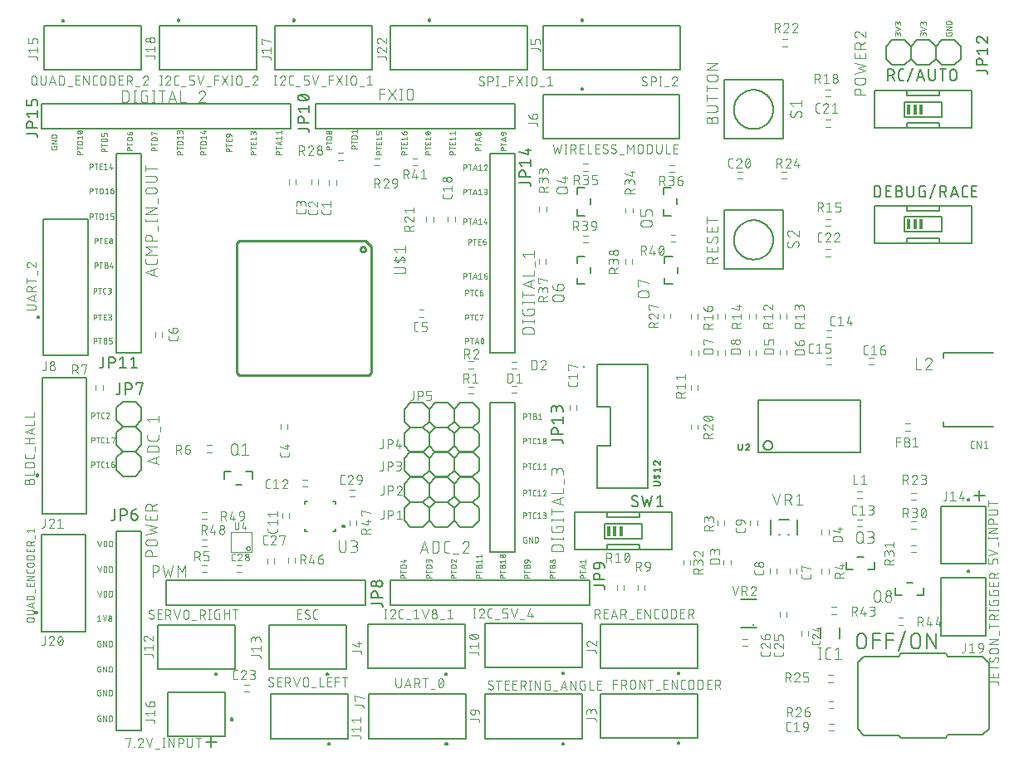
<source format=gto>
G04 EAGLE Gerber RS-274X export*
G75*
%MOMM*%
%FSLAX34Y34*%
%LPD*%
%INTop Silkscreen*%
%IPPOS*%
%AMOC8*
5,1,8,0,0,1.08239X$1,22.5*%
G01*
%ADD10C,0.050800*%
%ADD11C,0.152400*%
%ADD12C,0.254000*%
%ADD13C,0.101600*%
%ADD14C,0.076200*%
%ADD15C,0.127000*%
%ADD16C,0.200000*%
%ADD17C,0.203200*%
%ADD18R,0.381000X1.016000*%
%ADD19R,0.254000X0.254000*%
%ADD20C,0.200000*%
%ADD21C,0.080000*%
%ADD22C,0.177800*%


D10*
X78254Y212842D02*
X80117Y207254D01*
X81979Y212842D01*
X84234Y212842D02*
X84234Y207254D01*
X84234Y212842D02*
X85786Y212842D01*
X85862Y212840D01*
X85938Y212835D01*
X86014Y212825D01*
X86089Y212812D01*
X86163Y212795D01*
X86237Y212775D01*
X86309Y212751D01*
X86380Y212724D01*
X86450Y212693D01*
X86518Y212659D01*
X86584Y212621D01*
X86648Y212580D01*
X86711Y212537D01*
X86771Y212490D01*
X86828Y212440D01*
X86883Y212387D01*
X86936Y212332D01*
X86986Y212275D01*
X87033Y212215D01*
X87076Y212152D01*
X87117Y212088D01*
X87155Y212022D01*
X87189Y211954D01*
X87220Y211884D01*
X87247Y211813D01*
X87271Y211740D01*
X87291Y211667D01*
X87308Y211593D01*
X87321Y211518D01*
X87331Y211442D01*
X87336Y211366D01*
X87338Y211290D01*
X87338Y208806D01*
X87336Y208727D01*
X87330Y208649D01*
X87320Y208571D01*
X87306Y208494D01*
X87288Y208417D01*
X87267Y208341D01*
X87241Y208267D01*
X87212Y208194D01*
X87179Y208123D01*
X87143Y208053D01*
X87103Y207985D01*
X87060Y207919D01*
X87013Y207856D01*
X86964Y207795D01*
X86911Y207737D01*
X86855Y207681D01*
X86797Y207628D01*
X86736Y207579D01*
X86673Y207532D01*
X86607Y207489D01*
X86539Y207449D01*
X86470Y207413D01*
X86398Y207380D01*
X86325Y207351D01*
X86251Y207325D01*
X86175Y207304D01*
X86098Y207286D01*
X86021Y207272D01*
X85943Y207262D01*
X85865Y207256D01*
X85786Y207254D01*
X84234Y207254D01*
X90086Y207254D02*
X90086Y212842D01*
X91638Y212842D01*
X91714Y212840D01*
X91790Y212835D01*
X91866Y212825D01*
X91941Y212812D01*
X92015Y212795D01*
X92089Y212775D01*
X92161Y212751D01*
X92232Y212724D01*
X92302Y212693D01*
X92370Y212659D01*
X92436Y212621D01*
X92500Y212580D01*
X92563Y212537D01*
X92623Y212490D01*
X92680Y212440D01*
X92735Y212387D01*
X92788Y212332D01*
X92838Y212275D01*
X92885Y212215D01*
X92928Y212152D01*
X92969Y212088D01*
X93007Y212022D01*
X93041Y211954D01*
X93072Y211884D01*
X93099Y211813D01*
X93123Y211740D01*
X93143Y211667D01*
X93160Y211593D01*
X93173Y211518D01*
X93183Y211442D01*
X93188Y211366D01*
X93190Y211290D01*
X93190Y208806D01*
X93188Y208727D01*
X93182Y208649D01*
X93172Y208571D01*
X93158Y208494D01*
X93140Y208417D01*
X93119Y208341D01*
X93093Y208267D01*
X93064Y208194D01*
X93031Y208123D01*
X92995Y208053D01*
X92955Y207985D01*
X92912Y207919D01*
X92865Y207856D01*
X92816Y207795D01*
X92763Y207737D01*
X92707Y207681D01*
X92649Y207628D01*
X92588Y207579D01*
X92525Y207532D01*
X92459Y207489D01*
X92391Y207449D01*
X92322Y207413D01*
X92250Y207380D01*
X92177Y207351D01*
X92103Y207325D01*
X92027Y207304D01*
X91950Y207286D01*
X91873Y207272D01*
X91795Y207262D01*
X91717Y207256D01*
X91638Y207254D01*
X90086Y207254D01*
X78254Y186842D02*
X80117Y181254D01*
X81979Y186842D01*
X84234Y186842D02*
X84234Y181254D01*
X84234Y186842D02*
X85786Y186842D01*
X85862Y186840D01*
X85938Y186835D01*
X86014Y186825D01*
X86089Y186812D01*
X86163Y186795D01*
X86237Y186775D01*
X86309Y186751D01*
X86380Y186724D01*
X86450Y186693D01*
X86518Y186659D01*
X86584Y186621D01*
X86648Y186580D01*
X86711Y186537D01*
X86771Y186490D01*
X86828Y186440D01*
X86883Y186387D01*
X86936Y186332D01*
X86986Y186275D01*
X87033Y186215D01*
X87076Y186152D01*
X87117Y186088D01*
X87155Y186022D01*
X87189Y185954D01*
X87220Y185884D01*
X87247Y185813D01*
X87271Y185740D01*
X87291Y185667D01*
X87308Y185593D01*
X87321Y185518D01*
X87331Y185442D01*
X87336Y185366D01*
X87338Y185290D01*
X87338Y182806D01*
X87336Y182727D01*
X87330Y182649D01*
X87320Y182571D01*
X87306Y182494D01*
X87288Y182417D01*
X87267Y182341D01*
X87241Y182267D01*
X87212Y182194D01*
X87179Y182123D01*
X87143Y182053D01*
X87103Y181985D01*
X87060Y181919D01*
X87013Y181856D01*
X86964Y181795D01*
X86911Y181737D01*
X86855Y181681D01*
X86797Y181628D01*
X86736Y181579D01*
X86673Y181532D01*
X86607Y181489D01*
X86539Y181449D01*
X86470Y181413D01*
X86398Y181380D01*
X86325Y181351D01*
X86251Y181325D01*
X86175Y181304D01*
X86098Y181286D01*
X86021Y181272D01*
X85943Y181262D01*
X85865Y181256D01*
X85786Y181254D01*
X84234Y181254D01*
X90086Y181254D02*
X90086Y186842D01*
X91638Y186842D01*
X91714Y186840D01*
X91790Y186835D01*
X91866Y186825D01*
X91941Y186812D01*
X92015Y186795D01*
X92089Y186775D01*
X92161Y186751D01*
X92232Y186724D01*
X92302Y186693D01*
X92370Y186659D01*
X92436Y186621D01*
X92500Y186580D01*
X92563Y186537D01*
X92623Y186490D01*
X92680Y186440D01*
X92735Y186387D01*
X92788Y186332D01*
X92838Y186275D01*
X92885Y186215D01*
X92928Y186152D01*
X92969Y186088D01*
X93007Y186022D01*
X93041Y185954D01*
X93072Y185884D01*
X93099Y185813D01*
X93123Y185740D01*
X93143Y185667D01*
X93160Y185593D01*
X93173Y185518D01*
X93183Y185442D01*
X93188Y185366D01*
X93190Y185290D01*
X93190Y182806D01*
X93188Y182727D01*
X93182Y182649D01*
X93172Y182571D01*
X93158Y182494D01*
X93140Y182417D01*
X93119Y182341D01*
X93093Y182267D01*
X93064Y182194D01*
X93031Y182123D01*
X92995Y182053D01*
X92955Y181985D01*
X92912Y181919D01*
X92865Y181856D01*
X92816Y181795D01*
X92763Y181737D01*
X92707Y181681D01*
X92649Y181628D01*
X92588Y181579D01*
X92525Y181532D01*
X92459Y181489D01*
X92391Y181449D01*
X92322Y181413D01*
X92250Y181380D01*
X92177Y181351D01*
X92103Y181325D01*
X92027Y181304D01*
X91950Y181286D01*
X91873Y181272D01*
X91795Y181262D01*
X91717Y181256D01*
X91638Y181254D01*
X90086Y181254D01*
X78254Y161842D02*
X80117Y156254D01*
X81979Y161842D01*
X84234Y161842D02*
X84234Y156254D01*
X84234Y161842D02*
X85786Y161842D01*
X85862Y161840D01*
X85938Y161835D01*
X86014Y161825D01*
X86089Y161812D01*
X86163Y161795D01*
X86237Y161775D01*
X86309Y161751D01*
X86380Y161724D01*
X86450Y161693D01*
X86518Y161659D01*
X86584Y161621D01*
X86648Y161580D01*
X86711Y161537D01*
X86771Y161490D01*
X86828Y161440D01*
X86883Y161387D01*
X86936Y161332D01*
X86986Y161275D01*
X87033Y161215D01*
X87076Y161152D01*
X87117Y161088D01*
X87155Y161022D01*
X87189Y160954D01*
X87220Y160884D01*
X87247Y160813D01*
X87271Y160740D01*
X87291Y160667D01*
X87308Y160593D01*
X87321Y160518D01*
X87331Y160442D01*
X87336Y160366D01*
X87338Y160290D01*
X87338Y157806D01*
X87336Y157727D01*
X87330Y157649D01*
X87320Y157571D01*
X87306Y157494D01*
X87288Y157417D01*
X87267Y157341D01*
X87241Y157267D01*
X87212Y157194D01*
X87179Y157123D01*
X87143Y157053D01*
X87103Y156985D01*
X87060Y156919D01*
X87013Y156856D01*
X86964Y156795D01*
X86911Y156737D01*
X86855Y156681D01*
X86797Y156628D01*
X86736Y156579D01*
X86673Y156532D01*
X86607Y156489D01*
X86539Y156449D01*
X86470Y156413D01*
X86398Y156380D01*
X86325Y156351D01*
X86251Y156325D01*
X86175Y156304D01*
X86098Y156286D01*
X86021Y156272D01*
X85943Y156262D01*
X85865Y156256D01*
X85786Y156254D01*
X84234Y156254D01*
X90086Y156254D02*
X90086Y161842D01*
X91638Y161842D01*
X91714Y161840D01*
X91790Y161835D01*
X91866Y161825D01*
X91941Y161812D01*
X92015Y161795D01*
X92089Y161775D01*
X92161Y161751D01*
X92232Y161724D01*
X92302Y161693D01*
X92370Y161659D01*
X92436Y161621D01*
X92500Y161580D01*
X92563Y161537D01*
X92623Y161490D01*
X92680Y161440D01*
X92735Y161387D01*
X92788Y161332D01*
X92838Y161275D01*
X92885Y161215D01*
X92928Y161152D01*
X92969Y161088D01*
X93007Y161022D01*
X93041Y160954D01*
X93072Y160884D01*
X93099Y160813D01*
X93123Y160740D01*
X93143Y160667D01*
X93160Y160593D01*
X93173Y160518D01*
X93183Y160442D01*
X93188Y160366D01*
X93190Y160290D01*
X93190Y157806D01*
X93188Y157727D01*
X93182Y157649D01*
X93172Y157571D01*
X93158Y157494D01*
X93140Y157417D01*
X93119Y157341D01*
X93093Y157267D01*
X93064Y157194D01*
X93031Y157123D01*
X92995Y157053D01*
X92955Y156985D01*
X92912Y156919D01*
X92865Y156856D01*
X92816Y156795D01*
X92763Y156737D01*
X92707Y156681D01*
X92649Y156628D01*
X92588Y156579D01*
X92525Y156532D01*
X92459Y156489D01*
X92391Y156449D01*
X92322Y156413D01*
X92250Y156380D01*
X92177Y156351D01*
X92103Y156325D01*
X92027Y156304D01*
X91950Y156286D01*
X91873Y156272D01*
X91795Y156262D01*
X91717Y156256D01*
X91638Y156254D01*
X90086Y156254D01*
X79806Y136842D02*
X78254Y135600D01*
X79806Y136842D02*
X79806Y131254D01*
X78254Y131254D02*
X81358Y131254D01*
X85293Y131254D02*
X83430Y136842D01*
X87155Y136842D02*
X85293Y131254D01*
X89227Y132806D02*
X89229Y132883D01*
X89235Y132961D01*
X89244Y133037D01*
X89258Y133114D01*
X89275Y133189D01*
X89296Y133263D01*
X89321Y133337D01*
X89349Y133409D01*
X89381Y133479D01*
X89416Y133548D01*
X89455Y133615D01*
X89497Y133680D01*
X89542Y133743D01*
X89590Y133804D01*
X89641Y133862D01*
X89695Y133917D01*
X89752Y133970D01*
X89811Y134019D01*
X89873Y134066D01*
X89937Y134110D01*
X90003Y134150D01*
X90071Y134187D01*
X90141Y134221D01*
X90212Y134251D01*
X90285Y134277D01*
X90359Y134300D01*
X90434Y134319D01*
X90509Y134334D01*
X90586Y134346D01*
X90663Y134354D01*
X90740Y134358D01*
X90818Y134358D01*
X90895Y134354D01*
X90972Y134346D01*
X91049Y134334D01*
X91124Y134319D01*
X91199Y134300D01*
X91273Y134277D01*
X91346Y134251D01*
X91417Y134221D01*
X91487Y134187D01*
X91555Y134150D01*
X91621Y134110D01*
X91685Y134066D01*
X91747Y134019D01*
X91806Y133970D01*
X91863Y133917D01*
X91917Y133862D01*
X91968Y133804D01*
X92016Y133743D01*
X92061Y133680D01*
X92103Y133615D01*
X92142Y133548D01*
X92177Y133479D01*
X92209Y133409D01*
X92237Y133337D01*
X92262Y133263D01*
X92283Y133189D01*
X92300Y133114D01*
X92314Y133037D01*
X92323Y132961D01*
X92329Y132883D01*
X92331Y132806D01*
X92329Y132729D01*
X92323Y132651D01*
X92314Y132575D01*
X92300Y132498D01*
X92283Y132423D01*
X92262Y132349D01*
X92237Y132275D01*
X92209Y132203D01*
X92177Y132133D01*
X92142Y132064D01*
X92103Y131997D01*
X92061Y131932D01*
X92016Y131869D01*
X91968Y131808D01*
X91917Y131750D01*
X91863Y131695D01*
X91806Y131642D01*
X91747Y131593D01*
X91685Y131546D01*
X91621Y131502D01*
X91555Y131462D01*
X91487Y131425D01*
X91417Y131391D01*
X91346Y131361D01*
X91273Y131335D01*
X91199Y131312D01*
X91124Y131293D01*
X91049Y131278D01*
X90972Y131266D01*
X90895Y131258D01*
X90818Y131254D01*
X90740Y131254D01*
X90663Y131258D01*
X90586Y131266D01*
X90509Y131278D01*
X90434Y131293D01*
X90359Y131312D01*
X90285Y131335D01*
X90212Y131361D01*
X90141Y131391D01*
X90071Y131425D01*
X90003Y131462D01*
X89937Y131502D01*
X89873Y131546D01*
X89811Y131593D01*
X89752Y131642D01*
X89695Y131695D01*
X89641Y131750D01*
X89590Y131808D01*
X89542Y131869D01*
X89497Y131932D01*
X89455Y131997D01*
X89416Y132064D01*
X89381Y132133D01*
X89349Y132203D01*
X89321Y132275D01*
X89296Y132349D01*
X89275Y132423D01*
X89258Y132498D01*
X89244Y132575D01*
X89235Y132651D01*
X89229Y132729D01*
X89227Y132806D01*
X89537Y135600D02*
X89539Y135670D01*
X89545Y135739D01*
X89555Y135808D01*
X89568Y135876D01*
X89586Y135944D01*
X89607Y136010D01*
X89632Y136075D01*
X89660Y136139D01*
X89692Y136201D01*
X89727Y136261D01*
X89766Y136319D01*
X89808Y136374D01*
X89853Y136428D01*
X89901Y136478D01*
X89951Y136526D01*
X90005Y136571D01*
X90060Y136613D01*
X90118Y136652D01*
X90178Y136687D01*
X90240Y136719D01*
X90304Y136747D01*
X90369Y136772D01*
X90435Y136793D01*
X90503Y136811D01*
X90571Y136824D01*
X90640Y136834D01*
X90709Y136840D01*
X90779Y136842D01*
X90849Y136840D01*
X90918Y136834D01*
X90987Y136824D01*
X91055Y136811D01*
X91123Y136793D01*
X91189Y136772D01*
X91254Y136747D01*
X91318Y136719D01*
X91380Y136687D01*
X91440Y136652D01*
X91498Y136613D01*
X91553Y136571D01*
X91607Y136526D01*
X91657Y136478D01*
X91705Y136428D01*
X91750Y136374D01*
X91792Y136319D01*
X91831Y136261D01*
X91866Y136201D01*
X91898Y136139D01*
X91926Y136075D01*
X91951Y136010D01*
X91972Y135944D01*
X91990Y135876D01*
X92003Y135808D01*
X92013Y135739D01*
X92019Y135670D01*
X92021Y135600D01*
X92019Y135530D01*
X92013Y135461D01*
X92003Y135392D01*
X91990Y135324D01*
X91972Y135256D01*
X91951Y135190D01*
X91926Y135125D01*
X91898Y135061D01*
X91866Y134999D01*
X91831Y134939D01*
X91792Y134881D01*
X91750Y134826D01*
X91705Y134772D01*
X91657Y134722D01*
X91607Y134674D01*
X91553Y134629D01*
X91498Y134587D01*
X91440Y134548D01*
X91380Y134513D01*
X91318Y134481D01*
X91254Y134453D01*
X91189Y134428D01*
X91123Y134407D01*
X91055Y134389D01*
X90987Y134376D01*
X90918Y134366D01*
X90849Y134360D01*
X90779Y134358D01*
X90709Y134360D01*
X90640Y134366D01*
X90571Y134376D01*
X90503Y134389D01*
X90435Y134407D01*
X90369Y134428D01*
X90304Y134453D01*
X90240Y134481D01*
X90178Y134513D01*
X90118Y134548D01*
X90060Y134587D01*
X90005Y134629D01*
X89951Y134674D01*
X89901Y134722D01*
X89853Y134772D01*
X89808Y134826D01*
X89766Y134881D01*
X89727Y134939D01*
X89692Y134999D01*
X89660Y135061D01*
X89632Y135125D01*
X89607Y135190D01*
X89586Y135256D01*
X89568Y135324D01*
X89555Y135392D01*
X89545Y135461D01*
X89539Y135530D01*
X89537Y135600D01*
X81358Y108358D02*
X80427Y108358D01*
X81358Y108358D02*
X81358Y105254D01*
X79496Y105254D01*
X79426Y105256D01*
X79357Y105262D01*
X79288Y105272D01*
X79220Y105285D01*
X79152Y105303D01*
X79086Y105324D01*
X79021Y105349D01*
X78957Y105377D01*
X78895Y105409D01*
X78835Y105444D01*
X78777Y105483D01*
X78722Y105525D01*
X78668Y105570D01*
X78618Y105618D01*
X78570Y105668D01*
X78525Y105722D01*
X78483Y105777D01*
X78444Y105835D01*
X78409Y105895D01*
X78377Y105957D01*
X78349Y106021D01*
X78324Y106086D01*
X78303Y106152D01*
X78285Y106220D01*
X78272Y106288D01*
X78262Y106357D01*
X78256Y106426D01*
X78254Y106496D01*
X78254Y109600D01*
X78256Y109670D01*
X78262Y109739D01*
X78272Y109808D01*
X78285Y109876D01*
X78303Y109944D01*
X78324Y110010D01*
X78349Y110075D01*
X78377Y110139D01*
X78409Y110201D01*
X78444Y110261D01*
X78483Y110319D01*
X78525Y110374D01*
X78570Y110428D01*
X78618Y110478D01*
X78668Y110526D01*
X78722Y110571D01*
X78777Y110613D01*
X78835Y110652D01*
X78895Y110687D01*
X78957Y110719D01*
X79021Y110747D01*
X79086Y110772D01*
X79152Y110793D01*
X79220Y110811D01*
X79288Y110824D01*
X79357Y110834D01*
X79426Y110840D01*
X79496Y110842D01*
X81358Y110842D01*
X84106Y110842D02*
X84106Y105254D01*
X87211Y105254D02*
X84106Y110842D01*
X87211Y110842D02*
X87211Y105254D01*
X89958Y105254D02*
X89958Y110842D01*
X91510Y110842D01*
X91586Y110840D01*
X91662Y110835D01*
X91738Y110825D01*
X91813Y110812D01*
X91887Y110795D01*
X91961Y110775D01*
X92033Y110751D01*
X92104Y110724D01*
X92174Y110693D01*
X92242Y110659D01*
X92308Y110621D01*
X92372Y110580D01*
X92435Y110537D01*
X92495Y110490D01*
X92552Y110440D01*
X92607Y110387D01*
X92660Y110332D01*
X92710Y110275D01*
X92757Y110215D01*
X92800Y110152D01*
X92841Y110088D01*
X92879Y110022D01*
X92913Y109954D01*
X92944Y109884D01*
X92971Y109813D01*
X92995Y109740D01*
X93015Y109667D01*
X93032Y109593D01*
X93045Y109518D01*
X93055Y109442D01*
X93060Y109366D01*
X93062Y109290D01*
X93063Y109290D02*
X93063Y106806D01*
X93062Y106806D02*
X93060Y106727D01*
X93054Y106649D01*
X93044Y106571D01*
X93030Y106494D01*
X93012Y106417D01*
X92991Y106341D01*
X92965Y106267D01*
X92936Y106194D01*
X92903Y106123D01*
X92867Y106053D01*
X92827Y105985D01*
X92784Y105919D01*
X92737Y105856D01*
X92688Y105795D01*
X92635Y105737D01*
X92579Y105681D01*
X92521Y105628D01*
X92460Y105579D01*
X92397Y105532D01*
X92331Y105489D01*
X92263Y105449D01*
X92194Y105413D01*
X92122Y105380D01*
X92049Y105351D01*
X91975Y105325D01*
X91899Y105304D01*
X91822Y105286D01*
X91745Y105272D01*
X91667Y105262D01*
X91589Y105256D01*
X91510Y105254D01*
X89958Y105254D01*
X81358Y82358D02*
X80427Y82358D01*
X81358Y82358D02*
X81358Y79254D01*
X79496Y79254D01*
X79426Y79256D01*
X79357Y79262D01*
X79288Y79272D01*
X79220Y79285D01*
X79152Y79303D01*
X79086Y79324D01*
X79021Y79349D01*
X78957Y79377D01*
X78895Y79409D01*
X78835Y79444D01*
X78777Y79483D01*
X78722Y79525D01*
X78668Y79570D01*
X78618Y79618D01*
X78570Y79668D01*
X78525Y79722D01*
X78483Y79777D01*
X78444Y79835D01*
X78409Y79895D01*
X78377Y79957D01*
X78349Y80021D01*
X78324Y80086D01*
X78303Y80152D01*
X78285Y80220D01*
X78272Y80288D01*
X78262Y80357D01*
X78256Y80426D01*
X78254Y80496D01*
X78254Y83600D01*
X78256Y83670D01*
X78262Y83739D01*
X78272Y83808D01*
X78285Y83876D01*
X78303Y83944D01*
X78324Y84010D01*
X78349Y84075D01*
X78377Y84139D01*
X78409Y84201D01*
X78444Y84261D01*
X78483Y84319D01*
X78525Y84374D01*
X78570Y84428D01*
X78618Y84478D01*
X78668Y84526D01*
X78722Y84571D01*
X78777Y84613D01*
X78835Y84652D01*
X78895Y84687D01*
X78957Y84719D01*
X79021Y84747D01*
X79086Y84772D01*
X79152Y84793D01*
X79220Y84811D01*
X79288Y84824D01*
X79357Y84834D01*
X79426Y84840D01*
X79496Y84842D01*
X81358Y84842D01*
X84106Y84842D02*
X84106Y79254D01*
X87211Y79254D02*
X84106Y84842D01*
X87211Y84842D02*
X87211Y79254D01*
X89958Y79254D02*
X89958Y84842D01*
X91510Y84842D01*
X91586Y84840D01*
X91662Y84835D01*
X91738Y84825D01*
X91813Y84812D01*
X91887Y84795D01*
X91961Y84775D01*
X92033Y84751D01*
X92104Y84724D01*
X92174Y84693D01*
X92242Y84659D01*
X92308Y84621D01*
X92372Y84580D01*
X92435Y84537D01*
X92495Y84490D01*
X92552Y84440D01*
X92607Y84387D01*
X92660Y84332D01*
X92710Y84275D01*
X92757Y84215D01*
X92800Y84152D01*
X92841Y84088D01*
X92879Y84022D01*
X92913Y83954D01*
X92944Y83884D01*
X92971Y83813D01*
X92995Y83740D01*
X93015Y83667D01*
X93032Y83593D01*
X93045Y83518D01*
X93055Y83442D01*
X93060Y83366D01*
X93062Y83290D01*
X93063Y83290D02*
X93063Y80806D01*
X93062Y80806D02*
X93060Y80727D01*
X93054Y80649D01*
X93044Y80571D01*
X93030Y80494D01*
X93012Y80417D01*
X92991Y80341D01*
X92965Y80267D01*
X92936Y80194D01*
X92903Y80123D01*
X92867Y80053D01*
X92827Y79985D01*
X92784Y79919D01*
X92737Y79856D01*
X92688Y79795D01*
X92635Y79737D01*
X92579Y79681D01*
X92521Y79628D01*
X92460Y79579D01*
X92397Y79532D01*
X92331Y79489D01*
X92263Y79449D01*
X92194Y79413D01*
X92122Y79380D01*
X92049Y79351D01*
X91975Y79325D01*
X91899Y79304D01*
X91822Y79286D01*
X91745Y79272D01*
X91667Y79262D01*
X91589Y79256D01*
X91510Y79254D01*
X89958Y79254D01*
X81358Y58358D02*
X80427Y58358D01*
X81358Y58358D02*
X81358Y55254D01*
X79496Y55254D01*
X79426Y55256D01*
X79357Y55262D01*
X79288Y55272D01*
X79220Y55285D01*
X79152Y55303D01*
X79086Y55324D01*
X79021Y55349D01*
X78957Y55377D01*
X78895Y55409D01*
X78835Y55444D01*
X78777Y55483D01*
X78722Y55525D01*
X78668Y55570D01*
X78618Y55618D01*
X78570Y55668D01*
X78525Y55722D01*
X78483Y55777D01*
X78444Y55835D01*
X78409Y55895D01*
X78377Y55957D01*
X78349Y56021D01*
X78324Y56086D01*
X78303Y56152D01*
X78285Y56220D01*
X78272Y56288D01*
X78262Y56357D01*
X78256Y56426D01*
X78254Y56496D01*
X78254Y59600D01*
X78256Y59670D01*
X78262Y59739D01*
X78272Y59808D01*
X78285Y59876D01*
X78303Y59944D01*
X78324Y60010D01*
X78349Y60075D01*
X78377Y60139D01*
X78409Y60201D01*
X78444Y60261D01*
X78483Y60319D01*
X78525Y60374D01*
X78570Y60428D01*
X78618Y60478D01*
X78668Y60526D01*
X78722Y60571D01*
X78777Y60613D01*
X78835Y60652D01*
X78895Y60687D01*
X78957Y60719D01*
X79021Y60747D01*
X79086Y60772D01*
X79152Y60793D01*
X79220Y60811D01*
X79288Y60824D01*
X79357Y60834D01*
X79426Y60840D01*
X79496Y60842D01*
X81358Y60842D01*
X84106Y60842D02*
X84106Y55254D01*
X87211Y55254D02*
X84106Y60842D01*
X87211Y60842D02*
X87211Y55254D01*
X89958Y55254D02*
X89958Y60842D01*
X91510Y60842D01*
X91586Y60840D01*
X91662Y60835D01*
X91738Y60825D01*
X91813Y60812D01*
X91887Y60795D01*
X91961Y60775D01*
X92033Y60751D01*
X92104Y60724D01*
X92174Y60693D01*
X92242Y60659D01*
X92308Y60621D01*
X92372Y60580D01*
X92435Y60537D01*
X92495Y60490D01*
X92552Y60440D01*
X92607Y60387D01*
X92660Y60332D01*
X92710Y60275D01*
X92757Y60215D01*
X92800Y60152D01*
X92841Y60088D01*
X92879Y60022D01*
X92913Y59954D01*
X92944Y59884D01*
X92971Y59813D01*
X92995Y59740D01*
X93015Y59667D01*
X93032Y59593D01*
X93045Y59518D01*
X93055Y59442D01*
X93060Y59366D01*
X93062Y59290D01*
X93063Y59290D02*
X93063Y56806D01*
X93062Y56806D02*
X93060Y56727D01*
X93054Y56649D01*
X93044Y56571D01*
X93030Y56494D01*
X93012Y56417D01*
X92991Y56341D01*
X92965Y56267D01*
X92936Y56194D01*
X92903Y56123D01*
X92867Y56053D01*
X92827Y55985D01*
X92784Y55919D01*
X92737Y55856D01*
X92688Y55795D01*
X92635Y55737D01*
X92579Y55681D01*
X92521Y55628D01*
X92460Y55579D01*
X92397Y55532D01*
X92331Y55489D01*
X92263Y55449D01*
X92194Y55413D01*
X92122Y55380D01*
X92049Y55351D01*
X91975Y55325D01*
X91899Y55304D01*
X91822Y55286D01*
X91745Y55272D01*
X91667Y55262D01*
X91589Y55256D01*
X91510Y55254D01*
X89958Y55254D01*
X81358Y32358D02*
X80427Y32358D01*
X81358Y32358D02*
X81358Y29254D01*
X79496Y29254D01*
X79426Y29256D01*
X79357Y29262D01*
X79288Y29272D01*
X79220Y29285D01*
X79152Y29303D01*
X79086Y29324D01*
X79021Y29349D01*
X78957Y29377D01*
X78895Y29409D01*
X78835Y29444D01*
X78777Y29483D01*
X78722Y29525D01*
X78668Y29570D01*
X78618Y29618D01*
X78570Y29668D01*
X78525Y29722D01*
X78483Y29777D01*
X78444Y29835D01*
X78409Y29895D01*
X78377Y29957D01*
X78349Y30021D01*
X78324Y30086D01*
X78303Y30152D01*
X78285Y30220D01*
X78272Y30288D01*
X78262Y30357D01*
X78256Y30426D01*
X78254Y30496D01*
X78254Y33600D01*
X78256Y33670D01*
X78262Y33739D01*
X78272Y33808D01*
X78285Y33876D01*
X78303Y33944D01*
X78324Y34010D01*
X78349Y34075D01*
X78377Y34139D01*
X78409Y34201D01*
X78444Y34261D01*
X78483Y34319D01*
X78525Y34374D01*
X78570Y34428D01*
X78618Y34478D01*
X78668Y34526D01*
X78722Y34571D01*
X78777Y34613D01*
X78835Y34652D01*
X78895Y34687D01*
X78957Y34719D01*
X79021Y34747D01*
X79086Y34772D01*
X79152Y34793D01*
X79220Y34811D01*
X79288Y34824D01*
X79357Y34834D01*
X79426Y34840D01*
X79496Y34842D01*
X81358Y34842D01*
X84106Y34842D02*
X84106Y29254D01*
X87211Y29254D02*
X84106Y34842D01*
X87211Y34842D02*
X87211Y29254D01*
X89958Y29254D02*
X89958Y34842D01*
X91510Y34842D01*
X91586Y34840D01*
X91662Y34835D01*
X91738Y34825D01*
X91813Y34812D01*
X91887Y34795D01*
X91961Y34775D01*
X92033Y34751D01*
X92104Y34724D01*
X92174Y34693D01*
X92242Y34659D01*
X92308Y34621D01*
X92372Y34580D01*
X92435Y34537D01*
X92495Y34490D01*
X92552Y34440D01*
X92607Y34387D01*
X92660Y34332D01*
X92710Y34275D01*
X92757Y34215D01*
X92800Y34152D01*
X92841Y34088D01*
X92879Y34022D01*
X92913Y33954D01*
X92944Y33884D01*
X92971Y33813D01*
X92995Y33740D01*
X93015Y33667D01*
X93032Y33593D01*
X93045Y33518D01*
X93055Y33442D01*
X93060Y33366D01*
X93062Y33290D01*
X93063Y33290D02*
X93063Y30806D01*
X93062Y30806D02*
X93060Y30727D01*
X93054Y30649D01*
X93044Y30571D01*
X93030Y30494D01*
X93012Y30417D01*
X92991Y30341D01*
X92965Y30267D01*
X92936Y30194D01*
X92903Y30123D01*
X92867Y30053D01*
X92827Y29985D01*
X92784Y29919D01*
X92737Y29856D01*
X92688Y29795D01*
X92635Y29737D01*
X92579Y29681D01*
X92521Y29628D01*
X92460Y29579D01*
X92397Y29532D01*
X92331Y29489D01*
X92263Y29449D01*
X92194Y29413D01*
X92122Y29380D01*
X92049Y29351D01*
X91975Y29325D01*
X91899Y29304D01*
X91822Y29286D01*
X91745Y29272D01*
X91667Y29262D01*
X91589Y29256D01*
X91510Y29254D01*
X89958Y29254D01*
X72254Y338254D02*
X72254Y343842D01*
X73806Y343842D01*
X73883Y343840D01*
X73961Y343834D01*
X74037Y343825D01*
X74114Y343811D01*
X74189Y343794D01*
X74263Y343773D01*
X74337Y343748D01*
X74409Y343720D01*
X74479Y343688D01*
X74548Y343653D01*
X74615Y343614D01*
X74680Y343572D01*
X74743Y343527D01*
X74804Y343479D01*
X74862Y343428D01*
X74917Y343374D01*
X74970Y343317D01*
X75019Y343258D01*
X75066Y343196D01*
X75110Y343132D01*
X75150Y343066D01*
X75187Y342998D01*
X75221Y342928D01*
X75251Y342857D01*
X75277Y342784D01*
X75300Y342710D01*
X75319Y342635D01*
X75334Y342560D01*
X75346Y342483D01*
X75354Y342406D01*
X75358Y342329D01*
X75358Y342251D01*
X75354Y342174D01*
X75346Y342097D01*
X75334Y342020D01*
X75319Y341945D01*
X75300Y341870D01*
X75277Y341796D01*
X75251Y341723D01*
X75221Y341652D01*
X75187Y341582D01*
X75150Y341514D01*
X75110Y341448D01*
X75066Y341384D01*
X75019Y341322D01*
X74970Y341263D01*
X74917Y341206D01*
X74862Y341152D01*
X74804Y341101D01*
X74743Y341053D01*
X74680Y341008D01*
X74615Y340966D01*
X74548Y340927D01*
X74479Y340892D01*
X74409Y340860D01*
X74337Y340832D01*
X74263Y340807D01*
X74189Y340786D01*
X74114Y340769D01*
X74037Y340755D01*
X73961Y340746D01*
X73883Y340740D01*
X73806Y340738D01*
X72254Y340738D01*
X78661Y338254D02*
X78661Y343842D01*
X77109Y343842D02*
X80213Y343842D01*
X83455Y338254D02*
X84697Y338254D01*
X83455Y338254D02*
X83385Y338256D01*
X83316Y338262D01*
X83247Y338272D01*
X83179Y338285D01*
X83111Y338303D01*
X83045Y338324D01*
X82980Y338349D01*
X82916Y338377D01*
X82854Y338409D01*
X82794Y338444D01*
X82736Y338483D01*
X82681Y338525D01*
X82627Y338570D01*
X82577Y338618D01*
X82529Y338668D01*
X82484Y338722D01*
X82442Y338777D01*
X82403Y338835D01*
X82368Y338895D01*
X82336Y338957D01*
X82308Y339021D01*
X82283Y339086D01*
X82262Y339152D01*
X82244Y339220D01*
X82231Y339288D01*
X82221Y339357D01*
X82215Y339426D01*
X82213Y339496D01*
X82213Y342600D01*
X82215Y342670D01*
X82221Y342739D01*
X82231Y342808D01*
X82244Y342876D01*
X82262Y342944D01*
X82283Y343010D01*
X82308Y343075D01*
X82336Y343139D01*
X82368Y343201D01*
X82403Y343261D01*
X82442Y343319D01*
X82484Y343374D01*
X82529Y343428D01*
X82577Y343478D01*
X82627Y343526D01*
X82681Y343571D01*
X82736Y343613D01*
X82794Y343652D01*
X82854Y343687D01*
X82916Y343719D01*
X82980Y343747D01*
X83045Y343772D01*
X83111Y343793D01*
X83179Y343811D01*
X83247Y343824D01*
X83316Y343834D01*
X83385Y343840D01*
X83455Y343842D01*
X84697Y343842D01*
X88509Y343842D02*
X88582Y343840D01*
X88655Y343834D01*
X88728Y343825D01*
X88799Y343811D01*
X88871Y343794D01*
X88941Y343774D01*
X89010Y343749D01*
X89077Y343721D01*
X89143Y343690D01*
X89208Y343655D01*
X89270Y343617D01*
X89330Y343575D01*
X89388Y343531D01*
X89444Y343483D01*
X89497Y343433D01*
X89547Y343380D01*
X89595Y343324D01*
X89639Y343266D01*
X89681Y343206D01*
X89719Y343144D01*
X89754Y343079D01*
X89785Y343013D01*
X89813Y342946D01*
X89838Y342877D01*
X89858Y342807D01*
X89875Y342735D01*
X89889Y342664D01*
X89898Y342591D01*
X89904Y342518D01*
X89906Y342445D01*
X88509Y343842D02*
X88425Y343840D01*
X88342Y343834D01*
X88259Y343825D01*
X88177Y343811D01*
X88095Y343794D01*
X88014Y343772D01*
X87934Y343747D01*
X87856Y343719D01*
X87778Y343687D01*
X87703Y343651D01*
X87629Y343612D01*
X87557Y343569D01*
X87487Y343523D01*
X87420Y343474D01*
X87354Y343421D01*
X87292Y343366D01*
X87232Y343308D01*
X87174Y343247D01*
X87120Y343184D01*
X87068Y343118D01*
X87020Y343050D01*
X86975Y342979D01*
X86933Y342907D01*
X86895Y342832D01*
X86860Y342756D01*
X86829Y342679D01*
X86801Y342600D01*
X89439Y341359D02*
X89493Y341412D01*
X89544Y341469D01*
X89592Y341528D01*
X89637Y341589D01*
X89678Y341652D01*
X89717Y341718D01*
X89752Y341785D01*
X89784Y341854D01*
X89812Y341925D01*
X89836Y341996D01*
X89857Y342069D01*
X89874Y342143D01*
X89888Y342218D01*
X89897Y342293D01*
X89903Y342369D01*
X89905Y342445D01*
X89440Y341358D02*
X86801Y338254D01*
X89906Y338254D01*
X72254Y318842D02*
X72254Y313254D01*
X72254Y318842D02*
X73806Y318842D01*
X73883Y318840D01*
X73961Y318834D01*
X74037Y318825D01*
X74114Y318811D01*
X74189Y318794D01*
X74263Y318773D01*
X74337Y318748D01*
X74409Y318720D01*
X74479Y318688D01*
X74548Y318653D01*
X74615Y318614D01*
X74680Y318572D01*
X74743Y318527D01*
X74804Y318479D01*
X74862Y318428D01*
X74917Y318374D01*
X74970Y318317D01*
X75019Y318258D01*
X75066Y318196D01*
X75110Y318132D01*
X75150Y318066D01*
X75187Y317998D01*
X75221Y317928D01*
X75251Y317857D01*
X75277Y317784D01*
X75300Y317710D01*
X75319Y317635D01*
X75334Y317560D01*
X75346Y317483D01*
X75354Y317406D01*
X75358Y317329D01*
X75358Y317251D01*
X75354Y317174D01*
X75346Y317097D01*
X75334Y317020D01*
X75319Y316945D01*
X75300Y316870D01*
X75277Y316796D01*
X75251Y316723D01*
X75221Y316652D01*
X75187Y316582D01*
X75150Y316514D01*
X75110Y316448D01*
X75066Y316384D01*
X75019Y316322D01*
X74970Y316263D01*
X74917Y316206D01*
X74862Y316152D01*
X74804Y316101D01*
X74743Y316053D01*
X74680Y316008D01*
X74615Y315966D01*
X74548Y315927D01*
X74479Y315892D01*
X74409Y315860D01*
X74337Y315832D01*
X74263Y315807D01*
X74189Y315786D01*
X74114Y315769D01*
X74037Y315755D01*
X73961Y315746D01*
X73883Y315740D01*
X73806Y315738D01*
X72254Y315738D01*
X78661Y313254D02*
X78661Y318842D01*
X77109Y318842D02*
X80213Y318842D01*
X83455Y313254D02*
X84697Y313254D01*
X83455Y313254D02*
X83385Y313256D01*
X83316Y313262D01*
X83247Y313272D01*
X83179Y313285D01*
X83111Y313303D01*
X83045Y313324D01*
X82980Y313349D01*
X82916Y313377D01*
X82854Y313409D01*
X82794Y313444D01*
X82736Y313483D01*
X82681Y313525D01*
X82627Y313570D01*
X82577Y313618D01*
X82529Y313668D01*
X82484Y313722D01*
X82442Y313777D01*
X82403Y313835D01*
X82368Y313895D01*
X82336Y313957D01*
X82308Y314021D01*
X82283Y314086D01*
X82262Y314152D01*
X82244Y314220D01*
X82231Y314288D01*
X82221Y314357D01*
X82215Y314426D01*
X82213Y314496D01*
X82213Y317600D01*
X82215Y317670D01*
X82221Y317739D01*
X82231Y317808D01*
X82244Y317876D01*
X82262Y317944D01*
X82283Y318010D01*
X82308Y318075D01*
X82336Y318139D01*
X82368Y318201D01*
X82403Y318261D01*
X82442Y318319D01*
X82484Y318374D01*
X82529Y318428D01*
X82577Y318478D01*
X82627Y318526D01*
X82681Y318571D01*
X82736Y318613D01*
X82794Y318652D01*
X82854Y318687D01*
X82916Y318719D01*
X82980Y318747D01*
X83045Y318772D01*
X83111Y318793D01*
X83179Y318811D01*
X83247Y318824D01*
X83316Y318834D01*
X83385Y318840D01*
X83455Y318842D01*
X84697Y318842D01*
X86801Y317600D02*
X88354Y318842D01*
X88354Y313254D01*
X89906Y313254D02*
X86801Y313254D01*
X92288Y318221D02*
X92288Y318842D01*
X95392Y318842D01*
X93840Y313254D01*
X72254Y293842D02*
X72254Y288254D01*
X72254Y293842D02*
X73806Y293842D01*
X73883Y293840D01*
X73961Y293834D01*
X74037Y293825D01*
X74114Y293811D01*
X74189Y293794D01*
X74263Y293773D01*
X74337Y293748D01*
X74409Y293720D01*
X74479Y293688D01*
X74548Y293653D01*
X74615Y293614D01*
X74680Y293572D01*
X74743Y293527D01*
X74804Y293479D01*
X74862Y293428D01*
X74917Y293374D01*
X74970Y293317D01*
X75019Y293258D01*
X75066Y293196D01*
X75110Y293132D01*
X75150Y293066D01*
X75187Y292998D01*
X75221Y292928D01*
X75251Y292857D01*
X75277Y292784D01*
X75300Y292710D01*
X75319Y292635D01*
X75334Y292560D01*
X75346Y292483D01*
X75354Y292406D01*
X75358Y292329D01*
X75358Y292251D01*
X75354Y292174D01*
X75346Y292097D01*
X75334Y292020D01*
X75319Y291945D01*
X75300Y291870D01*
X75277Y291796D01*
X75251Y291723D01*
X75221Y291652D01*
X75187Y291582D01*
X75150Y291514D01*
X75110Y291448D01*
X75066Y291384D01*
X75019Y291322D01*
X74970Y291263D01*
X74917Y291206D01*
X74862Y291152D01*
X74804Y291101D01*
X74743Y291053D01*
X74680Y291008D01*
X74615Y290966D01*
X74548Y290927D01*
X74479Y290892D01*
X74409Y290860D01*
X74337Y290832D01*
X74263Y290807D01*
X74189Y290786D01*
X74114Y290769D01*
X74037Y290755D01*
X73961Y290746D01*
X73883Y290740D01*
X73806Y290738D01*
X72254Y290738D01*
X78661Y288254D02*
X78661Y293842D01*
X77109Y293842D02*
X80213Y293842D01*
X83455Y288254D02*
X84697Y288254D01*
X83455Y288254D02*
X83385Y288256D01*
X83316Y288262D01*
X83247Y288272D01*
X83179Y288285D01*
X83111Y288303D01*
X83045Y288324D01*
X82980Y288349D01*
X82916Y288377D01*
X82854Y288409D01*
X82794Y288444D01*
X82736Y288483D01*
X82681Y288525D01*
X82627Y288570D01*
X82577Y288618D01*
X82529Y288668D01*
X82484Y288722D01*
X82442Y288777D01*
X82403Y288835D01*
X82368Y288895D01*
X82336Y288957D01*
X82308Y289021D01*
X82283Y289086D01*
X82262Y289152D01*
X82244Y289220D01*
X82231Y289288D01*
X82221Y289357D01*
X82215Y289426D01*
X82213Y289496D01*
X82213Y292600D01*
X82215Y292670D01*
X82221Y292739D01*
X82231Y292808D01*
X82244Y292876D01*
X82262Y292944D01*
X82283Y293010D01*
X82308Y293075D01*
X82336Y293139D01*
X82368Y293201D01*
X82403Y293261D01*
X82442Y293319D01*
X82484Y293374D01*
X82529Y293428D01*
X82577Y293478D01*
X82627Y293526D01*
X82681Y293571D01*
X82736Y293613D01*
X82794Y293652D01*
X82854Y293687D01*
X82916Y293719D01*
X82980Y293747D01*
X83045Y293772D01*
X83111Y293793D01*
X83179Y293811D01*
X83247Y293824D01*
X83316Y293834D01*
X83385Y293840D01*
X83455Y293842D01*
X84697Y293842D01*
X86801Y292600D02*
X88354Y293842D01*
X88354Y288254D01*
X89906Y288254D02*
X86801Y288254D01*
X92288Y291358D02*
X94150Y291358D01*
X94150Y291359D02*
X94220Y291357D01*
X94289Y291351D01*
X94358Y291341D01*
X94426Y291328D01*
X94494Y291310D01*
X94560Y291289D01*
X94625Y291264D01*
X94689Y291236D01*
X94751Y291204D01*
X94811Y291169D01*
X94869Y291130D01*
X94924Y291088D01*
X94978Y291043D01*
X95028Y290995D01*
X95076Y290945D01*
X95121Y290891D01*
X95163Y290836D01*
X95202Y290778D01*
X95237Y290718D01*
X95269Y290656D01*
X95297Y290592D01*
X95322Y290527D01*
X95343Y290461D01*
X95361Y290393D01*
X95374Y290325D01*
X95384Y290256D01*
X95390Y290187D01*
X95392Y290117D01*
X95392Y289806D01*
X95390Y289729D01*
X95384Y289651D01*
X95375Y289575D01*
X95361Y289498D01*
X95344Y289423D01*
X95323Y289349D01*
X95298Y289275D01*
X95270Y289203D01*
X95238Y289133D01*
X95203Y289064D01*
X95164Y288997D01*
X95122Y288932D01*
X95077Y288869D01*
X95029Y288808D01*
X94978Y288750D01*
X94924Y288695D01*
X94867Y288642D01*
X94808Y288593D01*
X94746Y288546D01*
X94682Y288502D01*
X94616Y288462D01*
X94548Y288425D01*
X94478Y288391D01*
X94407Y288361D01*
X94334Y288335D01*
X94260Y288312D01*
X94185Y288293D01*
X94110Y288278D01*
X94033Y288266D01*
X93956Y288258D01*
X93879Y288254D01*
X93801Y288254D01*
X93724Y288258D01*
X93647Y288266D01*
X93570Y288278D01*
X93495Y288293D01*
X93420Y288312D01*
X93346Y288335D01*
X93273Y288361D01*
X93202Y288391D01*
X93132Y288425D01*
X93064Y288462D01*
X92998Y288502D01*
X92934Y288546D01*
X92872Y288593D01*
X92813Y288642D01*
X92756Y288695D01*
X92702Y288750D01*
X92651Y288808D01*
X92603Y288869D01*
X92558Y288932D01*
X92516Y288997D01*
X92477Y289064D01*
X92442Y289133D01*
X92410Y289203D01*
X92382Y289275D01*
X92357Y289349D01*
X92336Y289423D01*
X92319Y289498D01*
X92305Y289575D01*
X92296Y289651D01*
X92290Y289729D01*
X92288Y289806D01*
X92288Y291358D01*
X92287Y291358D02*
X92289Y291456D01*
X92295Y291553D01*
X92304Y291650D01*
X92318Y291747D01*
X92335Y291843D01*
X92356Y291938D01*
X92380Y292032D01*
X92409Y292126D01*
X92441Y292218D01*
X92476Y292309D01*
X92515Y292398D01*
X92558Y292486D01*
X92604Y292572D01*
X92653Y292656D01*
X92706Y292738D01*
X92761Y292818D01*
X92820Y292896D01*
X92882Y292971D01*
X92947Y293044D01*
X93015Y293114D01*
X93085Y293182D01*
X93158Y293247D01*
X93233Y293309D01*
X93311Y293368D01*
X93391Y293423D01*
X93473Y293476D01*
X93557Y293525D01*
X93643Y293571D01*
X93731Y293614D01*
X93820Y293653D01*
X93911Y293688D01*
X94003Y293720D01*
X94097Y293749D01*
X94191Y293773D01*
X94286Y293794D01*
X94382Y293811D01*
X94479Y293825D01*
X94576Y293834D01*
X94673Y293840D01*
X94771Y293842D01*
X74254Y438254D02*
X74254Y443842D01*
X75806Y443842D01*
X75883Y443840D01*
X75961Y443834D01*
X76037Y443825D01*
X76114Y443811D01*
X76189Y443794D01*
X76263Y443773D01*
X76337Y443748D01*
X76409Y443720D01*
X76479Y443688D01*
X76548Y443653D01*
X76615Y443614D01*
X76680Y443572D01*
X76743Y443527D01*
X76804Y443479D01*
X76862Y443428D01*
X76917Y443374D01*
X76970Y443317D01*
X77019Y443258D01*
X77066Y443196D01*
X77110Y443132D01*
X77150Y443066D01*
X77187Y442998D01*
X77221Y442928D01*
X77251Y442857D01*
X77277Y442784D01*
X77300Y442710D01*
X77319Y442635D01*
X77334Y442560D01*
X77346Y442483D01*
X77354Y442406D01*
X77358Y442329D01*
X77358Y442251D01*
X77354Y442174D01*
X77346Y442097D01*
X77334Y442020D01*
X77319Y441945D01*
X77300Y441870D01*
X77277Y441796D01*
X77251Y441723D01*
X77221Y441652D01*
X77187Y441582D01*
X77150Y441514D01*
X77110Y441448D01*
X77066Y441384D01*
X77019Y441322D01*
X76970Y441263D01*
X76917Y441206D01*
X76862Y441152D01*
X76804Y441101D01*
X76743Y441053D01*
X76680Y441008D01*
X76615Y440966D01*
X76548Y440927D01*
X76479Y440892D01*
X76409Y440860D01*
X76337Y440832D01*
X76263Y440807D01*
X76189Y440786D01*
X76114Y440769D01*
X76037Y440755D01*
X75961Y440746D01*
X75883Y440740D01*
X75806Y440738D01*
X74254Y440738D01*
X80661Y438254D02*
X80661Y443842D01*
X79109Y443842D02*
X82213Y443842D01*
X84423Y438254D02*
X86907Y438254D01*
X84423Y438254D02*
X84423Y443842D01*
X86907Y443842D01*
X86286Y441358D02*
X84423Y441358D01*
X88984Y438254D02*
X90536Y438254D01*
X90613Y438256D01*
X90691Y438262D01*
X90767Y438271D01*
X90844Y438285D01*
X90919Y438302D01*
X90993Y438323D01*
X91067Y438348D01*
X91139Y438376D01*
X91209Y438408D01*
X91278Y438443D01*
X91345Y438482D01*
X91410Y438524D01*
X91473Y438569D01*
X91534Y438617D01*
X91592Y438668D01*
X91647Y438722D01*
X91700Y438779D01*
X91749Y438838D01*
X91796Y438900D01*
X91840Y438964D01*
X91880Y439030D01*
X91917Y439098D01*
X91951Y439168D01*
X91981Y439239D01*
X92007Y439312D01*
X92030Y439386D01*
X92049Y439461D01*
X92064Y439536D01*
X92076Y439613D01*
X92084Y439690D01*
X92088Y439767D01*
X92088Y439845D01*
X92084Y439922D01*
X92076Y439999D01*
X92064Y440076D01*
X92049Y440151D01*
X92030Y440226D01*
X92007Y440300D01*
X91981Y440373D01*
X91951Y440444D01*
X91917Y440514D01*
X91880Y440582D01*
X91840Y440648D01*
X91796Y440712D01*
X91749Y440774D01*
X91700Y440833D01*
X91647Y440890D01*
X91592Y440944D01*
X91534Y440995D01*
X91473Y441043D01*
X91410Y441088D01*
X91345Y441130D01*
X91278Y441169D01*
X91209Y441204D01*
X91139Y441236D01*
X91067Y441264D01*
X90993Y441289D01*
X90919Y441310D01*
X90844Y441327D01*
X90767Y441341D01*
X90691Y441350D01*
X90613Y441356D01*
X90536Y441358D01*
X90847Y443842D02*
X88984Y443842D01*
X90847Y443842D02*
X90917Y443840D01*
X90986Y443834D01*
X91055Y443824D01*
X91123Y443811D01*
X91191Y443793D01*
X91257Y443772D01*
X91322Y443747D01*
X91386Y443719D01*
X91448Y443687D01*
X91508Y443652D01*
X91566Y443613D01*
X91621Y443571D01*
X91675Y443526D01*
X91725Y443478D01*
X91773Y443428D01*
X91818Y443374D01*
X91860Y443319D01*
X91899Y443261D01*
X91934Y443201D01*
X91966Y443139D01*
X91994Y443075D01*
X92019Y443010D01*
X92040Y442944D01*
X92058Y442876D01*
X92071Y442808D01*
X92081Y442739D01*
X92087Y442670D01*
X92089Y442600D01*
X92087Y442530D01*
X92081Y442461D01*
X92071Y442392D01*
X92058Y442324D01*
X92040Y442256D01*
X92019Y442190D01*
X91994Y442125D01*
X91966Y442061D01*
X91934Y441999D01*
X91899Y441939D01*
X91860Y441881D01*
X91818Y441826D01*
X91773Y441772D01*
X91725Y441722D01*
X91675Y441674D01*
X91621Y441629D01*
X91566Y441587D01*
X91508Y441548D01*
X91448Y441513D01*
X91386Y441481D01*
X91322Y441453D01*
X91257Y441428D01*
X91191Y441407D01*
X91123Y441389D01*
X91055Y441376D01*
X90986Y441366D01*
X90917Y441360D01*
X90847Y441358D01*
X89605Y441358D01*
X74254Y419842D02*
X74254Y414254D01*
X74254Y419842D02*
X75806Y419842D01*
X75883Y419840D01*
X75961Y419834D01*
X76037Y419825D01*
X76114Y419811D01*
X76189Y419794D01*
X76263Y419773D01*
X76337Y419748D01*
X76409Y419720D01*
X76479Y419688D01*
X76548Y419653D01*
X76615Y419614D01*
X76680Y419572D01*
X76743Y419527D01*
X76804Y419479D01*
X76862Y419428D01*
X76917Y419374D01*
X76970Y419317D01*
X77019Y419258D01*
X77066Y419196D01*
X77110Y419132D01*
X77150Y419066D01*
X77187Y418998D01*
X77221Y418928D01*
X77251Y418857D01*
X77277Y418784D01*
X77300Y418710D01*
X77319Y418635D01*
X77334Y418560D01*
X77346Y418483D01*
X77354Y418406D01*
X77358Y418329D01*
X77358Y418251D01*
X77354Y418174D01*
X77346Y418097D01*
X77334Y418020D01*
X77319Y417945D01*
X77300Y417870D01*
X77277Y417796D01*
X77251Y417723D01*
X77221Y417652D01*
X77187Y417582D01*
X77150Y417514D01*
X77110Y417448D01*
X77066Y417384D01*
X77019Y417322D01*
X76970Y417263D01*
X76917Y417206D01*
X76862Y417152D01*
X76804Y417101D01*
X76743Y417053D01*
X76680Y417008D01*
X76615Y416966D01*
X76548Y416927D01*
X76479Y416892D01*
X76409Y416860D01*
X76337Y416832D01*
X76263Y416807D01*
X76189Y416786D01*
X76114Y416769D01*
X76037Y416755D01*
X75961Y416746D01*
X75883Y416740D01*
X75806Y416738D01*
X74254Y416738D01*
X80661Y414254D02*
X80661Y419842D01*
X79109Y419842D02*
X82213Y419842D01*
X84495Y417358D02*
X86047Y417358D01*
X86124Y417356D01*
X86202Y417350D01*
X86278Y417341D01*
X86355Y417327D01*
X86430Y417310D01*
X86504Y417289D01*
X86578Y417264D01*
X86650Y417236D01*
X86720Y417204D01*
X86789Y417169D01*
X86856Y417130D01*
X86921Y417088D01*
X86984Y417043D01*
X87045Y416995D01*
X87103Y416944D01*
X87158Y416890D01*
X87211Y416833D01*
X87260Y416774D01*
X87307Y416712D01*
X87351Y416648D01*
X87391Y416582D01*
X87428Y416514D01*
X87462Y416444D01*
X87492Y416373D01*
X87518Y416300D01*
X87541Y416226D01*
X87560Y416151D01*
X87575Y416076D01*
X87587Y415999D01*
X87595Y415922D01*
X87599Y415845D01*
X87599Y415767D01*
X87595Y415690D01*
X87587Y415613D01*
X87575Y415536D01*
X87560Y415461D01*
X87541Y415386D01*
X87518Y415312D01*
X87492Y415239D01*
X87462Y415168D01*
X87428Y415098D01*
X87391Y415030D01*
X87351Y414964D01*
X87307Y414900D01*
X87260Y414838D01*
X87211Y414779D01*
X87158Y414722D01*
X87103Y414668D01*
X87045Y414617D01*
X86984Y414569D01*
X86921Y414524D01*
X86856Y414482D01*
X86789Y414443D01*
X86720Y414408D01*
X86650Y414376D01*
X86578Y414348D01*
X86504Y414323D01*
X86430Y414302D01*
X86355Y414285D01*
X86278Y414271D01*
X86202Y414262D01*
X86124Y414256D01*
X86047Y414254D01*
X84495Y414254D01*
X84495Y419842D01*
X86047Y419842D01*
X86117Y419840D01*
X86186Y419834D01*
X86255Y419824D01*
X86323Y419811D01*
X86391Y419793D01*
X86457Y419772D01*
X86522Y419747D01*
X86586Y419719D01*
X86648Y419687D01*
X86708Y419652D01*
X86766Y419613D01*
X86821Y419571D01*
X86875Y419526D01*
X86925Y419478D01*
X86973Y419428D01*
X87018Y419374D01*
X87060Y419319D01*
X87099Y419261D01*
X87134Y419201D01*
X87166Y419139D01*
X87194Y419075D01*
X87219Y419010D01*
X87240Y418944D01*
X87258Y418876D01*
X87271Y418808D01*
X87281Y418739D01*
X87287Y418670D01*
X87289Y418600D01*
X87287Y418530D01*
X87281Y418461D01*
X87271Y418392D01*
X87258Y418324D01*
X87240Y418256D01*
X87219Y418190D01*
X87194Y418125D01*
X87166Y418061D01*
X87134Y417999D01*
X87099Y417939D01*
X87060Y417881D01*
X87018Y417826D01*
X86973Y417772D01*
X86925Y417722D01*
X86875Y417674D01*
X86821Y417629D01*
X86766Y417587D01*
X86708Y417548D01*
X86648Y417513D01*
X86586Y417481D01*
X86522Y417453D01*
X86457Y417428D01*
X86391Y417407D01*
X86323Y417389D01*
X86255Y417376D01*
X86186Y417366D01*
X86117Y417360D01*
X86047Y417358D01*
X89716Y414254D02*
X91578Y414254D01*
X91648Y414256D01*
X91717Y414262D01*
X91786Y414272D01*
X91854Y414285D01*
X91922Y414303D01*
X91988Y414324D01*
X92053Y414349D01*
X92117Y414377D01*
X92179Y414409D01*
X92239Y414444D01*
X92297Y414483D01*
X92352Y414525D01*
X92406Y414570D01*
X92456Y414618D01*
X92504Y414668D01*
X92549Y414722D01*
X92591Y414777D01*
X92630Y414835D01*
X92665Y414895D01*
X92697Y414957D01*
X92725Y415021D01*
X92750Y415086D01*
X92771Y415152D01*
X92789Y415220D01*
X92802Y415288D01*
X92812Y415357D01*
X92818Y415426D01*
X92820Y415496D01*
X92820Y416117D01*
X92818Y416187D01*
X92812Y416256D01*
X92802Y416325D01*
X92789Y416393D01*
X92771Y416461D01*
X92750Y416527D01*
X92725Y416592D01*
X92697Y416656D01*
X92665Y416718D01*
X92630Y416778D01*
X92591Y416836D01*
X92549Y416891D01*
X92504Y416945D01*
X92456Y416995D01*
X92406Y417043D01*
X92352Y417088D01*
X92297Y417130D01*
X92239Y417169D01*
X92179Y417204D01*
X92117Y417236D01*
X92053Y417264D01*
X91988Y417289D01*
X91922Y417310D01*
X91854Y417328D01*
X91786Y417341D01*
X91717Y417351D01*
X91648Y417357D01*
X91578Y417359D01*
X91578Y417358D02*
X89716Y417358D01*
X89716Y419842D01*
X92820Y419842D01*
X75254Y491254D02*
X75254Y496842D01*
X76806Y496842D01*
X76883Y496840D01*
X76961Y496834D01*
X77037Y496825D01*
X77114Y496811D01*
X77189Y496794D01*
X77263Y496773D01*
X77337Y496748D01*
X77409Y496720D01*
X77479Y496688D01*
X77548Y496653D01*
X77615Y496614D01*
X77680Y496572D01*
X77743Y496527D01*
X77804Y496479D01*
X77862Y496428D01*
X77917Y496374D01*
X77970Y496317D01*
X78019Y496258D01*
X78066Y496196D01*
X78110Y496132D01*
X78150Y496066D01*
X78187Y495998D01*
X78221Y495928D01*
X78251Y495857D01*
X78277Y495784D01*
X78300Y495710D01*
X78319Y495635D01*
X78334Y495560D01*
X78346Y495483D01*
X78354Y495406D01*
X78358Y495329D01*
X78358Y495251D01*
X78354Y495174D01*
X78346Y495097D01*
X78334Y495020D01*
X78319Y494945D01*
X78300Y494870D01*
X78277Y494796D01*
X78251Y494723D01*
X78221Y494652D01*
X78187Y494582D01*
X78150Y494514D01*
X78110Y494448D01*
X78066Y494384D01*
X78019Y494322D01*
X77970Y494263D01*
X77917Y494206D01*
X77862Y494152D01*
X77804Y494101D01*
X77743Y494053D01*
X77680Y494008D01*
X77615Y493966D01*
X77548Y493927D01*
X77479Y493892D01*
X77409Y493860D01*
X77337Y493832D01*
X77263Y493807D01*
X77189Y493786D01*
X77114Y493769D01*
X77037Y493755D01*
X76961Y493746D01*
X76883Y493740D01*
X76806Y493738D01*
X75254Y493738D01*
X81661Y491254D02*
X81661Y496842D01*
X80109Y496842D02*
X83213Y496842D01*
X85495Y494358D02*
X87047Y494358D01*
X87124Y494356D01*
X87202Y494350D01*
X87278Y494341D01*
X87355Y494327D01*
X87430Y494310D01*
X87504Y494289D01*
X87578Y494264D01*
X87650Y494236D01*
X87720Y494204D01*
X87789Y494169D01*
X87856Y494130D01*
X87921Y494088D01*
X87984Y494043D01*
X88045Y493995D01*
X88103Y493944D01*
X88158Y493890D01*
X88211Y493833D01*
X88260Y493774D01*
X88307Y493712D01*
X88351Y493648D01*
X88391Y493582D01*
X88428Y493514D01*
X88462Y493444D01*
X88492Y493373D01*
X88518Y493300D01*
X88541Y493226D01*
X88560Y493151D01*
X88575Y493076D01*
X88587Y492999D01*
X88595Y492922D01*
X88599Y492845D01*
X88599Y492767D01*
X88595Y492690D01*
X88587Y492613D01*
X88575Y492536D01*
X88560Y492461D01*
X88541Y492386D01*
X88518Y492312D01*
X88492Y492239D01*
X88462Y492168D01*
X88428Y492098D01*
X88391Y492030D01*
X88351Y491964D01*
X88307Y491900D01*
X88260Y491838D01*
X88211Y491779D01*
X88158Y491722D01*
X88103Y491668D01*
X88045Y491617D01*
X87984Y491569D01*
X87921Y491524D01*
X87856Y491482D01*
X87789Y491443D01*
X87720Y491408D01*
X87650Y491376D01*
X87578Y491348D01*
X87504Y491323D01*
X87430Y491302D01*
X87355Y491285D01*
X87278Y491271D01*
X87202Y491262D01*
X87124Y491256D01*
X87047Y491254D01*
X85495Y491254D01*
X85495Y496842D01*
X87047Y496842D01*
X87117Y496840D01*
X87186Y496834D01*
X87255Y496824D01*
X87323Y496811D01*
X87391Y496793D01*
X87457Y496772D01*
X87522Y496747D01*
X87586Y496719D01*
X87648Y496687D01*
X87708Y496652D01*
X87766Y496613D01*
X87821Y496571D01*
X87875Y496526D01*
X87925Y496478D01*
X87973Y496428D01*
X88018Y496374D01*
X88060Y496319D01*
X88099Y496261D01*
X88134Y496201D01*
X88166Y496139D01*
X88194Y496075D01*
X88219Y496010D01*
X88240Y495944D01*
X88258Y495876D01*
X88271Y495808D01*
X88281Y495739D01*
X88287Y495670D01*
X88289Y495600D01*
X88287Y495530D01*
X88281Y495461D01*
X88271Y495392D01*
X88258Y495324D01*
X88240Y495256D01*
X88219Y495190D01*
X88194Y495125D01*
X88166Y495061D01*
X88134Y494999D01*
X88099Y494939D01*
X88060Y494881D01*
X88018Y494826D01*
X87973Y494772D01*
X87925Y494722D01*
X87875Y494674D01*
X87821Y494629D01*
X87766Y494587D01*
X87708Y494548D01*
X87648Y494513D01*
X87586Y494481D01*
X87522Y494453D01*
X87457Y494428D01*
X87391Y494407D01*
X87323Y494389D01*
X87255Y494376D01*
X87186Y494366D01*
X87117Y494360D01*
X87047Y494358D01*
X90716Y492496D02*
X91957Y496842D01*
X90716Y492496D02*
X93820Y492496D01*
X92889Y493738D02*
X92889Y491254D01*
X74254Y470842D02*
X74254Y465254D01*
X74254Y470842D02*
X75806Y470842D01*
X75883Y470840D01*
X75961Y470834D01*
X76037Y470825D01*
X76114Y470811D01*
X76189Y470794D01*
X76263Y470773D01*
X76337Y470748D01*
X76409Y470720D01*
X76479Y470688D01*
X76548Y470653D01*
X76615Y470614D01*
X76680Y470572D01*
X76743Y470527D01*
X76804Y470479D01*
X76862Y470428D01*
X76917Y470374D01*
X76970Y470317D01*
X77019Y470258D01*
X77066Y470196D01*
X77110Y470132D01*
X77150Y470066D01*
X77187Y469998D01*
X77221Y469928D01*
X77251Y469857D01*
X77277Y469784D01*
X77300Y469710D01*
X77319Y469635D01*
X77334Y469560D01*
X77346Y469483D01*
X77354Y469406D01*
X77358Y469329D01*
X77358Y469251D01*
X77354Y469174D01*
X77346Y469097D01*
X77334Y469020D01*
X77319Y468945D01*
X77300Y468870D01*
X77277Y468796D01*
X77251Y468723D01*
X77221Y468652D01*
X77187Y468582D01*
X77150Y468514D01*
X77110Y468448D01*
X77066Y468384D01*
X77019Y468322D01*
X76970Y468263D01*
X76917Y468206D01*
X76862Y468152D01*
X76804Y468101D01*
X76743Y468053D01*
X76680Y468008D01*
X76615Y467966D01*
X76548Y467927D01*
X76479Y467892D01*
X76409Y467860D01*
X76337Y467832D01*
X76263Y467807D01*
X76189Y467786D01*
X76114Y467769D01*
X76037Y467755D01*
X75961Y467746D01*
X75883Y467740D01*
X75806Y467738D01*
X74254Y467738D01*
X80661Y465254D02*
X80661Y470842D01*
X79109Y470842D02*
X82213Y470842D01*
X85455Y465254D02*
X86697Y465254D01*
X85455Y465254D02*
X85385Y465256D01*
X85316Y465262D01*
X85247Y465272D01*
X85179Y465285D01*
X85111Y465303D01*
X85045Y465324D01*
X84980Y465349D01*
X84916Y465377D01*
X84854Y465409D01*
X84794Y465444D01*
X84736Y465483D01*
X84681Y465525D01*
X84627Y465570D01*
X84577Y465618D01*
X84529Y465668D01*
X84484Y465722D01*
X84442Y465777D01*
X84403Y465835D01*
X84368Y465895D01*
X84336Y465957D01*
X84308Y466021D01*
X84283Y466086D01*
X84262Y466152D01*
X84244Y466220D01*
X84231Y466288D01*
X84221Y466357D01*
X84215Y466426D01*
X84213Y466496D01*
X84213Y469600D01*
X84215Y469670D01*
X84221Y469739D01*
X84231Y469808D01*
X84244Y469876D01*
X84262Y469944D01*
X84283Y470010D01*
X84308Y470075D01*
X84336Y470139D01*
X84368Y470201D01*
X84403Y470261D01*
X84442Y470319D01*
X84484Y470374D01*
X84529Y470428D01*
X84577Y470478D01*
X84627Y470526D01*
X84681Y470571D01*
X84736Y470613D01*
X84794Y470652D01*
X84854Y470687D01*
X84916Y470719D01*
X84980Y470747D01*
X85045Y470772D01*
X85111Y470793D01*
X85179Y470811D01*
X85247Y470824D01*
X85316Y470834D01*
X85385Y470840D01*
X85455Y470842D01*
X86697Y470842D01*
X88801Y465254D02*
X90354Y465254D01*
X90431Y465256D01*
X90509Y465262D01*
X90585Y465271D01*
X90662Y465285D01*
X90737Y465302D01*
X90811Y465323D01*
X90885Y465348D01*
X90957Y465376D01*
X91027Y465408D01*
X91096Y465443D01*
X91163Y465482D01*
X91228Y465524D01*
X91291Y465569D01*
X91352Y465617D01*
X91410Y465668D01*
X91465Y465722D01*
X91518Y465779D01*
X91567Y465838D01*
X91614Y465900D01*
X91658Y465964D01*
X91698Y466030D01*
X91735Y466098D01*
X91769Y466168D01*
X91799Y466239D01*
X91825Y466312D01*
X91848Y466386D01*
X91867Y466461D01*
X91882Y466536D01*
X91894Y466613D01*
X91902Y466690D01*
X91906Y466767D01*
X91906Y466845D01*
X91902Y466922D01*
X91894Y466999D01*
X91882Y467076D01*
X91867Y467151D01*
X91848Y467226D01*
X91825Y467300D01*
X91799Y467373D01*
X91769Y467444D01*
X91735Y467514D01*
X91698Y467582D01*
X91658Y467648D01*
X91614Y467712D01*
X91567Y467774D01*
X91518Y467833D01*
X91465Y467890D01*
X91410Y467944D01*
X91352Y467995D01*
X91291Y468043D01*
X91228Y468088D01*
X91163Y468130D01*
X91096Y468169D01*
X91027Y468204D01*
X90957Y468236D01*
X90885Y468264D01*
X90811Y468289D01*
X90737Y468310D01*
X90662Y468327D01*
X90585Y468341D01*
X90509Y468350D01*
X90431Y468356D01*
X90354Y468358D01*
X90664Y470842D02*
X88801Y470842D01*
X90664Y470842D02*
X90734Y470840D01*
X90803Y470834D01*
X90872Y470824D01*
X90940Y470811D01*
X91008Y470793D01*
X91074Y470772D01*
X91139Y470747D01*
X91203Y470719D01*
X91265Y470687D01*
X91325Y470652D01*
X91383Y470613D01*
X91438Y470571D01*
X91492Y470526D01*
X91542Y470478D01*
X91590Y470428D01*
X91635Y470374D01*
X91677Y470319D01*
X91716Y470261D01*
X91751Y470201D01*
X91783Y470139D01*
X91811Y470075D01*
X91836Y470010D01*
X91857Y469944D01*
X91875Y469876D01*
X91888Y469808D01*
X91898Y469739D01*
X91904Y469670D01*
X91906Y469600D01*
X91904Y469530D01*
X91898Y469461D01*
X91888Y469392D01*
X91875Y469324D01*
X91857Y469256D01*
X91836Y469190D01*
X91811Y469125D01*
X91783Y469061D01*
X91751Y468999D01*
X91716Y468939D01*
X91677Y468881D01*
X91635Y468826D01*
X91590Y468772D01*
X91542Y468722D01*
X91492Y468674D01*
X91438Y468629D01*
X91383Y468587D01*
X91325Y468548D01*
X91265Y468513D01*
X91203Y468481D01*
X91139Y468453D01*
X91074Y468428D01*
X91008Y468407D01*
X90940Y468389D01*
X90872Y468376D01*
X90803Y468366D01*
X90734Y468360D01*
X90664Y468358D01*
X89422Y468358D01*
X70254Y541254D02*
X70254Y546842D01*
X71806Y546842D01*
X71883Y546840D01*
X71961Y546834D01*
X72037Y546825D01*
X72114Y546811D01*
X72189Y546794D01*
X72263Y546773D01*
X72337Y546748D01*
X72409Y546720D01*
X72479Y546688D01*
X72548Y546653D01*
X72615Y546614D01*
X72680Y546572D01*
X72743Y546527D01*
X72804Y546479D01*
X72862Y546428D01*
X72917Y546374D01*
X72970Y546317D01*
X73019Y546258D01*
X73066Y546196D01*
X73110Y546132D01*
X73150Y546066D01*
X73187Y545998D01*
X73221Y545928D01*
X73251Y545857D01*
X73277Y545784D01*
X73300Y545710D01*
X73319Y545635D01*
X73334Y545560D01*
X73346Y545483D01*
X73354Y545406D01*
X73358Y545329D01*
X73358Y545251D01*
X73354Y545174D01*
X73346Y545097D01*
X73334Y545020D01*
X73319Y544945D01*
X73300Y544870D01*
X73277Y544796D01*
X73251Y544723D01*
X73221Y544652D01*
X73187Y544582D01*
X73150Y544514D01*
X73110Y544448D01*
X73066Y544384D01*
X73019Y544322D01*
X72970Y544263D01*
X72917Y544206D01*
X72862Y544152D01*
X72804Y544101D01*
X72743Y544053D01*
X72680Y544008D01*
X72615Y543966D01*
X72548Y543927D01*
X72479Y543892D01*
X72409Y543860D01*
X72337Y543832D01*
X72263Y543807D01*
X72189Y543786D01*
X72114Y543769D01*
X72037Y543755D01*
X71961Y543746D01*
X71883Y543740D01*
X71806Y543738D01*
X70254Y543738D01*
X76661Y541254D02*
X76661Y546842D01*
X75109Y546842D02*
X78213Y546842D01*
X80412Y546842D02*
X80412Y541254D01*
X80412Y546842D02*
X81964Y546842D01*
X82040Y546840D01*
X82116Y546835D01*
X82192Y546825D01*
X82267Y546812D01*
X82341Y546795D01*
X82415Y546775D01*
X82487Y546751D01*
X82558Y546724D01*
X82628Y546693D01*
X82696Y546659D01*
X82762Y546621D01*
X82826Y546580D01*
X82889Y546537D01*
X82949Y546490D01*
X83006Y546440D01*
X83061Y546387D01*
X83114Y546332D01*
X83164Y546275D01*
X83211Y546215D01*
X83254Y546152D01*
X83295Y546088D01*
X83333Y546022D01*
X83367Y545954D01*
X83398Y545884D01*
X83425Y545813D01*
X83449Y545740D01*
X83469Y545667D01*
X83486Y545593D01*
X83499Y545518D01*
X83509Y545442D01*
X83514Y545366D01*
X83516Y545290D01*
X83517Y545290D02*
X83517Y542806D01*
X83516Y542806D02*
X83514Y542727D01*
X83508Y542649D01*
X83498Y542571D01*
X83484Y542494D01*
X83466Y542417D01*
X83445Y542341D01*
X83419Y542267D01*
X83390Y542194D01*
X83357Y542123D01*
X83321Y542053D01*
X83281Y541985D01*
X83238Y541919D01*
X83191Y541856D01*
X83142Y541795D01*
X83089Y541737D01*
X83033Y541681D01*
X82975Y541628D01*
X82914Y541579D01*
X82851Y541532D01*
X82785Y541489D01*
X82717Y541449D01*
X82648Y541413D01*
X82576Y541380D01*
X82503Y541351D01*
X82429Y541325D01*
X82353Y541304D01*
X82276Y541286D01*
X82199Y541272D01*
X82121Y541262D01*
X82043Y541256D01*
X81964Y541254D01*
X80412Y541254D01*
X86082Y545600D02*
X87634Y546842D01*
X87634Y541254D01*
X86082Y541254D02*
X89186Y541254D01*
X91568Y541254D02*
X93431Y541254D01*
X93501Y541256D01*
X93570Y541262D01*
X93639Y541272D01*
X93707Y541285D01*
X93775Y541303D01*
X93841Y541324D01*
X93906Y541349D01*
X93970Y541377D01*
X94032Y541409D01*
X94092Y541444D01*
X94150Y541483D01*
X94205Y541525D01*
X94259Y541570D01*
X94309Y541618D01*
X94357Y541668D01*
X94402Y541722D01*
X94444Y541777D01*
X94483Y541835D01*
X94518Y541895D01*
X94550Y541957D01*
X94578Y542021D01*
X94603Y542086D01*
X94624Y542152D01*
X94642Y542220D01*
X94655Y542288D01*
X94665Y542357D01*
X94671Y542426D01*
X94673Y542496D01*
X94672Y542496D02*
X94672Y543117D01*
X94673Y543117D02*
X94671Y543187D01*
X94665Y543256D01*
X94655Y543325D01*
X94642Y543393D01*
X94624Y543461D01*
X94603Y543527D01*
X94578Y543592D01*
X94550Y543656D01*
X94518Y543718D01*
X94483Y543778D01*
X94444Y543836D01*
X94402Y543891D01*
X94357Y543945D01*
X94309Y543995D01*
X94259Y544043D01*
X94205Y544088D01*
X94150Y544130D01*
X94092Y544169D01*
X94032Y544204D01*
X93970Y544236D01*
X93906Y544264D01*
X93841Y544289D01*
X93775Y544310D01*
X93707Y544328D01*
X93639Y544341D01*
X93570Y544351D01*
X93501Y544357D01*
X93431Y544359D01*
X93431Y544358D02*
X91568Y544358D01*
X91568Y546842D01*
X94672Y546842D01*
X75254Y521842D02*
X75254Y516254D01*
X75254Y521842D02*
X76806Y521842D01*
X76883Y521840D01*
X76961Y521834D01*
X77037Y521825D01*
X77114Y521811D01*
X77189Y521794D01*
X77263Y521773D01*
X77337Y521748D01*
X77409Y521720D01*
X77479Y521688D01*
X77548Y521653D01*
X77615Y521614D01*
X77680Y521572D01*
X77743Y521527D01*
X77804Y521479D01*
X77862Y521428D01*
X77917Y521374D01*
X77970Y521317D01*
X78019Y521258D01*
X78066Y521196D01*
X78110Y521132D01*
X78150Y521066D01*
X78187Y520998D01*
X78221Y520928D01*
X78251Y520857D01*
X78277Y520784D01*
X78300Y520710D01*
X78319Y520635D01*
X78334Y520560D01*
X78346Y520483D01*
X78354Y520406D01*
X78358Y520329D01*
X78358Y520251D01*
X78354Y520174D01*
X78346Y520097D01*
X78334Y520020D01*
X78319Y519945D01*
X78300Y519870D01*
X78277Y519796D01*
X78251Y519723D01*
X78221Y519652D01*
X78187Y519582D01*
X78150Y519514D01*
X78110Y519448D01*
X78066Y519384D01*
X78019Y519322D01*
X77970Y519263D01*
X77917Y519206D01*
X77862Y519152D01*
X77804Y519101D01*
X77743Y519053D01*
X77680Y519008D01*
X77615Y518966D01*
X77548Y518927D01*
X77479Y518892D01*
X77409Y518860D01*
X77337Y518832D01*
X77263Y518807D01*
X77189Y518786D01*
X77114Y518769D01*
X77037Y518755D01*
X76961Y518746D01*
X76883Y518740D01*
X76806Y518738D01*
X75254Y518738D01*
X81661Y516254D02*
X81661Y521842D01*
X80109Y521842D02*
X83213Y521842D01*
X85423Y516254D02*
X87907Y516254D01*
X85423Y516254D02*
X85423Y521842D01*
X87907Y521842D01*
X87286Y519358D02*
X85423Y519358D01*
X89984Y517806D02*
X89986Y517883D01*
X89992Y517961D01*
X90001Y518037D01*
X90015Y518114D01*
X90032Y518189D01*
X90053Y518263D01*
X90078Y518337D01*
X90106Y518409D01*
X90138Y518479D01*
X90173Y518548D01*
X90212Y518615D01*
X90254Y518680D01*
X90299Y518743D01*
X90347Y518804D01*
X90398Y518862D01*
X90452Y518917D01*
X90509Y518970D01*
X90568Y519019D01*
X90630Y519066D01*
X90694Y519110D01*
X90760Y519150D01*
X90828Y519187D01*
X90898Y519221D01*
X90969Y519251D01*
X91042Y519277D01*
X91116Y519300D01*
X91191Y519319D01*
X91266Y519334D01*
X91343Y519346D01*
X91420Y519354D01*
X91497Y519358D01*
X91575Y519358D01*
X91652Y519354D01*
X91729Y519346D01*
X91806Y519334D01*
X91881Y519319D01*
X91956Y519300D01*
X92030Y519277D01*
X92103Y519251D01*
X92174Y519221D01*
X92244Y519187D01*
X92312Y519150D01*
X92378Y519110D01*
X92442Y519066D01*
X92504Y519019D01*
X92563Y518970D01*
X92620Y518917D01*
X92674Y518862D01*
X92725Y518804D01*
X92773Y518743D01*
X92818Y518680D01*
X92860Y518615D01*
X92899Y518548D01*
X92934Y518479D01*
X92966Y518409D01*
X92994Y518337D01*
X93019Y518263D01*
X93040Y518189D01*
X93057Y518114D01*
X93071Y518037D01*
X93080Y517961D01*
X93086Y517883D01*
X93088Y517806D01*
X93086Y517729D01*
X93080Y517651D01*
X93071Y517575D01*
X93057Y517498D01*
X93040Y517423D01*
X93019Y517349D01*
X92994Y517275D01*
X92966Y517203D01*
X92934Y517133D01*
X92899Y517064D01*
X92860Y516997D01*
X92818Y516932D01*
X92773Y516869D01*
X92725Y516808D01*
X92674Y516750D01*
X92620Y516695D01*
X92563Y516642D01*
X92504Y516593D01*
X92442Y516546D01*
X92378Y516502D01*
X92312Y516462D01*
X92244Y516425D01*
X92174Y516391D01*
X92103Y516361D01*
X92030Y516335D01*
X91956Y516312D01*
X91881Y516293D01*
X91806Y516278D01*
X91729Y516266D01*
X91652Y516258D01*
X91575Y516254D01*
X91497Y516254D01*
X91420Y516258D01*
X91343Y516266D01*
X91266Y516278D01*
X91191Y516293D01*
X91116Y516312D01*
X91042Y516335D01*
X90969Y516361D01*
X90898Y516391D01*
X90828Y516425D01*
X90760Y516462D01*
X90694Y516502D01*
X90630Y516546D01*
X90568Y516593D01*
X90509Y516642D01*
X90452Y516695D01*
X90398Y516750D01*
X90347Y516808D01*
X90299Y516869D01*
X90254Y516932D01*
X90212Y516997D01*
X90173Y517064D01*
X90138Y517133D01*
X90106Y517203D01*
X90078Y517275D01*
X90053Y517349D01*
X90032Y517423D01*
X90015Y517498D01*
X90001Y517575D01*
X89992Y517651D01*
X89986Y517729D01*
X89984Y517806D01*
X90294Y520600D02*
X90296Y520670D01*
X90302Y520739D01*
X90312Y520808D01*
X90325Y520876D01*
X90343Y520944D01*
X90364Y521010D01*
X90389Y521075D01*
X90417Y521139D01*
X90449Y521201D01*
X90484Y521261D01*
X90523Y521319D01*
X90565Y521374D01*
X90610Y521428D01*
X90658Y521478D01*
X90708Y521526D01*
X90762Y521571D01*
X90817Y521613D01*
X90875Y521652D01*
X90935Y521687D01*
X90997Y521719D01*
X91061Y521747D01*
X91126Y521772D01*
X91192Y521793D01*
X91260Y521811D01*
X91328Y521824D01*
X91397Y521834D01*
X91466Y521840D01*
X91536Y521842D01*
X91606Y521840D01*
X91675Y521834D01*
X91744Y521824D01*
X91812Y521811D01*
X91880Y521793D01*
X91946Y521772D01*
X92011Y521747D01*
X92075Y521719D01*
X92137Y521687D01*
X92197Y521652D01*
X92255Y521613D01*
X92310Y521571D01*
X92364Y521526D01*
X92414Y521478D01*
X92462Y521428D01*
X92507Y521374D01*
X92549Y521319D01*
X92588Y521261D01*
X92623Y521201D01*
X92655Y521139D01*
X92683Y521075D01*
X92708Y521010D01*
X92729Y520944D01*
X92747Y520876D01*
X92760Y520808D01*
X92770Y520739D01*
X92776Y520670D01*
X92778Y520600D01*
X92776Y520530D01*
X92770Y520461D01*
X92760Y520392D01*
X92747Y520324D01*
X92729Y520256D01*
X92708Y520190D01*
X92683Y520125D01*
X92655Y520061D01*
X92623Y519999D01*
X92588Y519939D01*
X92549Y519881D01*
X92507Y519826D01*
X92462Y519772D01*
X92414Y519722D01*
X92364Y519674D01*
X92310Y519629D01*
X92255Y519587D01*
X92197Y519548D01*
X92137Y519513D01*
X92075Y519481D01*
X92011Y519453D01*
X91946Y519428D01*
X91880Y519407D01*
X91812Y519389D01*
X91744Y519376D01*
X91675Y519366D01*
X91606Y519360D01*
X91536Y519358D01*
X91466Y519360D01*
X91397Y519366D01*
X91328Y519376D01*
X91260Y519389D01*
X91192Y519407D01*
X91126Y519428D01*
X91061Y519453D01*
X90997Y519481D01*
X90935Y519513D01*
X90875Y519548D01*
X90817Y519587D01*
X90762Y519629D01*
X90708Y519674D01*
X90658Y519722D01*
X90610Y519772D01*
X90565Y519826D01*
X90523Y519881D01*
X90484Y519939D01*
X90449Y519999D01*
X90417Y520061D01*
X90389Y520125D01*
X90364Y520190D01*
X90343Y520256D01*
X90325Y520324D01*
X90312Y520392D01*
X90302Y520461D01*
X90296Y520530D01*
X90294Y520600D01*
X70254Y592254D02*
X70254Y597842D01*
X71806Y597842D01*
X71883Y597840D01*
X71961Y597834D01*
X72037Y597825D01*
X72114Y597811D01*
X72189Y597794D01*
X72263Y597773D01*
X72337Y597748D01*
X72409Y597720D01*
X72479Y597688D01*
X72548Y597653D01*
X72615Y597614D01*
X72680Y597572D01*
X72743Y597527D01*
X72804Y597479D01*
X72862Y597428D01*
X72917Y597374D01*
X72970Y597317D01*
X73019Y597258D01*
X73066Y597196D01*
X73110Y597132D01*
X73150Y597066D01*
X73187Y596998D01*
X73221Y596928D01*
X73251Y596857D01*
X73277Y596784D01*
X73300Y596710D01*
X73319Y596635D01*
X73334Y596560D01*
X73346Y596483D01*
X73354Y596406D01*
X73358Y596329D01*
X73358Y596251D01*
X73354Y596174D01*
X73346Y596097D01*
X73334Y596020D01*
X73319Y595945D01*
X73300Y595870D01*
X73277Y595796D01*
X73251Y595723D01*
X73221Y595652D01*
X73187Y595582D01*
X73150Y595514D01*
X73110Y595448D01*
X73066Y595384D01*
X73019Y595322D01*
X72970Y595263D01*
X72917Y595206D01*
X72862Y595152D01*
X72804Y595101D01*
X72743Y595053D01*
X72680Y595008D01*
X72615Y594966D01*
X72548Y594927D01*
X72479Y594892D01*
X72409Y594860D01*
X72337Y594832D01*
X72263Y594807D01*
X72189Y594786D01*
X72114Y594769D01*
X72037Y594755D01*
X71961Y594746D01*
X71883Y594740D01*
X71806Y594738D01*
X70254Y594738D01*
X76661Y592254D02*
X76661Y597842D01*
X75109Y597842D02*
X78213Y597842D01*
X80423Y592254D02*
X82907Y592254D01*
X80423Y592254D02*
X80423Y597842D01*
X82907Y597842D01*
X82286Y595358D02*
X80423Y595358D01*
X84984Y596600D02*
X86536Y597842D01*
X86536Y592254D01*
X84984Y592254D02*
X88089Y592254D01*
X90471Y593496D02*
X91712Y597842D01*
X90471Y593496D02*
X93575Y593496D01*
X92644Y594738D02*
X92644Y592254D01*
X70254Y572842D02*
X70254Y567254D01*
X70254Y572842D02*
X71806Y572842D01*
X71883Y572840D01*
X71961Y572834D01*
X72037Y572825D01*
X72114Y572811D01*
X72189Y572794D01*
X72263Y572773D01*
X72337Y572748D01*
X72409Y572720D01*
X72479Y572688D01*
X72548Y572653D01*
X72615Y572614D01*
X72680Y572572D01*
X72743Y572527D01*
X72804Y572479D01*
X72862Y572428D01*
X72917Y572374D01*
X72970Y572317D01*
X73019Y572258D01*
X73066Y572196D01*
X73110Y572132D01*
X73150Y572066D01*
X73187Y571998D01*
X73221Y571928D01*
X73251Y571857D01*
X73277Y571784D01*
X73300Y571710D01*
X73319Y571635D01*
X73334Y571560D01*
X73346Y571483D01*
X73354Y571406D01*
X73358Y571329D01*
X73358Y571251D01*
X73354Y571174D01*
X73346Y571097D01*
X73334Y571020D01*
X73319Y570945D01*
X73300Y570870D01*
X73277Y570796D01*
X73251Y570723D01*
X73221Y570652D01*
X73187Y570582D01*
X73150Y570514D01*
X73110Y570448D01*
X73066Y570384D01*
X73019Y570322D01*
X72970Y570263D01*
X72917Y570206D01*
X72862Y570152D01*
X72804Y570101D01*
X72743Y570053D01*
X72680Y570008D01*
X72615Y569966D01*
X72548Y569927D01*
X72479Y569892D01*
X72409Y569860D01*
X72337Y569832D01*
X72263Y569807D01*
X72189Y569786D01*
X72114Y569769D01*
X72037Y569755D01*
X71961Y569746D01*
X71883Y569740D01*
X71806Y569738D01*
X70254Y569738D01*
X76661Y567254D02*
X76661Y572842D01*
X75109Y572842D02*
X78213Y572842D01*
X80412Y572842D02*
X80412Y567254D01*
X80412Y572842D02*
X81964Y572842D01*
X82040Y572840D01*
X82116Y572835D01*
X82192Y572825D01*
X82267Y572812D01*
X82341Y572795D01*
X82415Y572775D01*
X82487Y572751D01*
X82558Y572724D01*
X82628Y572693D01*
X82696Y572659D01*
X82762Y572621D01*
X82826Y572580D01*
X82889Y572537D01*
X82949Y572490D01*
X83006Y572440D01*
X83061Y572387D01*
X83114Y572332D01*
X83164Y572275D01*
X83211Y572215D01*
X83254Y572152D01*
X83295Y572088D01*
X83333Y572022D01*
X83367Y571954D01*
X83398Y571884D01*
X83425Y571813D01*
X83449Y571740D01*
X83469Y571667D01*
X83486Y571593D01*
X83499Y571518D01*
X83509Y571442D01*
X83514Y571366D01*
X83516Y571290D01*
X83517Y571290D02*
X83517Y568806D01*
X83516Y568806D02*
X83514Y568727D01*
X83508Y568649D01*
X83498Y568571D01*
X83484Y568494D01*
X83466Y568417D01*
X83445Y568341D01*
X83419Y568267D01*
X83390Y568194D01*
X83357Y568123D01*
X83321Y568053D01*
X83281Y567985D01*
X83238Y567919D01*
X83191Y567856D01*
X83142Y567795D01*
X83089Y567737D01*
X83033Y567681D01*
X82975Y567628D01*
X82914Y567579D01*
X82851Y567532D01*
X82785Y567489D01*
X82717Y567449D01*
X82648Y567413D01*
X82576Y567380D01*
X82503Y567351D01*
X82429Y567325D01*
X82353Y567304D01*
X82276Y567286D01*
X82199Y567272D01*
X82121Y567262D01*
X82043Y567256D01*
X81964Y567254D01*
X80412Y567254D01*
X86082Y571600D02*
X87634Y572842D01*
X87634Y567254D01*
X86082Y567254D02*
X89186Y567254D01*
X91568Y570358D02*
X93431Y570358D01*
X93431Y570359D02*
X93501Y570357D01*
X93570Y570351D01*
X93639Y570341D01*
X93707Y570328D01*
X93775Y570310D01*
X93841Y570289D01*
X93906Y570264D01*
X93970Y570236D01*
X94032Y570204D01*
X94092Y570169D01*
X94150Y570130D01*
X94205Y570088D01*
X94259Y570043D01*
X94309Y569995D01*
X94357Y569945D01*
X94402Y569891D01*
X94444Y569836D01*
X94483Y569778D01*
X94518Y569718D01*
X94550Y569656D01*
X94578Y569592D01*
X94603Y569527D01*
X94624Y569461D01*
X94642Y569393D01*
X94655Y569325D01*
X94665Y569256D01*
X94671Y569187D01*
X94673Y569117D01*
X94672Y569117D02*
X94672Y568806D01*
X94670Y568729D01*
X94664Y568651D01*
X94655Y568575D01*
X94641Y568498D01*
X94624Y568423D01*
X94603Y568349D01*
X94578Y568275D01*
X94550Y568203D01*
X94518Y568133D01*
X94483Y568064D01*
X94444Y567997D01*
X94402Y567932D01*
X94357Y567869D01*
X94309Y567808D01*
X94258Y567750D01*
X94204Y567695D01*
X94147Y567642D01*
X94088Y567593D01*
X94026Y567546D01*
X93962Y567502D01*
X93896Y567462D01*
X93828Y567425D01*
X93758Y567391D01*
X93687Y567361D01*
X93614Y567335D01*
X93540Y567312D01*
X93465Y567293D01*
X93390Y567278D01*
X93313Y567266D01*
X93236Y567258D01*
X93159Y567254D01*
X93081Y567254D01*
X93004Y567258D01*
X92927Y567266D01*
X92850Y567278D01*
X92775Y567293D01*
X92700Y567312D01*
X92626Y567335D01*
X92553Y567361D01*
X92482Y567391D01*
X92412Y567425D01*
X92344Y567462D01*
X92278Y567502D01*
X92214Y567546D01*
X92152Y567593D01*
X92093Y567642D01*
X92036Y567695D01*
X91982Y567750D01*
X91931Y567808D01*
X91883Y567869D01*
X91838Y567932D01*
X91796Y567997D01*
X91757Y568064D01*
X91722Y568133D01*
X91690Y568203D01*
X91662Y568275D01*
X91637Y568349D01*
X91616Y568423D01*
X91599Y568498D01*
X91585Y568575D01*
X91576Y568651D01*
X91570Y568729D01*
X91568Y568806D01*
X91568Y570358D01*
X91567Y570358D02*
X91569Y570456D01*
X91575Y570553D01*
X91584Y570650D01*
X91598Y570747D01*
X91615Y570843D01*
X91636Y570938D01*
X91660Y571032D01*
X91689Y571126D01*
X91721Y571218D01*
X91756Y571309D01*
X91795Y571398D01*
X91838Y571486D01*
X91884Y571572D01*
X91933Y571656D01*
X91986Y571738D01*
X92041Y571818D01*
X92100Y571896D01*
X92162Y571971D01*
X92227Y572044D01*
X92295Y572114D01*
X92365Y572182D01*
X92438Y572247D01*
X92513Y572309D01*
X92591Y572368D01*
X92671Y572423D01*
X92753Y572476D01*
X92837Y572525D01*
X92923Y572571D01*
X93011Y572614D01*
X93100Y572653D01*
X93191Y572688D01*
X93283Y572720D01*
X93377Y572749D01*
X93471Y572773D01*
X93566Y572794D01*
X93662Y572811D01*
X93759Y572825D01*
X93856Y572834D01*
X93953Y572840D01*
X94051Y572842D01*
X33642Y614427D02*
X33642Y615358D01*
X36746Y615358D01*
X36746Y613496D01*
X36744Y613426D01*
X36738Y613357D01*
X36728Y613288D01*
X36715Y613220D01*
X36697Y613152D01*
X36676Y613086D01*
X36651Y613021D01*
X36623Y612957D01*
X36591Y612895D01*
X36556Y612835D01*
X36517Y612777D01*
X36475Y612722D01*
X36430Y612668D01*
X36382Y612618D01*
X36332Y612570D01*
X36278Y612525D01*
X36223Y612483D01*
X36165Y612444D01*
X36105Y612409D01*
X36043Y612377D01*
X35979Y612349D01*
X35914Y612324D01*
X35848Y612303D01*
X35780Y612285D01*
X35712Y612272D01*
X35643Y612262D01*
X35574Y612256D01*
X35504Y612254D01*
X32400Y612254D01*
X32330Y612256D01*
X32261Y612262D01*
X32192Y612272D01*
X32124Y612285D01*
X32056Y612303D01*
X31990Y612324D01*
X31925Y612349D01*
X31861Y612377D01*
X31799Y612409D01*
X31739Y612444D01*
X31681Y612483D01*
X31626Y612525D01*
X31572Y612570D01*
X31522Y612618D01*
X31474Y612668D01*
X31429Y612722D01*
X31387Y612777D01*
X31348Y612835D01*
X31313Y612895D01*
X31281Y612957D01*
X31253Y613021D01*
X31228Y613086D01*
X31207Y613152D01*
X31189Y613220D01*
X31176Y613288D01*
X31166Y613357D01*
X31160Y613426D01*
X31158Y613496D01*
X31158Y615358D01*
X31158Y618106D02*
X36746Y618106D01*
X36746Y621211D02*
X31158Y618106D01*
X31158Y621211D02*
X36746Y621211D01*
X36746Y623958D02*
X31158Y623958D01*
X31158Y625510D01*
X31160Y625586D01*
X31165Y625662D01*
X31175Y625738D01*
X31188Y625813D01*
X31205Y625887D01*
X31225Y625961D01*
X31249Y626033D01*
X31276Y626104D01*
X31307Y626174D01*
X31341Y626242D01*
X31379Y626308D01*
X31420Y626372D01*
X31463Y626435D01*
X31510Y626495D01*
X31560Y626552D01*
X31613Y626607D01*
X31668Y626660D01*
X31725Y626710D01*
X31785Y626757D01*
X31848Y626800D01*
X31912Y626841D01*
X31978Y626879D01*
X32046Y626913D01*
X32116Y626944D01*
X32187Y626971D01*
X32260Y626995D01*
X32333Y627015D01*
X32407Y627032D01*
X32482Y627045D01*
X32558Y627055D01*
X32634Y627060D01*
X32710Y627062D01*
X32710Y627063D02*
X35194Y627063D01*
X35194Y627062D02*
X35270Y627060D01*
X35346Y627055D01*
X35422Y627045D01*
X35497Y627032D01*
X35571Y627015D01*
X35645Y626995D01*
X35717Y626971D01*
X35788Y626944D01*
X35858Y626913D01*
X35926Y626879D01*
X35992Y626841D01*
X36056Y626800D01*
X36119Y626757D01*
X36179Y626710D01*
X36236Y626660D01*
X36291Y626607D01*
X36344Y626552D01*
X36394Y626495D01*
X36441Y626435D01*
X36484Y626372D01*
X36525Y626308D01*
X36563Y626242D01*
X36597Y626174D01*
X36628Y626104D01*
X36655Y626033D01*
X36679Y625961D01*
X36699Y625887D01*
X36716Y625813D01*
X36729Y625738D01*
X36739Y625662D01*
X36744Y625586D01*
X36746Y625510D01*
X36746Y623958D01*
X57158Y607254D02*
X62746Y607254D01*
X57158Y607254D02*
X57158Y608806D01*
X57160Y608883D01*
X57166Y608961D01*
X57175Y609037D01*
X57189Y609114D01*
X57206Y609189D01*
X57227Y609263D01*
X57252Y609337D01*
X57280Y609409D01*
X57312Y609479D01*
X57347Y609548D01*
X57386Y609615D01*
X57428Y609680D01*
X57473Y609743D01*
X57521Y609804D01*
X57572Y609862D01*
X57626Y609917D01*
X57683Y609970D01*
X57742Y610019D01*
X57804Y610066D01*
X57868Y610110D01*
X57934Y610150D01*
X58002Y610187D01*
X58072Y610221D01*
X58143Y610251D01*
X58216Y610277D01*
X58290Y610300D01*
X58365Y610319D01*
X58440Y610334D01*
X58517Y610346D01*
X58594Y610354D01*
X58671Y610358D01*
X58749Y610358D01*
X58826Y610354D01*
X58903Y610346D01*
X58980Y610334D01*
X59055Y610319D01*
X59130Y610300D01*
X59204Y610277D01*
X59277Y610251D01*
X59348Y610221D01*
X59418Y610187D01*
X59486Y610150D01*
X59552Y610110D01*
X59616Y610066D01*
X59678Y610019D01*
X59737Y609970D01*
X59794Y609917D01*
X59848Y609862D01*
X59899Y609804D01*
X59947Y609743D01*
X59992Y609680D01*
X60034Y609615D01*
X60073Y609548D01*
X60108Y609479D01*
X60140Y609409D01*
X60168Y609337D01*
X60193Y609263D01*
X60214Y609189D01*
X60231Y609114D01*
X60245Y609037D01*
X60254Y608961D01*
X60260Y608883D01*
X60262Y608806D01*
X60262Y607254D01*
X62746Y613661D02*
X57158Y613661D01*
X57158Y612109D02*
X57158Y615213D01*
X57158Y617412D02*
X62746Y617412D01*
X57158Y617412D02*
X57158Y618964D01*
X57160Y619040D01*
X57165Y619116D01*
X57175Y619192D01*
X57188Y619267D01*
X57205Y619341D01*
X57225Y619415D01*
X57249Y619487D01*
X57276Y619558D01*
X57307Y619628D01*
X57341Y619696D01*
X57379Y619762D01*
X57420Y619826D01*
X57463Y619889D01*
X57510Y619949D01*
X57560Y620006D01*
X57613Y620061D01*
X57668Y620114D01*
X57725Y620164D01*
X57785Y620211D01*
X57848Y620254D01*
X57912Y620295D01*
X57978Y620333D01*
X58046Y620367D01*
X58116Y620398D01*
X58187Y620425D01*
X58260Y620449D01*
X58333Y620469D01*
X58407Y620486D01*
X58482Y620499D01*
X58558Y620509D01*
X58634Y620514D01*
X58710Y620516D01*
X58710Y620517D02*
X61194Y620517D01*
X61194Y620516D02*
X61270Y620514D01*
X61346Y620509D01*
X61422Y620499D01*
X61497Y620486D01*
X61571Y620469D01*
X61645Y620449D01*
X61717Y620425D01*
X61788Y620398D01*
X61858Y620367D01*
X61926Y620333D01*
X61992Y620295D01*
X62056Y620254D01*
X62119Y620211D01*
X62179Y620164D01*
X62236Y620114D01*
X62291Y620061D01*
X62344Y620006D01*
X62394Y619949D01*
X62441Y619889D01*
X62484Y619826D01*
X62525Y619762D01*
X62563Y619696D01*
X62597Y619628D01*
X62628Y619558D01*
X62655Y619487D01*
X62679Y619415D01*
X62699Y619341D01*
X62716Y619267D01*
X62729Y619192D01*
X62739Y619116D01*
X62744Y619040D01*
X62746Y618964D01*
X62746Y617412D01*
X58400Y623082D02*
X57158Y624634D01*
X62746Y624634D01*
X62746Y623082D02*
X62746Y626186D01*
X59952Y628568D02*
X59821Y628570D01*
X59691Y628575D01*
X59561Y628585D01*
X59431Y628598D01*
X59301Y628614D01*
X59172Y628634D01*
X59044Y628658D01*
X58917Y628686D01*
X58790Y628717D01*
X58664Y628752D01*
X58539Y628790D01*
X58415Y628832D01*
X58293Y628877D01*
X58172Y628926D01*
X58052Y628978D01*
X57934Y629034D01*
X57934Y629033D02*
X57874Y629056D01*
X57814Y629082D01*
X57757Y629111D01*
X57701Y629144D01*
X57647Y629180D01*
X57595Y629218D01*
X57545Y629260D01*
X57498Y629304D01*
X57453Y629351D01*
X57411Y629401D01*
X57372Y629452D01*
X57336Y629506D01*
X57303Y629562D01*
X57273Y629619D01*
X57246Y629678D01*
X57223Y629739D01*
X57203Y629800D01*
X57187Y629863D01*
X57174Y629927D01*
X57165Y629991D01*
X57160Y630055D01*
X57158Y630120D01*
X57160Y630185D01*
X57165Y630249D01*
X57174Y630313D01*
X57187Y630377D01*
X57203Y630440D01*
X57223Y630501D01*
X57246Y630562D01*
X57273Y630621D01*
X57303Y630678D01*
X57336Y630734D01*
X57372Y630788D01*
X57411Y630839D01*
X57453Y630889D01*
X57498Y630936D01*
X57545Y630980D01*
X57595Y631022D01*
X57647Y631060D01*
X57701Y631096D01*
X57757Y631129D01*
X57814Y631158D01*
X57874Y631184D01*
X57934Y631207D01*
X58052Y631263D01*
X58172Y631315D01*
X58293Y631364D01*
X58415Y631409D01*
X58539Y631451D01*
X58664Y631489D01*
X58790Y631524D01*
X58916Y631555D01*
X59044Y631583D01*
X59172Y631607D01*
X59301Y631627D01*
X59431Y631643D01*
X59561Y631656D01*
X59691Y631666D01*
X59821Y631671D01*
X59952Y631673D01*
X59952Y628568D02*
X60083Y628570D01*
X60213Y628575D01*
X60343Y628585D01*
X60473Y628598D01*
X60603Y628614D01*
X60732Y628634D01*
X60860Y628658D01*
X60987Y628686D01*
X61114Y628717D01*
X61240Y628752D01*
X61365Y628790D01*
X61489Y628832D01*
X61611Y628877D01*
X61732Y628926D01*
X61852Y628978D01*
X61970Y629034D01*
X61970Y629033D02*
X62030Y629056D01*
X62090Y629082D01*
X62147Y629111D01*
X62203Y629144D01*
X62257Y629180D01*
X62309Y629218D01*
X62359Y629260D01*
X62406Y629304D01*
X62451Y629351D01*
X62493Y629401D01*
X62532Y629452D01*
X62568Y629506D01*
X62601Y629562D01*
X62631Y629619D01*
X62658Y629678D01*
X62681Y629739D01*
X62701Y629800D01*
X62717Y629863D01*
X62730Y629927D01*
X62739Y629991D01*
X62744Y630055D01*
X62746Y630120D01*
X61970Y631207D02*
X61852Y631263D01*
X61732Y631315D01*
X61611Y631364D01*
X61489Y631409D01*
X61365Y631451D01*
X61240Y631489D01*
X61114Y631524D01*
X60988Y631555D01*
X60860Y631583D01*
X60732Y631607D01*
X60603Y631627D01*
X60473Y631643D01*
X60343Y631656D01*
X60213Y631666D01*
X60083Y631671D01*
X59952Y631673D01*
X61970Y631207D02*
X62030Y631184D01*
X62090Y631158D01*
X62147Y631129D01*
X62203Y631096D01*
X62257Y631060D01*
X62309Y631022D01*
X62359Y630980D01*
X62406Y630936D01*
X62451Y630889D01*
X62493Y630839D01*
X62532Y630788D01*
X62568Y630734D01*
X62601Y630678D01*
X62631Y630621D01*
X62658Y630562D01*
X62681Y630501D01*
X62701Y630440D01*
X62717Y630377D01*
X62730Y630313D01*
X62739Y630249D01*
X62744Y630185D01*
X62746Y630120D01*
X61504Y628878D02*
X58400Y631362D01*
X82158Y610254D02*
X87746Y610254D01*
X82158Y610254D02*
X82158Y611806D01*
X82160Y611883D01*
X82166Y611961D01*
X82175Y612037D01*
X82189Y612114D01*
X82206Y612189D01*
X82227Y612263D01*
X82252Y612337D01*
X82280Y612409D01*
X82312Y612479D01*
X82347Y612548D01*
X82386Y612615D01*
X82428Y612680D01*
X82473Y612743D01*
X82521Y612804D01*
X82572Y612862D01*
X82626Y612917D01*
X82683Y612970D01*
X82742Y613019D01*
X82804Y613066D01*
X82868Y613110D01*
X82934Y613150D01*
X83002Y613187D01*
X83072Y613221D01*
X83143Y613251D01*
X83216Y613277D01*
X83290Y613300D01*
X83365Y613319D01*
X83440Y613334D01*
X83517Y613346D01*
X83594Y613354D01*
X83671Y613358D01*
X83749Y613358D01*
X83826Y613354D01*
X83903Y613346D01*
X83980Y613334D01*
X84055Y613319D01*
X84130Y613300D01*
X84204Y613277D01*
X84277Y613251D01*
X84348Y613221D01*
X84418Y613187D01*
X84486Y613150D01*
X84552Y613110D01*
X84616Y613066D01*
X84678Y613019D01*
X84737Y612970D01*
X84794Y612917D01*
X84848Y612862D01*
X84899Y612804D01*
X84947Y612743D01*
X84992Y612680D01*
X85034Y612615D01*
X85073Y612548D01*
X85108Y612479D01*
X85140Y612409D01*
X85168Y612337D01*
X85193Y612263D01*
X85214Y612189D01*
X85231Y612114D01*
X85245Y612037D01*
X85254Y611961D01*
X85260Y611883D01*
X85262Y611806D01*
X85262Y610254D01*
X87746Y616661D02*
X82158Y616661D01*
X82158Y615109D02*
X82158Y618213D01*
X82158Y620412D02*
X87746Y620412D01*
X82158Y620412D02*
X82158Y621964D01*
X82160Y622040D01*
X82165Y622116D01*
X82175Y622192D01*
X82188Y622267D01*
X82205Y622341D01*
X82225Y622415D01*
X82249Y622487D01*
X82276Y622558D01*
X82307Y622628D01*
X82341Y622696D01*
X82379Y622762D01*
X82420Y622826D01*
X82463Y622889D01*
X82510Y622949D01*
X82560Y623006D01*
X82613Y623061D01*
X82668Y623114D01*
X82725Y623164D01*
X82785Y623211D01*
X82848Y623254D01*
X82912Y623295D01*
X82978Y623333D01*
X83046Y623367D01*
X83116Y623398D01*
X83187Y623425D01*
X83260Y623449D01*
X83333Y623469D01*
X83407Y623486D01*
X83482Y623499D01*
X83558Y623509D01*
X83634Y623514D01*
X83710Y623516D01*
X83710Y623517D02*
X86194Y623517D01*
X86194Y623516D02*
X86270Y623514D01*
X86346Y623509D01*
X86422Y623499D01*
X86497Y623486D01*
X86571Y623469D01*
X86645Y623449D01*
X86717Y623425D01*
X86788Y623398D01*
X86858Y623367D01*
X86926Y623333D01*
X86992Y623295D01*
X87056Y623254D01*
X87119Y623211D01*
X87179Y623164D01*
X87236Y623114D01*
X87291Y623061D01*
X87344Y623006D01*
X87394Y622949D01*
X87441Y622889D01*
X87484Y622826D01*
X87525Y622762D01*
X87563Y622696D01*
X87597Y622628D01*
X87628Y622558D01*
X87655Y622487D01*
X87679Y622415D01*
X87699Y622341D01*
X87716Y622267D01*
X87729Y622192D01*
X87739Y622116D01*
X87744Y622040D01*
X87746Y621964D01*
X87746Y620412D01*
X87746Y626082D02*
X87746Y627944D01*
X87744Y628014D01*
X87738Y628083D01*
X87728Y628152D01*
X87715Y628220D01*
X87697Y628288D01*
X87676Y628354D01*
X87651Y628419D01*
X87623Y628483D01*
X87591Y628545D01*
X87556Y628605D01*
X87517Y628663D01*
X87475Y628718D01*
X87430Y628772D01*
X87382Y628822D01*
X87332Y628870D01*
X87278Y628915D01*
X87223Y628957D01*
X87165Y628996D01*
X87105Y629031D01*
X87043Y629063D01*
X86979Y629091D01*
X86914Y629116D01*
X86848Y629137D01*
X86780Y629155D01*
X86712Y629168D01*
X86643Y629178D01*
X86574Y629184D01*
X86504Y629186D01*
X85883Y629186D01*
X85813Y629184D01*
X85744Y629178D01*
X85675Y629168D01*
X85607Y629155D01*
X85539Y629137D01*
X85473Y629116D01*
X85408Y629091D01*
X85344Y629063D01*
X85282Y629031D01*
X85222Y628996D01*
X85164Y628957D01*
X85109Y628915D01*
X85055Y628870D01*
X85005Y628822D01*
X84957Y628772D01*
X84912Y628718D01*
X84870Y628663D01*
X84831Y628605D01*
X84796Y628545D01*
X84764Y628483D01*
X84736Y628419D01*
X84711Y628354D01*
X84690Y628288D01*
X84672Y628220D01*
X84659Y628152D01*
X84649Y628083D01*
X84643Y628014D01*
X84641Y627944D01*
X84642Y627944D02*
X84642Y626082D01*
X82158Y626082D01*
X82158Y629186D01*
X108158Y611254D02*
X113746Y611254D01*
X108158Y611254D02*
X108158Y612806D01*
X108160Y612883D01*
X108166Y612961D01*
X108175Y613037D01*
X108189Y613114D01*
X108206Y613189D01*
X108227Y613263D01*
X108252Y613337D01*
X108280Y613409D01*
X108312Y613479D01*
X108347Y613548D01*
X108386Y613615D01*
X108428Y613680D01*
X108473Y613743D01*
X108521Y613804D01*
X108572Y613862D01*
X108626Y613917D01*
X108683Y613970D01*
X108742Y614019D01*
X108804Y614066D01*
X108868Y614110D01*
X108934Y614150D01*
X109002Y614187D01*
X109072Y614221D01*
X109143Y614251D01*
X109216Y614277D01*
X109290Y614300D01*
X109365Y614319D01*
X109440Y614334D01*
X109517Y614346D01*
X109594Y614354D01*
X109671Y614358D01*
X109749Y614358D01*
X109826Y614354D01*
X109903Y614346D01*
X109980Y614334D01*
X110055Y614319D01*
X110130Y614300D01*
X110204Y614277D01*
X110277Y614251D01*
X110348Y614221D01*
X110418Y614187D01*
X110486Y614150D01*
X110552Y614110D01*
X110616Y614066D01*
X110678Y614019D01*
X110737Y613970D01*
X110794Y613917D01*
X110848Y613862D01*
X110899Y613804D01*
X110947Y613743D01*
X110992Y613680D01*
X111034Y613615D01*
X111073Y613548D01*
X111108Y613479D01*
X111140Y613409D01*
X111168Y613337D01*
X111193Y613263D01*
X111214Y613189D01*
X111231Y613114D01*
X111245Y613037D01*
X111254Y612961D01*
X111260Y612883D01*
X111262Y612806D01*
X111262Y611254D01*
X113746Y617661D02*
X108158Y617661D01*
X108158Y616109D02*
X108158Y619213D01*
X108158Y621412D02*
X113746Y621412D01*
X108158Y621412D02*
X108158Y622964D01*
X108160Y623040D01*
X108165Y623116D01*
X108175Y623192D01*
X108188Y623267D01*
X108205Y623341D01*
X108225Y623415D01*
X108249Y623487D01*
X108276Y623558D01*
X108307Y623628D01*
X108341Y623696D01*
X108379Y623762D01*
X108420Y623826D01*
X108463Y623889D01*
X108510Y623949D01*
X108560Y624006D01*
X108613Y624061D01*
X108668Y624114D01*
X108725Y624164D01*
X108785Y624211D01*
X108848Y624254D01*
X108912Y624295D01*
X108978Y624333D01*
X109046Y624367D01*
X109116Y624398D01*
X109187Y624425D01*
X109260Y624449D01*
X109333Y624469D01*
X109407Y624486D01*
X109482Y624499D01*
X109558Y624509D01*
X109634Y624514D01*
X109710Y624516D01*
X109710Y624517D02*
X112194Y624517D01*
X112194Y624516D02*
X112270Y624514D01*
X112346Y624509D01*
X112422Y624499D01*
X112497Y624486D01*
X112571Y624469D01*
X112645Y624449D01*
X112717Y624425D01*
X112788Y624398D01*
X112858Y624367D01*
X112926Y624333D01*
X112992Y624295D01*
X113056Y624254D01*
X113119Y624211D01*
X113179Y624164D01*
X113236Y624114D01*
X113291Y624061D01*
X113344Y624006D01*
X113394Y623949D01*
X113441Y623889D01*
X113484Y623826D01*
X113525Y623762D01*
X113563Y623696D01*
X113597Y623628D01*
X113628Y623558D01*
X113655Y623487D01*
X113679Y623415D01*
X113699Y623341D01*
X113716Y623267D01*
X113729Y623192D01*
X113739Y623116D01*
X113744Y623040D01*
X113746Y622964D01*
X113746Y621412D01*
X110642Y627082D02*
X110642Y628944D01*
X110641Y628944D02*
X110643Y629014D01*
X110649Y629083D01*
X110659Y629152D01*
X110672Y629220D01*
X110690Y629288D01*
X110711Y629354D01*
X110736Y629419D01*
X110764Y629483D01*
X110796Y629545D01*
X110831Y629605D01*
X110870Y629663D01*
X110912Y629718D01*
X110957Y629772D01*
X111005Y629822D01*
X111055Y629870D01*
X111109Y629915D01*
X111164Y629957D01*
X111222Y629996D01*
X111282Y630031D01*
X111344Y630063D01*
X111408Y630091D01*
X111473Y630116D01*
X111539Y630137D01*
X111607Y630155D01*
X111675Y630168D01*
X111744Y630178D01*
X111813Y630184D01*
X111883Y630186D01*
X112194Y630186D01*
X112271Y630184D01*
X112349Y630178D01*
X112425Y630169D01*
X112502Y630155D01*
X112577Y630138D01*
X112651Y630117D01*
X112725Y630092D01*
X112797Y630064D01*
X112867Y630032D01*
X112936Y629997D01*
X113003Y629958D01*
X113068Y629916D01*
X113131Y629871D01*
X113192Y629823D01*
X113250Y629772D01*
X113305Y629718D01*
X113358Y629661D01*
X113407Y629602D01*
X113454Y629540D01*
X113498Y629476D01*
X113538Y629410D01*
X113575Y629342D01*
X113609Y629272D01*
X113639Y629201D01*
X113665Y629128D01*
X113688Y629054D01*
X113707Y628979D01*
X113722Y628904D01*
X113734Y628827D01*
X113742Y628750D01*
X113746Y628673D01*
X113746Y628595D01*
X113742Y628518D01*
X113734Y628441D01*
X113722Y628364D01*
X113707Y628289D01*
X113688Y628214D01*
X113665Y628140D01*
X113639Y628067D01*
X113609Y627996D01*
X113575Y627926D01*
X113538Y627858D01*
X113498Y627792D01*
X113454Y627728D01*
X113407Y627666D01*
X113358Y627607D01*
X113305Y627550D01*
X113250Y627496D01*
X113192Y627445D01*
X113131Y627397D01*
X113068Y627352D01*
X113003Y627310D01*
X112936Y627271D01*
X112867Y627236D01*
X112797Y627204D01*
X112725Y627176D01*
X112651Y627151D01*
X112577Y627130D01*
X112502Y627113D01*
X112425Y627099D01*
X112349Y627090D01*
X112271Y627084D01*
X112194Y627082D01*
X110642Y627082D01*
X110642Y627081D02*
X110544Y627083D01*
X110447Y627089D01*
X110350Y627098D01*
X110253Y627112D01*
X110157Y627129D01*
X110062Y627150D01*
X109968Y627174D01*
X109874Y627203D01*
X109782Y627235D01*
X109691Y627270D01*
X109602Y627309D01*
X109514Y627352D01*
X109428Y627398D01*
X109344Y627447D01*
X109262Y627500D01*
X109182Y627555D01*
X109104Y627614D01*
X109029Y627676D01*
X108956Y627741D01*
X108886Y627809D01*
X108818Y627879D01*
X108753Y627952D01*
X108691Y628027D01*
X108632Y628105D01*
X108577Y628185D01*
X108524Y628267D01*
X108475Y628351D01*
X108429Y628437D01*
X108386Y628525D01*
X108347Y628614D01*
X108312Y628705D01*
X108280Y628797D01*
X108251Y628891D01*
X108227Y628985D01*
X108206Y629080D01*
X108189Y629176D01*
X108175Y629273D01*
X108166Y629370D01*
X108160Y629467D01*
X108158Y629565D01*
X133158Y611254D02*
X138746Y611254D01*
X133158Y611254D02*
X133158Y612806D01*
X133160Y612883D01*
X133166Y612961D01*
X133175Y613037D01*
X133189Y613114D01*
X133206Y613189D01*
X133227Y613263D01*
X133252Y613337D01*
X133280Y613409D01*
X133312Y613479D01*
X133347Y613548D01*
X133386Y613615D01*
X133428Y613680D01*
X133473Y613743D01*
X133521Y613804D01*
X133572Y613862D01*
X133626Y613917D01*
X133683Y613970D01*
X133742Y614019D01*
X133804Y614066D01*
X133868Y614110D01*
X133934Y614150D01*
X134002Y614187D01*
X134072Y614221D01*
X134143Y614251D01*
X134216Y614277D01*
X134290Y614300D01*
X134365Y614319D01*
X134440Y614334D01*
X134517Y614346D01*
X134594Y614354D01*
X134671Y614358D01*
X134749Y614358D01*
X134826Y614354D01*
X134903Y614346D01*
X134980Y614334D01*
X135055Y614319D01*
X135130Y614300D01*
X135204Y614277D01*
X135277Y614251D01*
X135348Y614221D01*
X135418Y614187D01*
X135486Y614150D01*
X135552Y614110D01*
X135616Y614066D01*
X135678Y614019D01*
X135737Y613970D01*
X135794Y613917D01*
X135848Y613862D01*
X135899Y613804D01*
X135947Y613743D01*
X135992Y613680D01*
X136034Y613615D01*
X136073Y613548D01*
X136108Y613479D01*
X136140Y613409D01*
X136168Y613337D01*
X136193Y613263D01*
X136214Y613189D01*
X136231Y613114D01*
X136245Y613037D01*
X136254Y612961D01*
X136260Y612883D01*
X136262Y612806D01*
X136262Y611254D01*
X138746Y617661D02*
X133158Y617661D01*
X133158Y616109D02*
X133158Y619213D01*
X133158Y621412D02*
X138746Y621412D01*
X133158Y621412D02*
X133158Y622964D01*
X133160Y623040D01*
X133165Y623116D01*
X133175Y623192D01*
X133188Y623267D01*
X133205Y623341D01*
X133225Y623415D01*
X133249Y623487D01*
X133276Y623558D01*
X133307Y623628D01*
X133341Y623696D01*
X133379Y623762D01*
X133420Y623826D01*
X133463Y623889D01*
X133510Y623949D01*
X133560Y624006D01*
X133613Y624061D01*
X133668Y624114D01*
X133725Y624164D01*
X133785Y624211D01*
X133848Y624254D01*
X133912Y624295D01*
X133978Y624333D01*
X134046Y624367D01*
X134116Y624398D01*
X134187Y624425D01*
X134260Y624449D01*
X134333Y624469D01*
X134407Y624486D01*
X134482Y624499D01*
X134558Y624509D01*
X134634Y624514D01*
X134710Y624516D01*
X134710Y624517D02*
X137194Y624517D01*
X137194Y624516D02*
X137270Y624514D01*
X137346Y624509D01*
X137422Y624499D01*
X137497Y624486D01*
X137571Y624469D01*
X137645Y624449D01*
X137717Y624425D01*
X137788Y624398D01*
X137858Y624367D01*
X137926Y624333D01*
X137992Y624295D01*
X138056Y624254D01*
X138119Y624211D01*
X138179Y624164D01*
X138236Y624114D01*
X138291Y624061D01*
X138344Y624006D01*
X138394Y623949D01*
X138441Y623889D01*
X138484Y623826D01*
X138525Y623762D01*
X138563Y623696D01*
X138597Y623628D01*
X138628Y623558D01*
X138655Y623487D01*
X138679Y623415D01*
X138699Y623341D01*
X138716Y623267D01*
X138729Y623192D01*
X138739Y623116D01*
X138744Y623040D01*
X138746Y622964D01*
X138746Y621412D01*
X133779Y627082D02*
X133158Y627082D01*
X133158Y630186D01*
X138746Y628634D01*
X159158Y607254D02*
X164746Y607254D01*
X159158Y607254D02*
X159158Y608806D01*
X159160Y608883D01*
X159166Y608961D01*
X159175Y609037D01*
X159189Y609114D01*
X159206Y609189D01*
X159227Y609263D01*
X159252Y609337D01*
X159280Y609409D01*
X159312Y609479D01*
X159347Y609548D01*
X159386Y609615D01*
X159428Y609680D01*
X159473Y609743D01*
X159521Y609804D01*
X159572Y609862D01*
X159626Y609917D01*
X159683Y609970D01*
X159742Y610019D01*
X159804Y610066D01*
X159868Y610110D01*
X159934Y610150D01*
X160002Y610187D01*
X160072Y610221D01*
X160143Y610251D01*
X160216Y610277D01*
X160290Y610300D01*
X160365Y610319D01*
X160440Y610334D01*
X160517Y610346D01*
X160594Y610354D01*
X160671Y610358D01*
X160749Y610358D01*
X160826Y610354D01*
X160903Y610346D01*
X160980Y610334D01*
X161055Y610319D01*
X161130Y610300D01*
X161204Y610277D01*
X161277Y610251D01*
X161348Y610221D01*
X161418Y610187D01*
X161486Y610150D01*
X161552Y610110D01*
X161616Y610066D01*
X161678Y610019D01*
X161737Y609970D01*
X161794Y609917D01*
X161848Y609862D01*
X161899Y609804D01*
X161947Y609743D01*
X161992Y609680D01*
X162034Y609615D01*
X162073Y609548D01*
X162108Y609479D01*
X162140Y609409D01*
X162168Y609337D01*
X162193Y609263D01*
X162214Y609189D01*
X162231Y609114D01*
X162245Y609037D01*
X162254Y608961D01*
X162260Y608883D01*
X162262Y608806D01*
X162262Y607254D01*
X164746Y613661D02*
X159158Y613661D01*
X159158Y612109D02*
X159158Y615213D01*
X159158Y617412D02*
X164746Y617412D01*
X159158Y617412D02*
X159158Y618964D01*
X159160Y619040D01*
X159165Y619116D01*
X159175Y619192D01*
X159188Y619267D01*
X159205Y619341D01*
X159225Y619415D01*
X159249Y619487D01*
X159276Y619558D01*
X159307Y619628D01*
X159341Y619696D01*
X159379Y619762D01*
X159420Y619826D01*
X159463Y619889D01*
X159510Y619949D01*
X159560Y620006D01*
X159613Y620061D01*
X159668Y620114D01*
X159725Y620164D01*
X159785Y620211D01*
X159848Y620254D01*
X159912Y620295D01*
X159978Y620333D01*
X160046Y620367D01*
X160116Y620398D01*
X160187Y620425D01*
X160260Y620449D01*
X160333Y620469D01*
X160407Y620486D01*
X160482Y620499D01*
X160558Y620509D01*
X160634Y620514D01*
X160710Y620516D01*
X160710Y620517D02*
X163194Y620517D01*
X163194Y620516D02*
X163270Y620514D01*
X163346Y620509D01*
X163422Y620499D01*
X163497Y620486D01*
X163571Y620469D01*
X163645Y620449D01*
X163717Y620425D01*
X163788Y620398D01*
X163858Y620367D01*
X163926Y620333D01*
X163992Y620295D01*
X164056Y620254D01*
X164119Y620211D01*
X164179Y620164D01*
X164236Y620114D01*
X164291Y620061D01*
X164344Y620006D01*
X164394Y619949D01*
X164441Y619889D01*
X164484Y619826D01*
X164525Y619762D01*
X164563Y619696D01*
X164597Y619628D01*
X164628Y619558D01*
X164655Y619487D01*
X164679Y619415D01*
X164699Y619341D01*
X164716Y619267D01*
X164729Y619192D01*
X164739Y619116D01*
X164744Y619040D01*
X164746Y618964D01*
X164746Y617412D01*
X160400Y623082D02*
X159158Y624634D01*
X164746Y624634D01*
X164746Y623082D02*
X164746Y626186D01*
X164746Y628568D02*
X164746Y630120D01*
X164744Y630197D01*
X164738Y630275D01*
X164729Y630351D01*
X164715Y630428D01*
X164698Y630503D01*
X164677Y630577D01*
X164652Y630651D01*
X164624Y630723D01*
X164592Y630793D01*
X164557Y630862D01*
X164518Y630929D01*
X164476Y630994D01*
X164431Y631057D01*
X164383Y631118D01*
X164332Y631176D01*
X164278Y631231D01*
X164221Y631284D01*
X164162Y631333D01*
X164100Y631380D01*
X164036Y631424D01*
X163970Y631464D01*
X163902Y631501D01*
X163832Y631535D01*
X163761Y631565D01*
X163688Y631591D01*
X163614Y631614D01*
X163539Y631633D01*
X163464Y631648D01*
X163387Y631660D01*
X163310Y631668D01*
X163233Y631672D01*
X163155Y631672D01*
X163078Y631668D01*
X163001Y631660D01*
X162924Y631648D01*
X162849Y631633D01*
X162774Y631614D01*
X162700Y631591D01*
X162627Y631565D01*
X162556Y631535D01*
X162486Y631501D01*
X162418Y631464D01*
X162352Y631424D01*
X162288Y631380D01*
X162226Y631333D01*
X162167Y631284D01*
X162110Y631231D01*
X162056Y631176D01*
X162005Y631118D01*
X161957Y631057D01*
X161912Y630994D01*
X161870Y630929D01*
X161831Y630862D01*
X161796Y630793D01*
X161764Y630723D01*
X161736Y630651D01*
X161711Y630577D01*
X161690Y630503D01*
X161673Y630428D01*
X161659Y630351D01*
X161650Y630275D01*
X161644Y630197D01*
X161642Y630120D01*
X159158Y630431D02*
X159158Y628568D01*
X159158Y630431D02*
X159160Y630501D01*
X159166Y630570D01*
X159176Y630639D01*
X159189Y630707D01*
X159207Y630775D01*
X159228Y630841D01*
X159253Y630906D01*
X159281Y630970D01*
X159313Y631032D01*
X159348Y631092D01*
X159387Y631150D01*
X159429Y631205D01*
X159474Y631259D01*
X159522Y631309D01*
X159572Y631357D01*
X159626Y631402D01*
X159681Y631444D01*
X159739Y631483D01*
X159799Y631518D01*
X159861Y631550D01*
X159925Y631578D01*
X159990Y631603D01*
X160056Y631624D01*
X160124Y631642D01*
X160192Y631655D01*
X160261Y631665D01*
X160330Y631671D01*
X160400Y631673D01*
X160470Y631671D01*
X160539Y631665D01*
X160608Y631655D01*
X160676Y631642D01*
X160744Y631624D01*
X160810Y631603D01*
X160875Y631578D01*
X160939Y631550D01*
X161001Y631518D01*
X161061Y631483D01*
X161119Y631444D01*
X161174Y631402D01*
X161228Y631357D01*
X161278Y631309D01*
X161326Y631259D01*
X161371Y631205D01*
X161413Y631150D01*
X161452Y631092D01*
X161487Y631032D01*
X161519Y630970D01*
X161547Y630906D01*
X161572Y630841D01*
X161593Y630775D01*
X161611Y630707D01*
X161624Y630639D01*
X161634Y630570D01*
X161640Y630501D01*
X161642Y630431D01*
X161642Y629189D01*
X183158Y607254D02*
X188746Y607254D01*
X183158Y607254D02*
X183158Y608806D01*
X183160Y608883D01*
X183166Y608961D01*
X183175Y609037D01*
X183189Y609114D01*
X183206Y609189D01*
X183227Y609263D01*
X183252Y609337D01*
X183280Y609409D01*
X183312Y609479D01*
X183347Y609548D01*
X183386Y609615D01*
X183428Y609680D01*
X183473Y609743D01*
X183521Y609804D01*
X183572Y609862D01*
X183626Y609917D01*
X183683Y609970D01*
X183742Y610019D01*
X183804Y610066D01*
X183868Y610110D01*
X183934Y610150D01*
X184002Y610187D01*
X184072Y610221D01*
X184143Y610251D01*
X184216Y610277D01*
X184290Y610300D01*
X184365Y610319D01*
X184440Y610334D01*
X184517Y610346D01*
X184594Y610354D01*
X184671Y610358D01*
X184749Y610358D01*
X184826Y610354D01*
X184903Y610346D01*
X184980Y610334D01*
X185055Y610319D01*
X185130Y610300D01*
X185204Y610277D01*
X185277Y610251D01*
X185348Y610221D01*
X185418Y610187D01*
X185486Y610150D01*
X185552Y610110D01*
X185616Y610066D01*
X185678Y610019D01*
X185737Y609970D01*
X185794Y609917D01*
X185848Y609862D01*
X185899Y609804D01*
X185947Y609743D01*
X185992Y609680D01*
X186034Y609615D01*
X186073Y609548D01*
X186108Y609479D01*
X186140Y609409D01*
X186168Y609337D01*
X186193Y609263D01*
X186214Y609189D01*
X186231Y609114D01*
X186245Y609037D01*
X186254Y608961D01*
X186260Y608883D01*
X186262Y608806D01*
X186262Y607254D01*
X188746Y613661D02*
X183158Y613661D01*
X183158Y612109D02*
X183158Y615213D01*
X183158Y617412D02*
X188746Y617412D01*
X183158Y617412D02*
X183158Y618964D01*
X183160Y619040D01*
X183165Y619116D01*
X183175Y619192D01*
X183188Y619267D01*
X183205Y619341D01*
X183225Y619415D01*
X183249Y619487D01*
X183276Y619558D01*
X183307Y619628D01*
X183341Y619696D01*
X183379Y619762D01*
X183420Y619826D01*
X183463Y619889D01*
X183510Y619949D01*
X183560Y620006D01*
X183613Y620061D01*
X183668Y620114D01*
X183725Y620164D01*
X183785Y620211D01*
X183848Y620254D01*
X183912Y620295D01*
X183978Y620333D01*
X184046Y620367D01*
X184116Y620398D01*
X184187Y620425D01*
X184260Y620449D01*
X184333Y620469D01*
X184407Y620486D01*
X184482Y620499D01*
X184558Y620509D01*
X184634Y620514D01*
X184710Y620516D01*
X184710Y620517D02*
X187194Y620517D01*
X187194Y620516D02*
X187270Y620514D01*
X187346Y620509D01*
X187422Y620499D01*
X187497Y620486D01*
X187571Y620469D01*
X187645Y620449D01*
X187717Y620425D01*
X187788Y620398D01*
X187858Y620367D01*
X187926Y620333D01*
X187992Y620295D01*
X188056Y620254D01*
X188119Y620211D01*
X188179Y620164D01*
X188236Y620114D01*
X188291Y620061D01*
X188344Y620006D01*
X188394Y619949D01*
X188441Y619889D01*
X188484Y619826D01*
X188525Y619762D01*
X188563Y619696D01*
X188597Y619628D01*
X188628Y619558D01*
X188655Y619487D01*
X188679Y619415D01*
X188699Y619341D01*
X188716Y619267D01*
X188729Y619192D01*
X188739Y619116D01*
X188744Y619040D01*
X188746Y618964D01*
X188746Y617412D01*
X184400Y623082D02*
X183158Y624634D01*
X188746Y624634D01*
X188746Y623082D02*
X188746Y626186D01*
X187504Y628568D02*
X183158Y629810D01*
X187504Y628568D02*
X187504Y631672D01*
X186262Y630741D02*
X188746Y630741D01*
X209158Y610254D02*
X214746Y610254D01*
X209158Y610254D02*
X209158Y611806D01*
X209160Y611883D01*
X209166Y611961D01*
X209175Y612037D01*
X209189Y612114D01*
X209206Y612189D01*
X209227Y612263D01*
X209252Y612337D01*
X209280Y612409D01*
X209312Y612479D01*
X209347Y612548D01*
X209386Y612615D01*
X209428Y612680D01*
X209473Y612743D01*
X209521Y612804D01*
X209572Y612862D01*
X209626Y612917D01*
X209683Y612970D01*
X209742Y613019D01*
X209804Y613066D01*
X209868Y613110D01*
X209934Y613150D01*
X210002Y613187D01*
X210072Y613221D01*
X210143Y613251D01*
X210216Y613277D01*
X210290Y613300D01*
X210365Y613319D01*
X210440Y613334D01*
X210517Y613346D01*
X210594Y613354D01*
X210671Y613358D01*
X210749Y613358D01*
X210826Y613354D01*
X210903Y613346D01*
X210980Y613334D01*
X211055Y613319D01*
X211130Y613300D01*
X211204Y613277D01*
X211277Y613251D01*
X211348Y613221D01*
X211418Y613187D01*
X211486Y613150D01*
X211552Y613110D01*
X211616Y613066D01*
X211678Y613019D01*
X211737Y612970D01*
X211794Y612917D01*
X211848Y612862D01*
X211899Y612804D01*
X211947Y612743D01*
X211992Y612680D01*
X212034Y612615D01*
X212073Y612548D01*
X212108Y612479D01*
X212140Y612409D01*
X212168Y612337D01*
X212193Y612263D01*
X212214Y612189D01*
X212231Y612114D01*
X212245Y612037D01*
X212254Y611961D01*
X212260Y611883D01*
X212262Y611806D01*
X212262Y610254D01*
X214746Y616661D02*
X209158Y616661D01*
X209158Y615109D02*
X209158Y618213D01*
X214746Y620423D02*
X214746Y622907D01*
X214746Y620423D02*
X209158Y620423D01*
X209158Y622907D01*
X211642Y622286D02*
X211642Y620423D01*
X212262Y626226D02*
X212262Y628089D01*
X212263Y626226D02*
X212261Y626156D01*
X212255Y626087D01*
X212245Y626018D01*
X212232Y625950D01*
X212214Y625882D01*
X212193Y625816D01*
X212168Y625751D01*
X212140Y625687D01*
X212108Y625625D01*
X212073Y625565D01*
X212034Y625507D01*
X211992Y625452D01*
X211947Y625398D01*
X211899Y625348D01*
X211849Y625300D01*
X211795Y625255D01*
X211740Y625213D01*
X211682Y625174D01*
X211622Y625139D01*
X211560Y625107D01*
X211496Y625079D01*
X211431Y625054D01*
X211365Y625033D01*
X211297Y625015D01*
X211229Y625002D01*
X211160Y624992D01*
X211091Y624986D01*
X211021Y624984D01*
X210710Y624984D01*
X210633Y624986D01*
X210555Y624992D01*
X210479Y625001D01*
X210402Y625015D01*
X210327Y625032D01*
X210253Y625053D01*
X210179Y625078D01*
X210107Y625106D01*
X210037Y625138D01*
X209968Y625173D01*
X209901Y625212D01*
X209836Y625254D01*
X209773Y625299D01*
X209712Y625347D01*
X209654Y625398D01*
X209599Y625452D01*
X209546Y625509D01*
X209497Y625568D01*
X209450Y625630D01*
X209406Y625694D01*
X209366Y625760D01*
X209329Y625828D01*
X209295Y625898D01*
X209265Y625969D01*
X209239Y626042D01*
X209216Y626116D01*
X209197Y626191D01*
X209182Y626266D01*
X209170Y626343D01*
X209162Y626420D01*
X209158Y626497D01*
X209158Y626575D01*
X209162Y626652D01*
X209170Y626729D01*
X209182Y626806D01*
X209197Y626881D01*
X209216Y626956D01*
X209239Y627030D01*
X209265Y627103D01*
X209295Y627174D01*
X209329Y627244D01*
X209366Y627312D01*
X209406Y627378D01*
X209450Y627442D01*
X209497Y627504D01*
X209546Y627563D01*
X209599Y627620D01*
X209654Y627674D01*
X209712Y627725D01*
X209773Y627773D01*
X209836Y627818D01*
X209901Y627860D01*
X209968Y627899D01*
X210037Y627934D01*
X210107Y627966D01*
X210179Y627994D01*
X210253Y628019D01*
X210327Y628040D01*
X210402Y628057D01*
X210479Y628071D01*
X210555Y628080D01*
X210633Y628086D01*
X210710Y628088D01*
X210710Y628089D02*
X212262Y628089D01*
X212360Y628087D01*
X212457Y628081D01*
X212554Y628072D01*
X212651Y628058D01*
X212747Y628041D01*
X212842Y628020D01*
X212936Y627996D01*
X213030Y627967D01*
X213122Y627935D01*
X213213Y627900D01*
X213302Y627861D01*
X213390Y627818D01*
X213476Y627772D01*
X213560Y627723D01*
X213642Y627670D01*
X213722Y627615D01*
X213800Y627556D01*
X213875Y627494D01*
X213948Y627429D01*
X214018Y627361D01*
X214086Y627291D01*
X214151Y627218D01*
X214213Y627143D01*
X214272Y627065D01*
X214327Y626985D01*
X214380Y626903D01*
X214429Y626819D01*
X214475Y626733D01*
X214518Y626645D01*
X214557Y626556D01*
X214592Y626465D01*
X214624Y626373D01*
X214653Y626279D01*
X214677Y626185D01*
X214698Y626090D01*
X214715Y625994D01*
X214729Y625897D01*
X214738Y625800D01*
X214744Y625702D01*
X214746Y625605D01*
X234158Y607254D02*
X239746Y607254D01*
X234158Y607254D02*
X234158Y608806D01*
X234160Y608883D01*
X234166Y608961D01*
X234175Y609037D01*
X234189Y609114D01*
X234206Y609189D01*
X234227Y609263D01*
X234252Y609337D01*
X234280Y609409D01*
X234312Y609479D01*
X234347Y609548D01*
X234386Y609615D01*
X234428Y609680D01*
X234473Y609743D01*
X234521Y609804D01*
X234572Y609862D01*
X234626Y609917D01*
X234683Y609970D01*
X234742Y610019D01*
X234804Y610066D01*
X234868Y610110D01*
X234934Y610150D01*
X235002Y610187D01*
X235072Y610221D01*
X235143Y610251D01*
X235216Y610277D01*
X235290Y610300D01*
X235365Y610319D01*
X235440Y610334D01*
X235517Y610346D01*
X235594Y610354D01*
X235671Y610358D01*
X235749Y610358D01*
X235826Y610354D01*
X235903Y610346D01*
X235980Y610334D01*
X236055Y610319D01*
X236130Y610300D01*
X236204Y610277D01*
X236277Y610251D01*
X236348Y610221D01*
X236418Y610187D01*
X236486Y610150D01*
X236552Y610110D01*
X236616Y610066D01*
X236678Y610019D01*
X236737Y609970D01*
X236794Y609917D01*
X236848Y609862D01*
X236899Y609804D01*
X236947Y609743D01*
X236992Y609680D01*
X237034Y609615D01*
X237073Y609548D01*
X237108Y609479D01*
X237140Y609409D01*
X237168Y609337D01*
X237193Y609263D01*
X237214Y609189D01*
X237231Y609114D01*
X237245Y609037D01*
X237254Y608961D01*
X237260Y608883D01*
X237262Y608806D01*
X237262Y607254D01*
X239746Y613661D02*
X234158Y613661D01*
X234158Y612109D02*
X234158Y615213D01*
X239746Y617423D02*
X239746Y619907D01*
X239746Y617423D02*
X234158Y617423D01*
X234158Y619907D01*
X236642Y619286D02*
X236642Y617423D01*
X235400Y621984D02*
X234158Y623536D01*
X239746Y623536D01*
X239746Y621984D02*
X239746Y625089D01*
X239746Y627471D02*
X239746Y629023D01*
X239744Y629100D01*
X239738Y629178D01*
X239729Y629254D01*
X239715Y629331D01*
X239698Y629406D01*
X239677Y629480D01*
X239652Y629554D01*
X239624Y629626D01*
X239592Y629696D01*
X239557Y629765D01*
X239518Y629832D01*
X239476Y629897D01*
X239431Y629960D01*
X239383Y630021D01*
X239332Y630079D01*
X239278Y630134D01*
X239221Y630187D01*
X239162Y630236D01*
X239100Y630283D01*
X239036Y630327D01*
X238970Y630367D01*
X238902Y630404D01*
X238832Y630438D01*
X238761Y630468D01*
X238688Y630494D01*
X238614Y630517D01*
X238539Y630536D01*
X238464Y630551D01*
X238387Y630563D01*
X238310Y630571D01*
X238233Y630575D01*
X238155Y630575D01*
X238078Y630571D01*
X238001Y630563D01*
X237924Y630551D01*
X237849Y630536D01*
X237774Y630517D01*
X237700Y630494D01*
X237627Y630468D01*
X237556Y630438D01*
X237486Y630404D01*
X237418Y630367D01*
X237352Y630327D01*
X237288Y630283D01*
X237226Y630236D01*
X237167Y630187D01*
X237110Y630134D01*
X237056Y630079D01*
X237005Y630021D01*
X236957Y629960D01*
X236912Y629897D01*
X236870Y629832D01*
X236831Y629765D01*
X236796Y629696D01*
X236764Y629626D01*
X236736Y629554D01*
X236711Y629480D01*
X236690Y629406D01*
X236673Y629331D01*
X236659Y629254D01*
X236650Y629178D01*
X236644Y629100D01*
X236642Y629023D01*
X234158Y629333D02*
X234158Y627471D01*
X234158Y629333D02*
X234160Y629403D01*
X234166Y629472D01*
X234176Y629541D01*
X234189Y629609D01*
X234207Y629677D01*
X234228Y629743D01*
X234253Y629808D01*
X234281Y629872D01*
X234313Y629934D01*
X234348Y629994D01*
X234387Y630052D01*
X234429Y630107D01*
X234474Y630161D01*
X234522Y630211D01*
X234572Y630259D01*
X234626Y630304D01*
X234681Y630346D01*
X234739Y630385D01*
X234799Y630420D01*
X234861Y630452D01*
X234925Y630480D01*
X234990Y630505D01*
X235056Y630526D01*
X235124Y630544D01*
X235192Y630557D01*
X235261Y630567D01*
X235330Y630573D01*
X235400Y630575D01*
X235470Y630573D01*
X235539Y630567D01*
X235608Y630557D01*
X235676Y630544D01*
X235744Y630526D01*
X235810Y630505D01*
X235875Y630480D01*
X235939Y630452D01*
X236001Y630420D01*
X236061Y630385D01*
X236119Y630346D01*
X236174Y630304D01*
X236228Y630259D01*
X236278Y630211D01*
X236326Y630161D01*
X236371Y630107D01*
X236413Y630052D01*
X236452Y629994D01*
X236487Y629934D01*
X236519Y629872D01*
X236547Y629808D01*
X236572Y629743D01*
X236593Y629677D01*
X236611Y629609D01*
X236624Y629541D01*
X236634Y629472D01*
X236640Y629403D01*
X236642Y629333D01*
X236642Y628091D01*
X260158Y607254D02*
X265746Y607254D01*
X260158Y607254D02*
X260158Y608806D01*
X260160Y608883D01*
X260166Y608961D01*
X260175Y609037D01*
X260189Y609114D01*
X260206Y609189D01*
X260227Y609263D01*
X260252Y609337D01*
X260280Y609409D01*
X260312Y609479D01*
X260347Y609548D01*
X260386Y609615D01*
X260428Y609680D01*
X260473Y609743D01*
X260521Y609804D01*
X260572Y609862D01*
X260626Y609917D01*
X260683Y609970D01*
X260742Y610019D01*
X260804Y610066D01*
X260868Y610110D01*
X260934Y610150D01*
X261002Y610187D01*
X261072Y610221D01*
X261143Y610251D01*
X261216Y610277D01*
X261290Y610300D01*
X261365Y610319D01*
X261440Y610334D01*
X261517Y610346D01*
X261594Y610354D01*
X261671Y610358D01*
X261749Y610358D01*
X261826Y610354D01*
X261903Y610346D01*
X261980Y610334D01*
X262055Y610319D01*
X262130Y610300D01*
X262204Y610277D01*
X262277Y610251D01*
X262348Y610221D01*
X262418Y610187D01*
X262486Y610150D01*
X262552Y610110D01*
X262616Y610066D01*
X262678Y610019D01*
X262737Y609970D01*
X262794Y609917D01*
X262848Y609862D01*
X262899Y609804D01*
X262947Y609743D01*
X262992Y609680D01*
X263034Y609615D01*
X263073Y609548D01*
X263108Y609479D01*
X263140Y609409D01*
X263168Y609337D01*
X263193Y609263D01*
X263214Y609189D01*
X263231Y609114D01*
X263245Y609037D01*
X263254Y608961D01*
X263260Y608883D01*
X263262Y608806D01*
X263262Y607254D01*
X265746Y613661D02*
X260158Y613661D01*
X260158Y612109D02*
X260158Y615213D01*
X260158Y618782D02*
X265746Y616919D01*
X265746Y620644D02*
X260158Y618782D01*
X264349Y620179D02*
X264349Y617385D01*
X261400Y622716D02*
X260158Y624268D01*
X265746Y624268D01*
X265746Y622716D02*
X265746Y625820D01*
X261400Y628202D02*
X260158Y629754D01*
X265746Y629754D01*
X265746Y628202D02*
X265746Y631307D01*
X311158Y612254D02*
X316746Y612254D01*
X311158Y612254D02*
X311158Y613806D01*
X311160Y613883D01*
X311166Y613961D01*
X311175Y614037D01*
X311189Y614114D01*
X311206Y614189D01*
X311227Y614263D01*
X311252Y614337D01*
X311280Y614409D01*
X311312Y614479D01*
X311347Y614548D01*
X311386Y614615D01*
X311428Y614680D01*
X311473Y614743D01*
X311521Y614804D01*
X311572Y614862D01*
X311626Y614917D01*
X311683Y614970D01*
X311742Y615019D01*
X311804Y615066D01*
X311868Y615110D01*
X311934Y615150D01*
X312002Y615187D01*
X312072Y615221D01*
X312143Y615251D01*
X312216Y615277D01*
X312290Y615300D01*
X312365Y615319D01*
X312440Y615334D01*
X312517Y615346D01*
X312594Y615354D01*
X312671Y615358D01*
X312749Y615358D01*
X312826Y615354D01*
X312903Y615346D01*
X312980Y615334D01*
X313055Y615319D01*
X313130Y615300D01*
X313204Y615277D01*
X313277Y615251D01*
X313348Y615221D01*
X313418Y615187D01*
X313486Y615150D01*
X313552Y615110D01*
X313616Y615066D01*
X313678Y615019D01*
X313737Y614970D01*
X313794Y614917D01*
X313848Y614862D01*
X313899Y614804D01*
X313947Y614743D01*
X313992Y614680D01*
X314034Y614615D01*
X314073Y614548D01*
X314108Y614479D01*
X314140Y614409D01*
X314168Y614337D01*
X314193Y614263D01*
X314214Y614189D01*
X314231Y614114D01*
X314245Y614037D01*
X314254Y613961D01*
X314260Y613883D01*
X314262Y613806D01*
X314262Y612254D01*
X316746Y618661D02*
X311158Y618661D01*
X311158Y617109D02*
X311158Y620213D01*
X311158Y622412D02*
X316746Y622412D01*
X311158Y622412D02*
X311158Y623964D01*
X311160Y624040D01*
X311165Y624116D01*
X311175Y624192D01*
X311188Y624267D01*
X311205Y624341D01*
X311225Y624415D01*
X311249Y624487D01*
X311276Y624558D01*
X311307Y624628D01*
X311341Y624696D01*
X311379Y624762D01*
X311420Y624826D01*
X311463Y624889D01*
X311510Y624949D01*
X311560Y625006D01*
X311613Y625061D01*
X311668Y625114D01*
X311725Y625164D01*
X311785Y625211D01*
X311848Y625254D01*
X311912Y625295D01*
X311978Y625333D01*
X312046Y625367D01*
X312116Y625398D01*
X312187Y625425D01*
X312260Y625449D01*
X312333Y625469D01*
X312407Y625486D01*
X312482Y625499D01*
X312558Y625509D01*
X312634Y625514D01*
X312710Y625516D01*
X312710Y625517D02*
X315194Y625517D01*
X315194Y625516D02*
X315270Y625514D01*
X315346Y625509D01*
X315422Y625499D01*
X315497Y625486D01*
X315571Y625469D01*
X315645Y625449D01*
X315717Y625425D01*
X315788Y625398D01*
X315858Y625367D01*
X315926Y625333D01*
X315992Y625295D01*
X316056Y625254D01*
X316119Y625211D01*
X316179Y625164D01*
X316236Y625114D01*
X316291Y625061D01*
X316344Y625006D01*
X316394Y624949D01*
X316441Y624889D01*
X316484Y624826D01*
X316525Y624762D01*
X316563Y624696D01*
X316597Y624628D01*
X316628Y624558D01*
X316655Y624487D01*
X316679Y624415D01*
X316699Y624341D01*
X316716Y624267D01*
X316729Y624192D01*
X316739Y624116D01*
X316744Y624040D01*
X316746Y623964D01*
X316746Y622412D01*
X313952Y628081D02*
X313821Y628083D01*
X313691Y628088D01*
X313561Y628098D01*
X313431Y628111D01*
X313301Y628127D01*
X313172Y628147D01*
X313044Y628171D01*
X312917Y628199D01*
X312790Y628230D01*
X312664Y628265D01*
X312539Y628303D01*
X312415Y628345D01*
X312293Y628390D01*
X312172Y628439D01*
X312052Y628491D01*
X311934Y628547D01*
X311874Y628570D01*
X311814Y628596D01*
X311757Y628625D01*
X311701Y628658D01*
X311647Y628694D01*
X311595Y628732D01*
X311545Y628774D01*
X311498Y628818D01*
X311453Y628865D01*
X311411Y628915D01*
X311372Y628966D01*
X311336Y629020D01*
X311303Y629076D01*
X311273Y629133D01*
X311246Y629192D01*
X311223Y629253D01*
X311203Y629314D01*
X311187Y629377D01*
X311174Y629441D01*
X311165Y629505D01*
X311160Y629569D01*
X311158Y629634D01*
X311160Y629699D01*
X311165Y629763D01*
X311174Y629827D01*
X311187Y629891D01*
X311203Y629954D01*
X311223Y630015D01*
X311246Y630076D01*
X311273Y630135D01*
X311303Y630192D01*
X311336Y630248D01*
X311372Y630302D01*
X311411Y630353D01*
X311453Y630403D01*
X311498Y630450D01*
X311545Y630494D01*
X311595Y630536D01*
X311647Y630574D01*
X311701Y630610D01*
X311757Y630643D01*
X311814Y630672D01*
X311874Y630698D01*
X311934Y630721D01*
X311934Y630720D02*
X312052Y630776D01*
X312172Y630828D01*
X312293Y630877D01*
X312415Y630922D01*
X312539Y630964D01*
X312664Y631002D01*
X312790Y631037D01*
X312916Y631068D01*
X313044Y631096D01*
X313172Y631120D01*
X313301Y631140D01*
X313431Y631156D01*
X313561Y631169D01*
X313691Y631179D01*
X313821Y631184D01*
X313952Y631186D01*
X313952Y628082D02*
X314083Y628084D01*
X314213Y628089D01*
X314343Y628099D01*
X314473Y628112D01*
X314603Y628128D01*
X314732Y628148D01*
X314860Y628172D01*
X314987Y628200D01*
X315114Y628231D01*
X315240Y628266D01*
X315365Y628304D01*
X315489Y628346D01*
X315611Y628391D01*
X315732Y628440D01*
X315852Y628492D01*
X315970Y628548D01*
X315970Y628547D02*
X316030Y628570D01*
X316090Y628596D01*
X316147Y628625D01*
X316203Y628658D01*
X316257Y628694D01*
X316309Y628732D01*
X316359Y628774D01*
X316406Y628818D01*
X316451Y628865D01*
X316493Y628915D01*
X316532Y628966D01*
X316568Y629020D01*
X316601Y629076D01*
X316631Y629133D01*
X316658Y629192D01*
X316681Y629253D01*
X316701Y629314D01*
X316717Y629377D01*
X316730Y629441D01*
X316739Y629505D01*
X316744Y629569D01*
X316746Y629634D01*
X315970Y630720D02*
X315852Y630776D01*
X315732Y630828D01*
X315611Y630877D01*
X315489Y630922D01*
X315365Y630964D01*
X315240Y631002D01*
X315114Y631037D01*
X314988Y631068D01*
X314860Y631096D01*
X314732Y631120D01*
X314603Y631140D01*
X314473Y631156D01*
X314343Y631169D01*
X314213Y631179D01*
X314083Y631184D01*
X313952Y631186D01*
X315970Y630721D02*
X316030Y630698D01*
X316090Y630672D01*
X316147Y630643D01*
X316203Y630610D01*
X316257Y630574D01*
X316309Y630536D01*
X316359Y630494D01*
X316406Y630450D01*
X316451Y630403D01*
X316493Y630353D01*
X316532Y630302D01*
X316568Y630248D01*
X316601Y630192D01*
X316631Y630135D01*
X316658Y630076D01*
X316681Y630015D01*
X316701Y629954D01*
X316717Y629891D01*
X316730Y629827D01*
X316739Y629763D01*
X316744Y629699D01*
X316746Y629634D01*
X315504Y628392D02*
X312400Y630876D01*
X337158Y613254D02*
X342746Y613254D01*
X337158Y613254D02*
X337158Y614806D01*
X337160Y614883D01*
X337166Y614961D01*
X337175Y615037D01*
X337189Y615114D01*
X337206Y615189D01*
X337227Y615263D01*
X337252Y615337D01*
X337280Y615409D01*
X337312Y615479D01*
X337347Y615548D01*
X337386Y615615D01*
X337428Y615680D01*
X337473Y615743D01*
X337521Y615804D01*
X337572Y615862D01*
X337626Y615917D01*
X337683Y615970D01*
X337742Y616019D01*
X337804Y616066D01*
X337868Y616110D01*
X337934Y616150D01*
X338002Y616187D01*
X338072Y616221D01*
X338143Y616251D01*
X338216Y616277D01*
X338290Y616300D01*
X338365Y616319D01*
X338440Y616334D01*
X338517Y616346D01*
X338594Y616354D01*
X338671Y616358D01*
X338749Y616358D01*
X338826Y616354D01*
X338903Y616346D01*
X338980Y616334D01*
X339055Y616319D01*
X339130Y616300D01*
X339204Y616277D01*
X339277Y616251D01*
X339348Y616221D01*
X339418Y616187D01*
X339486Y616150D01*
X339552Y616110D01*
X339616Y616066D01*
X339678Y616019D01*
X339737Y615970D01*
X339794Y615917D01*
X339848Y615862D01*
X339899Y615804D01*
X339947Y615743D01*
X339992Y615680D01*
X340034Y615615D01*
X340073Y615548D01*
X340108Y615479D01*
X340140Y615409D01*
X340168Y615337D01*
X340193Y615263D01*
X340214Y615189D01*
X340231Y615114D01*
X340245Y615037D01*
X340254Y614961D01*
X340260Y614883D01*
X340262Y614806D01*
X340262Y613254D01*
X342746Y619661D02*
X337158Y619661D01*
X337158Y618109D02*
X337158Y621213D01*
X337158Y623412D02*
X342746Y623412D01*
X337158Y623412D02*
X337158Y624964D01*
X337160Y625040D01*
X337165Y625116D01*
X337175Y625192D01*
X337188Y625267D01*
X337205Y625341D01*
X337225Y625415D01*
X337249Y625487D01*
X337276Y625558D01*
X337307Y625628D01*
X337341Y625696D01*
X337379Y625762D01*
X337420Y625826D01*
X337463Y625889D01*
X337510Y625949D01*
X337560Y626006D01*
X337613Y626061D01*
X337668Y626114D01*
X337725Y626164D01*
X337785Y626211D01*
X337848Y626254D01*
X337912Y626295D01*
X337978Y626333D01*
X338046Y626367D01*
X338116Y626398D01*
X338187Y626425D01*
X338260Y626449D01*
X338333Y626469D01*
X338407Y626486D01*
X338482Y626499D01*
X338558Y626509D01*
X338634Y626514D01*
X338710Y626516D01*
X338710Y626517D02*
X341194Y626517D01*
X341194Y626516D02*
X341270Y626514D01*
X341346Y626509D01*
X341422Y626499D01*
X341497Y626486D01*
X341571Y626469D01*
X341645Y626449D01*
X341717Y626425D01*
X341788Y626398D01*
X341858Y626367D01*
X341926Y626333D01*
X341992Y626295D01*
X342056Y626254D01*
X342119Y626211D01*
X342179Y626164D01*
X342236Y626114D01*
X342291Y626061D01*
X342344Y626006D01*
X342394Y625949D01*
X342441Y625889D01*
X342484Y625826D01*
X342525Y625762D01*
X342563Y625696D01*
X342597Y625628D01*
X342628Y625558D01*
X342655Y625487D01*
X342679Y625415D01*
X342699Y625341D01*
X342716Y625267D01*
X342729Y625192D01*
X342739Y625116D01*
X342744Y625040D01*
X342746Y624964D01*
X342746Y623412D01*
X338400Y629082D02*
X337158Y630634D01*
X342746Y630634D01*
X342746Y629082D02*
X342746Y632186D01*
X362158Y607254D02*
X367746Y607254D01*
X362158Y607254D02*
X362158Y608806D01*
X362160Y608883D01*
X362166Y608961D01*
X362175Y609037D01*
X362189Y609114D01*
X362206Y609189D01*
X362227Y609263D01*
X362252Y609337D01*
X362280Y609409D01*
X362312Y609479D01*
X362347Y609548D01*
X362386Y609615D01*
X362428Y609680D01*
X362473Y609743D01*
X362521Y609804D01*
X362572Y609862D01*
X362626Y609917D01*
X362683Y609970D01*
X362742Y610019D01*
X362804Y610066D01*
X362868Y610110D01*
X362934Y610150D01*
X363002Y610187D01*
X363072Y610221D01*
X363143Y610251D01*
X363216Y610277D01*
X363290Y610300D01*
X363365Y610319D01*
X363440Y610334D01*
X363517Y610346D01*
X363594Y610354D01*
X363671Y610358D01*
X363749Y610358D01*
X363826Y610354D01*
X363903Y610346D01*
X363980Y610334D01*
X364055Y610319D01*
X364130Y610300D01*
X364204Y610277D01*
X364277Y610251D01*
X364348Y610221D01*
X364418Y610187D01*
X364486Y610150D01*
X364552Y610110D01*
X364616Y610066D01*
X364678Y610019D01*
X364737Y609970D01*
X364794Y609917D01*
X364848Y609862D01*
X364899Y609804D01*
X364947Y609743D01*
X364992Y609680D01*
X365034Y609615D01*
X365073Y609548D01*
X365108Y609479D01*
X365140Y609409D01*
X365168Y609337D01*
X365193Y609263D01*
X365214Y609189D01*
X365231Y609114D01*
X365245Y609037D01*
X365254Y608961D01*
X365260Y608883D01*
X365262Y608806D01*
X365262Y607254D01*
X367746Y613661D02*
X362158Y613661D01*
X362158Y612109D02*
X362158Y615213D01*
X367746Y617423D02*
X367746Y619907D01*
X367746Y617423D02*
X362158Y617423D01*
X362158Y619907D01*
X364642Y619286D02*
X364642Y617423D01*
X363400Y621984D02*
X362158Y623536D01*
X367746Y623536D01*
X367746Y621984D02*
X367746Y625089D01*
X367746Y627471D02*
X367746Y629333D01*
X367744Y629403D01*
X367738Y629472D01*
X367728Y629541D01*
X367715Y629609D01*
X367697Y629677D01*
X367676Y629743D01*
X367651Y629808D01*
X367623Y629872D01*
X367591Y629934D01*
X367556Y629994D01*
X367517Y630052D01*
X367475Y630107D01*
X367430Y630161D01*
X367382Y630211D01*
X367332Y630259D01*
X367278Y630304D01*
X367223Y630346D01*
X367165Y630385D01*
X367105Y630420D01*
X367043Y630452D01*
X366979Y630480D01*
X366914Y630505D01*
X366848Y630526D01*
X366780Y630544D01*
X366712Y630557D01*
X366643Y630567D01*
X366574Y630573D01*
X366504Y630575D01*
X365883Y630575D01*
X365813Y630573D01*
X365744Y630567D01*
X365675Y630557D01*
X365607Y630544D01*
X365539Y630526D01*
X365473Y630505D01*
X365408Y630480D01*
X365344Y630452D01*
X365282Y630420D01*
X365222Y630385D01*
X365164Y630346D01*
X365109Y630304D01*
X365055Y630259D01*
X365005Y630211D01*
X364957Y630161D01*
X364912Y630107D01*
X364870Y630052D01*
X364831Y629994D01*
X364796Y629934D01*
X364764Y629872D01*
X364736Y629808D01*
X364711Y629743D01*
X364690Y629677D01*
X364672Y629609D01*
X364659Y629541D01*
X364649Y629472D01*
X364643Y629403D01*
X364641Y629333D01*
X364642Y629333D02*
X364642Y627471D01*
X362158Y627471D01*
X362158Y630575D01*
X388158Y607254D02*
X393746Y607254D01*
X388158Y607254D02*
X388158Y608806D01*
X388160Y608883D01*
X388166Y608961D01*
X388175Y609037D01*
X388189Y609114D01*
X388206Y609189D01*
X388227Y609263D01*
X388252Y609337D01*
X388280Y609409D01*
X388312Y609479D01*
X388347Y609548D01*
X388386Y609615D01*
X388428Y609680D01*
X388473Y609743D01*
X388521Y609804D01*
X388572Y609862D01*
X388626Y609917D01*
X388683Y609970D01*
X388742Y610019D01*
X388804Y610066D01*
X388868Y610110D01*
X388934Y610150D01*
X389002Y610187D01*
X389072Y610221D01*
X389143Y610251D01*
X389216Y610277D01*
X389290Y610300D01*
X389365Y610319D01*
X389440Y610334D01*
X389517Y610346D01*
X389594Y610354D01*
X389671Y610358D01*
X389749Y610358D01*
X389826Y610354D01*
X389903Y610346D01*
X389980Y610334D01*
X390055Y610319D01*
X390130Y610300D01*
X390204Y610277D01*
X390277Y610251D01*
X390348Y610221D01*
X390418Y610187D01*
X390486Y610150D01*
X390552Y610110D01*
X390616Y610066D01*
X390678Y610019D01*
X390737Y609970D01*
X390794Y609917D01*
X390848Y609862D01*
X390899Y609804D01*
X390947Y609743D01*
X390992Y609680D01*
X391034Y609615D01*
X391073Y609548D01*
X391108Y609479D01*
X391140Y609409D01*
X391168Y609337D01*
X391193Y609263D01*
X391214Y609189D01*
X391231Y609114D01*
X391245Y609037D01*
X391254Y608961D01*
X391260Y608883D01*
X391262Y608806D01*
X391262Y607254D01*
X393746Y613661D02*
X388158Y613661D01*
X388158Y612109D02*
X388158Y615213D01*
X393746Y617423D02*
X393746Y619907D01*
X393746Y617423D02*
X388158Y617423D01*
X388158Y619907D01*
X390642Y619286D02*
X390642Y617423D01*
X389400Y621984D02*
X388158Y623536D01*
X393746Y623536D01*
X393746Y621984D02*
X393746Y625089D01*
X390642Y627471D02*
X390642Y629333D01*
X390641Y629333D02*
X390643Y629403D01*
X390649Y629472D01*
X390659Y629541D01*
X390672Y629609D01*
X390690Y629677D01*
X390711Y629743D01*
X390736Y629808D01*
X390764Y629872D01*
X390796Y629934D01*
X390831Y629994D01*
X390870Y630052D01*
X390912Y630107D01*
X390957Y630161D01*
X391005Y630211D01*
X391055Y630259D01*
X391109Y630304D01*
X391164Y630346D01*
X391222Y630385D01*
X391282Y630420D01*
X391344Y630452D01*
X391408Y630480D01*
X391473Y630505D01*
X391539Y630526D01*
X391607Y630544D01*
X391675Y630557D01*
X391744Y630567D01*
X391813Y630573D01*
X391883Y630575D01*
X392194Y630575D01*
X392271Y630573D01*
X392349Y630567D01*
X392425Y630558D01*
X392502Y630544D01*
X392577Y630527D01*
X392651Y630506D01*
X392725Y630481D01*
X392797Y630453D01*
X392867Y630421D01*
X392936Y630386D01*
X393003Y630347D01*
X393068Y630305D01*
X393131Y630260D01*
X393192Y630212D01*
X393250Y630161D01*
X393305Y630107D01*
X393358Y630050D01*
X393407Y629991D01*
X393454Y629929D01*
X393498Y629865D01*
X393538Y629799D01*
X393575Y629731D01*
X393609Y629661D01*
X393639Y629590D01*
X393665Y629517D01*
X393688Y629443D01*
X393707Y629368D01*
X393722Y629293D01*
X393734Y629216D01*
X393742Y629139D01*
X393746Y629062D01*
X393746Y628984D01*
X393742Y628907D01*
X393734Y628830D01*
X393722Y628753D01*
X393707Y628678D01*
X393688Y628603D01*
X393665Y628529D01*
X393639Y628456D01*
X393609Y628385D01*
X393575Y628315D01*
X393538Y628247D01*
X393498Y628181D01*
X393454Y628117D01*
X393407Y628055D01*
X393358Y627996D01*
X393305Y627939D01*
X393250Y627885D01*
X393192Y627834D01*
X393131Y627786D01*
X393068Y627741D01*
X393003Y627699D01*
X392936Y627660D01*
X392867Y627625D01*
X392797Y627593D01*
X392725Y627565D01*
X392651Y627540D01*
X392577Y627519D01*
X392502Y627502D01*
X392425Y627488D01*
X392349Y627479D01*
X392271Y627473D01*
X392194Y627471D01*
X390642Y627471D01*
X390642Y627470D02*
X390544Y627472D01*
X390447Y627478D01*
X390350Y627487D01*
X390253Y627501D01*
X390157Y627518D01*
X390062Y627539D01*
X389968Y627563D01*
X389874Y627592D01*
X389782Y627624D01*
X389691Y627659D01*
X389602Y627698D01*
X389514Y627741D01*
X389428Y627787D01*
X389344Y627836D01*
X389262Y627889D01*
X389182Y627944D01*
X389104Y628003D01*
X389029Y628065D01*
X388956Y628130D01*
X388886Y628198D01*
X388818Y628268D01*
X388753Y628341D01*
X388691Y628416D01*
X388632Y628494D01*
X388577Y628574D01*
X388524Y628656D01*
X388475Y628740D01*
X388429Y628826D01*
X388386Y628914D01*
X388347Y629003D01*
X388312Y629094D01*
X388280Y629186D01*
X388251Y629280D01*
X388227Y629374D01*
X388206Y629469D01*
X388189Y629565D01*
X388175Y629662D01*
X388166Y629759D01*
X388160Y629856D01*
X388158Y629954D01*
X412158Y607254D02*
X417746Y607254D01*
X412158Y607254D02*
X412158Y608806D01*
X412160Y608883D01*
X412166Y608961D01*
X412175Y609037D01*
X412189Y609114D01*
X412206Y609189D01*
X412227Y609263D01*
X412252Y609337D01*
X412280Y609409D01*
X412312Y609479D01*
X412347Y609548D01*
X412386Y609615D01*
X412428Y609680D01*
X412473Y609743D01*
X412521Y609804D01*
X412572Y609862D01*
X412626Y609917D01*
X412683Y609970D01*
X412742Y610019D01*
X412804Y610066D01*
X412868Y610110D01*
X412934Y610150D01*
X413002Y610187D01*
X413072Y610221D01*
X413143Y610251D01*
X413216Y610277D01*
X413290Y610300D01*
X413365Y610319D01*
X413440Y610334D01*
X413517Y610346D01*
X413594Y610354D01*
X413671Y610358D01*
X413749Y610358D01*
X413826Y610354D01*
X413903Y610346D01*
X413980Y610334D01*
X414055Y610319D01*
X414130Y610300D01*
X414204Y610277D01*
X414277Y610251D01*
X414348Y610221D01*
X414418Y610187D01*
X414486Y610150D01*
X414552Y610110D01*
X414616Y610066D01*
X414678Y610019D01*
X414737Y609970D01*
X414794Y609917D01*
X414848Y609862D01*
X414899Y609804D01*
X414947Y609743D01*
X414992Y609680D01*
X415034Y609615D01*
X415073Y609548D01*
X415108Y609479D01*
X415140Y609409D01*
X415168Y609337D01*
X415193Y609263D01*
X415214Y609189D01*
X415231Y609114D01*
X415245Y609037D01*
X415254Y608961D01*
X415260Y608883D01*
X415262Y608806D01*
X415262Y607254D01*
X417746Y613661D02*
X412158Y613661D01*
X412158Y612109D02*
X412158Y615213D01*
X417746Y617423D02*
X417746Y619907D01*
X417746Y617423D02*
X412158Y617423D01*
X412158Y619907D01*
X414642Y619286D02*
X414642Y617423D01*
X413400Y621984D02*
X412158Y623536D01*
X417746Y623536D01*
X417746Y621984D02*
X417746Y625089D01*
X414952Y627471D02*
X414821Y627473D01*
X414691Y627478D01*
X414561Y627488D01*
X414431Y627501D01*
X414301Y627517D01*
X414172Y627537D01*
X414044Y627561D01*
X413917Y627589D01*
X413790Y627620D01*
X413664Y627655D01*
X413539Y627693D01*
X413415Y627735D01*
X413293Y627780D01*
X413172Y627829D01*
X413052Y627881D01*
X412934Y627937D01*
X412934Y627936D02*
X412874Y627959D01*
X412814Y627985D01*
X412757Y628014D01*
X412701Y628047D01*
X412647Y628083D01*
X412595Y628121D01*
X412545Y628163D01*
X412498Y628207D01*
X412453Y628254D01*
X412411Y628304D01*
X412372Y628355D01*
X412336Y628409D01*
X412303Y628465D01*
X412273Y628522D01*
X412246Y628581D01*
X412223Y628642D01*
X412203Y628703D01*
X412187Y628766D01*
X412174Y628830D01*
X412165Y628894D01*
X412160Y628958D01*
X412158Y629023D01*
X412160Y629088D01*
X412165Y629152D01*
X412174Y629216D01*
X412187Y629280D01*
X412203Y629343D01*
X412223Y629404D01*
X412246Y629465D01*
X412273Y629524D01*
X412303Y629581D01*
X412336Y629637D01*
X412372Y629691D01*
X412411Y629742D01*
X412453Y629792D01*
X412498Y629839D01*
X412545Y629883D01*
X412595Y629925D01*
X412647Y629963D01*
X412701Y629999D01*
X412757Y630032D01*
X412814Y630061D01*
X412874Y630087D01*
X412934Y630110D01*
X412934Y630109D02*
X413052Y630165D01*
X413172Y630217D01*
X413293Y630266D01*
X413415Y630311D01*
X413539Y630353D01*
X413664Y630391D01*
X413790Y630426D01*
X413916Y630457D01*
X414044Y630485D01*
X414172Y630509D01*
X414301Y630529D01*
X414431Y630545D01*
X414561Y630558D01*
X414691Y630568D01*
X414821Y630573D01*
X414952Y630575D01*
X414952Y627471D02*
X415083Y627473D01*
X415213Y627478D01*
X415343Y627488D01*
X415473Y627501D01*
X415603Y627517D01*
X415732Y627537D01*
X415860Y627561D01*
X415987Y627589D01*
X416114Y627620D01*
X416240Y627655D01*
X416365Y627693D01*
X416489Y627735D01*
X416611Y627780D01*
X416732Y627829D01*
X416852Y627881D01*
X416970Y627937D01*
X416970Y627936D02*
X417030Y627959D01*
X417090Y627985D01*
X417147Y628014D01*
X417203Y628047D01*
X417257Y628083D01*
X417309Y628121D01*
X417359Y628163D01*
X417406Y628207D01*
X417451Y628254D01*
X417493Y628304D01*
X417532Y628355D01*
X417568Y628409D01*
X417601Y628465D01*
X417631Y628522D01*
X417658Y628581D01*
X417681Y628642D01*
X417701Y628703D01*
X417717Y628766D01*
X417730Y628830D01*
X417739Y628894D01*
X417744Y628958D01*
X417746Y629023D01*
X416970Y630109D02*
X416852Y630165D01*
X416732Y630217D01*
X416611Y630266D01*
X416489Y630311D01*
X416365Y630353D01*
X416240Y630391D01*
X416114Y630426D01*
X415988Y630457D01*
X415860Y630485D01*
X415732Y630509D01*
X415603Y630529D01*
X415473Y630545D01*
X415343Y630558D01*
X415213Y630568D01*
X415083Y630573D01*
X414952Y630575D01*
X416970Y630110D02*
X417030Y630087D01*
X417090Y630061D01*
X417147Y630032D01*
X417203Y629999D01*
X417257Y629963D01*
X417309Y629925D01*
X417359Y629883D01*
X417406Y629839D01*
X417451Y629792D01*
X417493Y629742D01*
X417532Y629691D01*
X417568Y629637D01*
X417601Y629581D01*
X417631Y629524D01*
X417658Y629465D01*
X417681Y629404D01*
X417701Y629343D01*
X417717Y629280D01*
X417730Y629216D01*
X417739Y629152D01*
X417744Y629088D01*
X417746Y629023D01*
X416504Y627781D02*
X413400Y630265D01*
X437158Y607254D02*
X442746Y607254D01*
X437158Y607254D02*
X437158Y608806D01*
X437160Y608883D01*
X437166Y608961D01*
X437175Y609037D01*
X437189Y609114D01*
X437206Y609189D01*
X437227Y609263D01*
X437252Y609337D01*
X437280Y609409D01*
X437312Y609479D01*
X437347Y609548D01*
X437386Y609615D01*
X437428Y609680D01*
X437473Y609743D01*
X437521Y609804D01*
X437572Y609862D01*
X437626Y609917D01*
X437683Y609970D01*
X437742Y610019D01*
X437804Y610066D01*
X437868Y610110D01*
X437934Y610150D01*
X438002Y610187D01*
X438072Y610221D01*
X438143Y610251D01*
X438216Y610277D01*
X438290Y610300D01*
X438365Y610319D01*
X438440Y610334D01*
X438517Y610346D01*
X438594Y610354D01*
X438671Y610358D01*
X438749Y610358D01*
X438826Y610354D01*
X438903Y610346D01*
X438980Y610334D01*
X439055Y610319D01*
X439130Y610300D01*
X439204Y610277D01*
X439277Y610251D01*
X439348Y610221D01*
X439418Y610187D01*
X439486Y610150D01*
X439552Y610110D01*
X439616Y610066D01*
X439678Y610019D01*
X439737Y609970D01*
X439794Y609917D01*
X439848Y609862D01*
X439899Y609804D01*
X439947Y609743D01*
X439992Y609680D01*
X440034Y609615D01*
X440073Y609548D01*
X440108Y609479D01*
X440140Y609409D01*
X440168Y609337D01*
X440193Y609263D01*
X440214Y609189D01*
X440231Y609114D01*
X440245Y609037D01*
X440254Y608961D01*
X440260Y608883D01*
X440262Y608806D01*
X440262Y607254D01*
X442746Y613661D02*
X437158Y613661D01*
X437158Y612109D02*
X437158Y615213D01*
X442746Y617423D02*
X442746Y619907D01*
X442746Y617423D02*
X437158Y617423D01*
X437158Y619907D01*
X439642Y619286D02*
X439642Y617423D01*
X438400Y621984D02*
X437158Y623536D01*
X442746Y623536D01*
X442746Y621984D02*
X442746Y625089D01*
X438400Y627471D02*
X437158Y629023D01*
X442746Y629023D01*
X442746Y627471D02*
X442746Y630575D01*
X463158Y611254D02*
X468746Y611254D01*
X463158Y611254D02*
X463158Y612806D01*
X463160Y612883D01*
X463166Y612961D01*
X463175Y613037D01*
X463189Y613114D01*
X463206Y613189D01*
X463227Y613263D01*
X463252Y613337D01*
X463280Y613409D01*
X463312Y613479D01*
X463347Y613548D01*
X463386Y613615D01*
X463428Y613680D01*
X463473Y613743D01*
X463521Y613804D01*
X463572Y613862D01*
X463626Y613917D01*
X463683Y613970D01*
X463742Y614019D01*
X463804Y614066D01*
X463868Y614110D01*
X463934Y614150D01*
X464002Y614187D01*
X464072Y614221D01*
X464143Y614251D01*
X464216Y614277D01*
X464290Y614300D01*
X464365Y614319D01*
X464440Y614334D01*
X464517Y614346D01*
X464594Y614354D01*
X464671Y614358D01*
X464749Y614358D01*
X464826Y614354D01*
X464903Y614346D01*
X464980Y614334D01*
X465055Y614319D01*
X465130Y614300D01*
X465204Y614277D01*
X465277Y614251D01*
X465348Y614221D01*
X465418Y614187D01*
X465486Y614150D01*
X465552Y614110D01*
X465616Y614066D01*
X465678Y614019D01*
X465737Y613970D01*
X465794Y613917D01*
X465848Y613862D01*
X465899Y613804D01*
X465947Y613743D01*
X465992Y613680D01*
X466034Y613615D01*
X466073Y613548D01*
X466108Y613479D01*
X466140Y613409D01*
X466168Y613337D01*
X466193Y613263D01*
X466214Y613189D01*
X466231Y613114D01*
X466245Y613037D01*
X466254Y612961D01*
X466260Y612883D01*
X466262Y612806D01*
X466262Y611254D01*
X468746Y617661D02*
X463158Y617661D01*
X463158Y616109D02*
X463158Y619213D01*
X463158Y622782D02*
X468746Y620919D01*
X468746Y624644D02*
X463158Y622782D01*
X467349Y624179D02*
X467349Y621385D01*
X467194Y626716D02*
X467117Y626718D01*
X467039Y626724D01*
X466963Y626733D01*
X466886Y626747D01*
X466811Y626764D01*
X466737Y626785D01*
X466663Y626810D01*
X466591Y626838D01*
X466521Y626870D01*
X466452Y626905D01*
X466385Y626944D01*
X466320Y626986D01*
X466257Y627031D01*
X466196Y627079D01*
X466138Y627130D01*
X466083Y627184D01*
X466030Y627241D01*
X465981Y627300D01*
X465934Y627362D01*
X465890Y627426D01*
X465850Y627492D01*
X465813Y627560D01*
X465779Y627630D01*
X465749Y627701D01*
X465723Y627774D01*
X465700Y627848D01*
X465681Y627923D01*
X465666Y627998D01*
X465654Y628075D01*
X465646Y628152D01*
X465642Y628229D01*
X465642Y628307D01*
X465646Y628384D01*
X465654Y628461D01*
X465666Y628538D01*
X465681Y628613D01*
X465700Y628688D01*
X465723Y628762D01*
X465749Y628835D01*
X465779Y628906D01*
X465813Y628976D01*
X465850Y629044D01*
X465890Y629110D01*
X465934Y629174D01*
X465981Y629236D01*
X466030Y629295D01*
X466083Y629352D01*
X466138Y629406D01*
X466196Y629457D01*
X466257Y629505D01*
X466320Y629550D01*
X466385Y629592D01*
X466452Y629631D01*
X466521Y629666D01*
X466591Y629698D01*
X466663Y629726D01*
X466737Y629751D01*
X466811Y629772D01*
X466886Y629789D01*
X466963Y629803D01*
X467039Y629812D01*
X467117Y629818D01*
X467194Y629820D01*
X467271Y629818D01*
X467349Y629812D01*
X467425Y629803D01*
X467502Y629789D01*
X467577Y629772D01*
X467651Y629751D01*
X467725Y629726D01*
X467797Y629698D01*
X467867Y629666D01*
X467936Y629631D01*
X468003Y629592D01*
X468068Y629550D01*
X468131Y629505D01*
X468192Y629457D01*
X468250Y629406D01*
X468305Y629352D01*
X468358Y629295D01*
X468407Y629236D01*
X468454Y629174D01*
X468498Y629110D01*
X468538Y629044D01*
X468575Y628976D01*
X468609Y628906D01*
X468639Y628835D01*
X468665Y628762D01*
X468688Y628688D01*
X468707Y628613D01*
X468722Y628538D01*
X468734Y628461D01*
X468742Y628384D01*
X468746Y628307D01*
X468746Y628229D01*
X468742Y628152D01*
X468734Y628075D01*
X468722Y627998D01*
X468707Y627923D01*
X468688Y627848D01*
X468665Y627774D01*
X468639Y627701D01*
X468609Y627630D01*
X468575Y627560D01*
X468538Y627492D01*
X468498Y627426D01*
X468454Y627362D01*
X468407Y627300D01*
X468358Y627241D01*
X468305Y627184D01*
X468250Y627130D01*
X468192Y627079D01*
X468131Y627031D01*
X468068Y626986D01*
X468003Y626944D01*
X467936Y626905D01*
X467867Y626870D01*
X467797Y626838D01*
X467725Y626810D01*
X467651Y626785D01*
X467577Y626764D01*
X467502Y626747D01*
X467425Y626733D01*
X467349Y626724D01*
X467271Y626718D01*
X467194Y626716D01*
X464400Y627026D02*
X464330Y627028D01*
X464261Y627034D01*
X464192Y627044D01*
X464124Y627057D01*
X464056Y627075D01*
X463990Y627096D01*
X463925Y627121D01*
X463861Y627149D01*
X463799Y627181D01*
X463739Y627216D01*
X463681Y627255D01*
X463626Y627297D01*
X463572Y627342D01*
X463522Y627390D01*
X463474Y627440D01*
X463429Y627494D01*
X463387Y627549D01*
X463348Y627607D01*
X463313Y627667D01*
X463281Y627729D01*
X463253Y627793D01*
X463228Y627858D01*
X463207Y627924D01*
X463189Y627992D01*
X463176Y628060D01*
X463166Y628129D01*
X463160Y628198D01*
X463158Y628268D01*
X463160Y628338D01*
X463166Y628407D01*
X463176Y628476D01*
X463189Y628544D01*
X463207Y628612D01*
X463228Y628678D01*
X463253Y628743D01*
X463281Y628807D01*
X463313Y628869D01*
X463348Y628929D01*
X463387Y628987D01*
X463429Y629042D01*
X463474Y629096D01*
X463522Y629146D01*
X463572Y629194D01*
X463626Y629239D01*
X463681Y629281D01*
X463739Y629320D01*
X463799Y629355D01*
X463861Y629387D01*
X463925Y629415D01*
X463990Y629440D01*
X464056Y629461D01*
X464124Y629479D01*
X464192Y629492D01*
X464261Y629502D01*
X464330Y629508D01*
X464400Y629510D01*
X464470Y629508D01*
X464539Y629502D01*
X464608Y629492D01*
X464676Y629479D01*
X464744Y629461D01*
X464810Y629440D01*
X464875Y629415D01*
X464939Y629387D01*
X465001Y629355D01*
X465061Y629320D01*
X465119Y629281D01*
X465174Y629239D01*
X465228Y629194D01*
X465278Y629146D01*
X465326Y629096D01*
X465371Y629042D01*
X465413Y628987D01*
X465452Y628929D01*
X465487Y628869D01*
X465519Y628807D01*
X465547Y628743D01*
X465572Y628678D01*
X465593Y628612D01*
X465611Y628544D01*
X465624Y628476D01*
X465634Y628407D01*
X465640Y628338D01*
X465642Y628268D01*
X465640Y628198D01*
X465634Y628129D01*
X465624Y628060D01*
X465611Y627992D01*
X465593Y627924D01*
X465572Y627858D01*
X465547Y627793D01*
X465519Y627729D01*
X465487Y627667D01*
X465452Y627607D01*
X465413Y627549D01*
X465371Y627494D01*
X465326Y627440D01*
X465278Y627390D01*
X465228Y627342D01*
X465174Y627297D01*
X465119Y627255D01*
X465061Y627216D01*
X465001Y627181D01*
X464939Y627149D01*
X464875Y627121D01*
X464810Y627096D01*
X464744Y627075D01*
X464676Y627057D01*
X464608Y627044D01*
X464539Y627034D01*
X464470Y627028D01*
X464400Y627026D01*
X489158Y611254D02*
X494746Y611254D01*
X489158Y611254D02*
X489158Y612806D01*
X489160Y612883D01*
X489166Y612961D01*
X489175Y613037D01*
X489189Y613114D01*
X489206Y613189D01*
X489227Y613263D01*
X489252Y613337D01*
X489280Y613409D01*
X489312Y613479D01*
X489347Y613548D01*
X489386Y613615D01*
X489428Y613680D01*
X489473Y613743D01*
X489521Y613804D01*
X489572Y613862D01*
X489626Y613917D01*
X489683Y613970D01*
X489742Y614019D01*
X489804Y614066D01*
X489868Y614110D01*
X489934Y614150D01*
X490002Y614187D01*
X490072Y614221D01*
X490143Y614251D01*
X490216Y614277D01*
X490290Y614300D01*
X490365Y614319D01*
X490440Y614334D01*
X490517Y614346D01*
X490594Y614354D01*
X490671Y614358D01*
X490749Y614358D01*
X490826Y614354D01*
X490903Y614346D01*
X490980Y614334D01*
X491055Y614319D01*
X491130Y614300D01*
X491204Y614277D01*
X491277Y614251D01*
X491348Y614221D01*
X491418Y614187D01*
X491486Y614150D01*
X491552Y614110D01*
X491616Y614066D01*
X491678Y614019D01*
X491737Y613970D01*
X491794Y613917D01*
X491848Y613862D01*
X491899Y613804D01*
X491947Y613743D01*
X491992Y613680D01*
X492034Y613615D01*
X492073Y613548D01*
X492108Y613479D01*
X492140Y613409D01*
X492168Y613337D01*
X492193Y613263D01*
X492214Y613189D01*
X492231Y613114D01*
X492245Y613037D01*
X492254Y612961D01*
X492260Y612883D01*
X492262Y612806D01*
X492262Y611254D01*
X494746Y617661D02*
X489158Y617661D01*
X489158Y616109D02*
X489158Y619213D01*
X489158Y622782D02*
X494746Y620919D01*
X494746Y624644D02*
X489158Y622782D01*
X493349Y624179D02*
X493349Y621385D01*
X492262Y627958D02*
X492262Y629820D01*
X492263Y627958D02*
X492261Y627888D01*
X492255Y627819D01*
X492245Y627750D01*
X492232Y627682D01*
X492214Y627614D01*
X492193Y627548D01*
X492168Y627483D01*
X492140Y627419D01*
X492108Y627357D01*
X492073Y627297D01*
X492034Y627239D01*
X491992Y627184D01*
X491947Y627130D01*
X491899Y627080D01*
X491849Y627032D01*
X491795Y626987D01*
X491740Y626945D01*
X491682Y626906D01*
X491622Y626871D01*
X491560Y626839D01*
X491496Y626811D01*
X491431Y626786D01*
X491365Y626765D01*
X491297Y626747D01*
X491229Y626734D01*
X491160Y626724D01*
X491091Y626718D01*
X491021Y626716D01*
X490710Y626716D01*
X490633Y626718D01*
X490555Y626724D01*
X490479Y626733D01*
X490402Y626747D01*
X490327Y626764D01*
X490253Y626785D01*
X490179Y626810D01*
X490107Y626838D01*
X490037Y626870D01*
X489968Y626905D01*
X489901Y626944D01*
X489836Y626986D01*
X489773Y627031D01*
X489712Y627079D01*
X489654Y627130D01*
X489599Y627184D01*
X489546Y627241D01*
X489497Y627300D01*
X489450Y627362D01*
X489406Y627426D01*
X489366Y627492D01*
X489329Y627560D01*
X489295Y627630D01*
X489265Y627701D01*
X489239Y627774D01*
X489216Y627848D01*
X489197Y627923D01*
X489182Y627998D01*
X489170Y628075D01*
X489162Y628152D01*
X489158Y628229D01*
X489158Y628307D01*
X489162Y628384D01*
X489170Y628461D01*
X489182Y628538D01*
X489197Y628613D01*
X489216Y628688D01*
X489239Y628762D01*
X489265Y628835D01*
X489295Y628906D01*
X489329Y628976D01*
X489366Y629044D01*
X489406Y629110D01*
X489450Y629174D01*
X489497Y629236D01*
X489546Y629295D01*
X489599Y629352D01*
X489654Y629406D01*
X489712Y629457D01*
X489773Y629505D01*
X489836Y629550D01*
X489901Y629592D01*
X489968Y629631D01*
X490037Y629666D01*
X490107Y629698D01*
X490179Y629726D01*
X490253Y629751D01*
X490327Y629772D01*
X490402Y629789D01*
X490479Y629803D01*
X490555Y629812D01*
X490633Y629818D01*
X490710Y629820D01*
X492262Y629820D01*
X492262Y629821D02*
X492360Y629819D01*
X492457Y629813D01*
X492554Y629804D01*
X492651Y629790D01*
X492747Y629773D01*
X492842Y629752D01*
X492936Y629728D01*
X493030Y629699D01*
X493122Y629667D01*
X493213Y629632D01*
X493302Y629593D01*
X493390Y629550D01*
X493476Y629504D01*
X493560Y629455D01*
X493642Y629402D01*
X493722Y629347D01*
X493800Y629288D01*
X493875Y629226D01*
X493948Y629161D01*
X494018Y629093D01*
X494086Y629023D01*
X494151Y628950D01*
X494213Y628875D01*
X494272Y628797D01*
X494327Y628717D01*
X494380Y628635D01*
X494429Y628551D01*
X494475Y628465D01*
X494518Y628377D01*
X494557Y628288D01*
X494592Y628197D01*
X494624Y628105D01*
X494653Y628011D01*
X494677Y627917D01*
X494698Y627822D01*
X494715Y627726D01*
X494729Y627629D01*
X494738Y627532D01*
X494744Y627434D01*
X494746Y627337D01*
X453254Y443842D02*
X453254Y438254D01*
X453254Y443842D02*
X454806Y443842D01*
X454883Y443840D01*
X454961Y443834D01*
X455037Y443825D01*
X455114Y443811D01*
X455189Y443794D01*
X455263Y443773D01*
X455337Y443748D01*
X455409Y443720D01*
X455479Y443688D01*
X455548Y443653D01*
X455615Y443614D01*
X455680Y443572D01*
X455743Y443527D01*
X455804Y443479D01*
X455862Y443428D01*
X455917Y443374D01*
X455970Y443317D01*
X456019Y443258D01*
X456066Y443196D01*
X456110Y443132D01*
X456150Y443066D01*
X456187Y442998D01*
X456221Y442928D01*
X456251Y442857D01*
X456277Y442784D01*
X456300Y442710D01*
X456319Y442635D01*
X456334Y442560D01*
X456346Y442483D01*
X456354Y442406D01*
X456358Y442329D01*
X456358Y442251D01*
X456354Y442174D01*
X456346Y442097D01*
X456334Y442020D01*
X456319Y441945D01*
X456300Y441870D01*
X456277Y441796D01*
X456251Y441723D01*
X456221Y441652D01*
X456187Y441582D01*
X456150Y441514D01*
X456110Y441448D01*
X456066Y441384D01*
X456019Y441322D01*
X455970Y441263D01*
X455917Y441206D01*
X455862Y441152D01*
X455804Y441101D01*
X455743Y441053D01*
X455680Y441008D01*
X455615Y440966D01*
X455548Y440927D01*
X455479Y440892D01*
X455409Y440860D01*
X455337Y440832D01*
X455263Y440807D01*
X455189Y440786D01*
X455114Y440769D01*
X455037Y440755D01*
X454961Y440746D01*
X454883Y440740D01*
X454806Y440738D01*
X453254Y440738D01*
X459661Y438254D02*
X459661Y443842D01*
X458109Y443842D02*
X461213Y443842D01*
X464455Y438254D02*
X465697Y438254D01*
X464455Y438254D02*
X464385Y438256D01*
X464316Y438262D01*
X464247Y438272D01*
X464179Y438285D01*
X464111Y438303D01*
X464045Y438324D01*
X463980Y438349D01*
X463916Y438377D01*
X463854Y438409D01*
X463794Y438444D01*
X463736Y438483D01*
X463681Y438525D01*
X463627Y438570D01*
X463577Y438618D01*
X463529Y438668D01*
X463484Y438722D01*
X463442Y438777D01*
X463403Y438835D01*
X463368Y438895D01*
X463336Y438957D01*
X463308Y439021D01*
X463283Y439086D01*
X463262Y439152D01*
X463244Y439220D01*
X463231Y439288D01*
X463221Y439357D01*
X463215Y439426D01*
X463213Y439496D01*
X463213Y442600D01*
X463215Y442670D01*
X463221Y442739D01*
X463231Y442808D01*
X463244Y442876D01*
X463262Y442944D01*
X463283Y443010D01*
X463308Y443075D01*
X463336Y443139D01*
X463368Y443201D01*
X463403Y443261D01*
X463442Y443319D01*
X463484Y443374D01*
X463529Y443428D01*
X463577Y443478D01*
X463627Y443526D01*
X463681Y443571D01*
X463736Y443613D01*
X463794Y443652D01*
X463854Y443687D01*
X463916Y443719D01*
X463980Y443747D01*
X464045Y443772D01*
X464111Y443793D01*
X464179Y443811D01*
X464247Y443824D01*
X464316Y443834D01*
X464385Y443840D01*
X464455Y443842D01*
X465697Y443842D01*
X467801Y443842D02*
X467801Y443221D01*
X467801Y443842D02*
X470906Y443842D01*
X469354Y438254D01*
X453254Y419842D02*
X453254Y414254D01*
X453254Y419842D02*
X454806Y419842D01*
X454883Y419840D01*
X454961Y419834D01*
X455037Y419825D01*
X455114Y419811D01*
X455189Y419794D01*
X455263Y419773D01*
X455337Y419748D01*
X455409Y419720D01*
X455479Y419688D01*
X455548Y419653D01*
X455615Y419614D01*
X455680Y419572D01*
X455743Y419527D01*
X455804Y419479D01*
X455862Y419428D01*
X455917Y419374D01*
X455970Y419317D01*
X456019Y419258D01*
X456066Y419196D01*
X456110Y419132D01*
X456150Y419066D01*
X456187Y418998D01*
X456221Y418928D01*
X456251Y418857D01*
X456277Y418784D01*
X456300Y418710D01*
X456319Y418635D01*
X456334Y418560D01*
X456346Y418483D01*
X456354Y418406D01*
X456358Y418329D01*
X456358Y418251D01*
X456354Y418174D01*
X456346Y418097D01*
X456334Y418020D01*
X456319Y417945D01*
X456300Y417870D01*
X456277Y417796D01*
X456251Y417723D01*
X456221Y417652D01*
X456187Y417582D01*
X456150Y417514D01*
X456110Y417448D01*
X456066Y417384D01*
X456019Y417322D01*
X455970Y417263D01*
X455917Y417206D01*
X455862Y417152D01*
X455804Y417101D01*
X455743Y417053D01*
X455680Y417008D01*
X455615Y416966D01*
X455548Y416927D01*
X455479Y416892D01*
X455409Y416860D01*
X455337Y416832D01*
X455263Y416807D01*
X455189Y416786D01*
X455114Y416769D01*
X455037Y416755D01*
X454961Y416746D01*
X454883Y416740D01*
X454806Y416738D01*
X453254Y416738D01*
X459661Y414254D02*
X459661Y419842D01*
X458109Y419842D02*
X461213Y419842D01*
X464782Y419842D02*
X462919Y414254D01*
X466644Y414254D02*
X464782Y419842D01*
X466179Y415651D02*
X463385Y415651D01*
X468716Y417048D02*
X468718Y417179D01*
X468723Y417309D01*
X468733Y417439D01*
X468746Y417569D01*
X468762Y417699D01*
X468782Y417828D01*
X468806Y417956D01*
X468834Y418083D01*
X468865Y418210D01*
X468900Y418336D01*
X468938Y418461D01*
X468980Y418585D01*
X469025Y418707D01*
X469074Y418828D01*
X469126Y418948D01*
X469182Y419066D01*
X469181Y419066D02*
X469204Y419126D01*
X469230Y419186D01*
X469259Y419243D01*
X469292Y419299D01*
X469328Y419353D01*
X469366Y419405D01*
X469408Y419455D01*
X469452Y419502D01*
X469499Y419547D01*
X469549Y419589D01*
X469600Y419628D01*
X469654Y419664D01*
X469710Y419697D01*
X469767Y419727D01*
X469826Y419754D01*
X469887Y419777D01*
X469948Y419797D01*
X470011Y419813D01*
X470075Y419826D01*
X470139Y419835D01*
X470203Y419840D01*
X470268Y419842D01*
X470333Y419840D01*
X470397Y419835D01*
X470461Y419826D01*
X470525Y419813D01*
X470588Y419797D01*
X470649Y419777D01*
X470710Y419754D01*
X470769Y419727D01*
X470826Y419697D01*
X470882Y419664D01*
X470936Y419628D01*
X470987Y419589D01*
X471037Y419547D01*
X471084Y419502D01*
X471128Y419455D01*
X471170Y419405D01*
X471208Y419353D01*
X471244Y419299D01*
X471277Y419243D01*
X471306Y419186D01*
X471332Y419126D01*
X471355Y419066D01*
X471411Y418948D01*
X471463Y418828D01*
X471512Y418707D01*
X471557Y418585D01*
X471599Y418461D01*
X471637Y418336D01*
X471672Y418210D01*
X471703Y418084D01*
X471731Y417956D01*
X471755Y417828D01*
X471775Y417699D01*
X471791Y417569D01*
X471804Y417439D01*
X471814Y417309D01*
X471819Y417179D01*
X471821Y417048D01*
X468716Y417048D02*
X468718Y416917D01*
X468723Y416787D01*
X468733Y416657D01*
X468746Y416527D01*
X468762Y416397D01*
X468782Y416268D01*
X468806Y416140D01*
X468834Y416013D01*
X468865Y415886D01*
X468900Y415760D01*
X468938Y415635D01*
X468980Y415511D01*
X469025Y415389D01*
X469074Y415268D01*
X469126Y415148D01*
X469182Y415030D01*
X469181Y415030D02*
X469204Y414970D01*
X469230Y414910D01*
X469259Y414853D01*
X469292Y414797D01*
X469328Y414743D01*
X469366Y414691D01*
X469408Y414641D01*
X469452Y414594D01*
X469499Y414549D01*
X469549Y414507D01*
X469600Y414468D01*
X469654Y414432D01*
X469710Y414399D01*
X469767Y414369D01*
X469826Y414342D01*
X469887Y414319D01*
X469948Y414299D01*
X470011Y414283D01*
X470075Y414270D01*
X470139Y414261D01*
X470203Y414256D01*
X470268Y414254D01*
X471354Y415030D02*
X471410Y415148D01*
X471462Y415268D01*
X471511Y415389D01*
X471556Y415511D01*
X471598Y415635D01*
X471636Y415760D01*
X471671Y415886D01*
X471702Y416012D01*
X471730Y416140D01*
X471754Y416268D01*
X471774Y416397D01*
X471790Y416527D01*
X471803Y416657D01*
X471813Y416787D01*
X471818Y416917D01*
X471820Y417048D01*
X471355Y415030D02*
X471332Y414970D01*
X471306Y414910D01*
X471277Y414853D01*
X471244Y414797D01*
X471208Y414743D01*
X471170Y414691D01*
X471128Y414641D01*
X471084Y414594D01*
X471037Y414549D01*
X470987Y414507D01*
X470936Y414468D01*
X470882Y414432D01*
X470826Y414399D01*
X470769Y414369D01*
X470710Y414342D01*
X470649Y414319D01*
X470588Y414299D01*
X470525Y414283D01*
X470461Y414270D01*
X470397Y414261D01*
X470333Y414256D01*
X470268Y414254D01*
X469026Y415496D02*
X471510Y418600D01*
X451254Y480254D02*
X451254Y485842D01*
X452806Y485842D01*
X452883Y485840D01*
X452961Y485834D01*
X453037Y485825D01*
X453114Y485811D01*
X453189Y485794D01*
X453263Y485773D01*
X453337Y485748D01*
X453409Y485720D01*
X453479Y485688D01*
X453548Y485653D01*
X453615Y485614D01*
X453680Y485572D01*
X453743Y485527D01*
X453804Y485479D01*
X453862Y485428D01*
X453917Y485374D01*
X453970Y485317D01*
X454019Y485258D01*
X454066Y485196D01*
X454110Y485132D01*
X454150Y485066D01*
X454187Y484998D01*
X454221Y484928D01*
X454251Y484857D01*
X454277Y484784D01*
X454300Y484710D01*
X454319Y484635D01*
X454334Y484560D01*
X454346Y484483D01*
X454354Y484406D01*
X454358Y484329D01*
X454358Y484251D01*
X454354Y484174D01*
X454346Y484097D01*
X454334Y484020D01*
X454319Y483945D01*
X454300Y483870D01*
X454277Y483796D01*
X454251Y483723D01*
X454221Y483652D01*
X454187Y483582D01*
X454150Y483514D01*
X454110Y483448D01*
X454066Y483384D01*
X454019Y483322D01*
X453970Y483263D01*
X453917Y483206D01*
X453862Y483152D01*
X453804Y483101D01*
X453743Y483053D01*
X453680Y483008D01*
X453615Y482966D01*
X453548Y482927D01*
X453479Y482892D01*
X453409Y482860D01*
X453337Y482832D01*
X453263Y482807D01*
X453189Y482786D01*
X453114Y482769D01*
X453037Y482755D01*
X452961Y482746D01*
X452883Y482740D01*
X452806Y482738D01*
X451254Y482738D01*
X457661Y480254D02*
X457661Y485842D01*
X456109Y485842D02*
X459213Y485842D01*
X462782Y485842D02*
X460919Y480254D01*
X464644Y480254D02*
X462782Y485842D01*
X464179Y481651D02*
X461385Y481651D01*
X466716Y484600D02*
X468268Y485842D01*
X468268Y480254D01*
X466716Y480254D02*
X469820Y480254D01*
X472202Y483358D02*
X474065Y483358D01*
X474065Y483359D02*
X474135Y483357D01*
X474204Y483351D01*
X474273Y483341D01*
X474341Y483328D01*
X474409Y483310D01*
X474475Y483289D01*
X474540Y483264D01*
X474604Y483236D01*
X474666Y483204D01*
X474726Y483169D01*
X474784Y483130D01*
X474839Y483088D01*
X474893Y483043D01*
X474943Y482995D01*
X474991Y482945D01*
X475036Y482891D01*
X475078Y482836D01*
X475117Y482778D01*
X475152Y482718D01*
X475184Y482656D01*
X475212Y482592D01*
X475237Y482527D01*
X475258Y482461D01*
X475276Y482393D01*
X475289Y482325D01*
X475299Y482256D01*
X475305Y482187D01*
X475307Y482117D01*
X475307Y481806D01*
X475306Y481806D02*
X475304Y481729D01*
X475298Y481651D01*
X475289Y481575D01*
X475275Y481498D01*
X475258Y481423D01*
X475237Y481349D01*
X475212Y481275D01*
X475184Y481203D01*
X475152Y481133D01*
X475117Y481064D01*
X475078Y480997D01*
X475036Y480932D01*
X474991Y480869D01*
X474943Y480808D01*
X474892Y480750D01*
X474838Y480695D01*
X474781Y480642D01*
X474722Y480593D01*
X474660Y480546D01*
X474596Y480502D01*
X474530Y480462D01*
X474462Y480425D01*
X474392Y480391D01*
X474321Y480361D01*
X474248Y480335D01*
X474174Y480312D01*
X474099Y480293D01*
X474024Y480278D01*
X473947Y480266D01*
X473870Y480258D01*
X473793Y480254D01*
X473715Y480254D01*
X473638Y480258D01*
X473561Y480266D01*
X473484Y480278D01*
X473409Y480293D01*
X473334Y480312D01*
X473260Y480335D01*
X473187Y480361D01*
X473116Y480391D01*
X473046Y480425D01*
X472978Y480462D01*
X472912Y480502D01*
X472848Y480546D01*
X472786Y480593D01*
X472727Y480642D01*
X472670Y480695D01*
X472616Y480750D01*
X472565Y480808D01*
X472517Y480869D01*
X472472Y480932D01*
X472430Y480997D01*
X472391Y481064D01*
X472356Y481133D01*
X472324Y481203D01*
X472296Y481275D01*
X472271Y481349D01*
X472250Y481423D01*
X472233Y481498D01*
X472219Y481575D01*
X472210Y481651D01*
X472204Y481729D01*
X472202Y481806D01*
X472202Y483358D01*
X472204Y483456D01*
X472210Y483553D01*
X472219Y483650D01*
X472233Y483747D01*
X472250Y483843D01*
X472271Y483938D01*
X472295Y484032D01*
X472324Y484126D01*
X472356Y484218D01*
X472391Y484309D01*
X472430Y484398D01*
X472473Y484486D01*
X472519Y484572D01*
X472568Y484656D01*
X472621Y484738D01*
X472676Y484818D01*
X472735Y484896D01*
X472797Y484971D01*
X472862Y485044D01*
X472930Y485114D01*
X473000Y485182D01*
X473073Y485247D01*
X473148Y485309D01*
X473226Y485368D01*
X473306Y485423D01*
X473388Y485476D01*
X473472Y485525D01*
X473558Y485571D01*
X473646Y485614D01*
X473735Y485653D01*
X473826Y485688D01*
X473918Y485720D01*
X474012Y485749D01*
X474106Y485773D01*
X474201Y485794D01*
X474297Y485811D01*
X474394Y485825D01*
X474491Y485834D01*
X474588Y485840D01*
X474686Y485842D01*
X453254Y468842D02*
X453254Y463254D01*
X453254Y468842D02*
X454806Y468842D01*
X454883Y468840D01*
X454961Y468834D01*
X455037Y468825D01*
X455114Y468811D01*
X455189Y468794D01*
X455263Y468773D01*
X455337Y468748D01*
X455409Y468720D01*
X455479Y468688D01*
X455548Y468653D01*
X455615Y468614D01*
X455680Y468572D01*
X455743Y468527D01*
X455804Y468479D01*
X455862Y468428D01*
X455917Y468374D01*
X455970Y468317D01*
X456019Y468258D01*
X456066Y468196D01*
X456110Y468132D01*
X456150Y468066D01*
X456187Y467998D01*
X456221Y467928D01*
X456251Y467857D01*
X456277Y467784D01*
X456300Y467710D01*
X456319Y467635D01*
X456334Y467560D01*
X456346Y467483D01*
X456354Y467406D01*
X456358Y467329D01*
X456358Y467251D01*
X456354Y467174D01*
X456346Y467097D01*
X456334Y467020D01*
X456319Y466945D01*
X456300Y466870D01*
X456277Y466796D01*
X456251Y466723D01*
X456221Y466652D01*
X456187Y466582D01*
X456150Y466514D01*
X456110Y466448D01*
X456066Y466384D01*
X456019Y466322D01*
X455970Y466263D01*
X455917Y466206D01*
X455862Y466152D01*
X455804Y466101D01*
X455743Y466053D01*
X455680Y466008D01*
X455615Y465966D01*
X455548Y465927D01*
X455479Y465892D01*
X455409Y465860D01*
X455337Y465832D01*
X455263Y465807D01*
X455189Y465786D01*
X455114Y465769D01*
X455037Y465755D01*
X454961Y465746D01*
X454883Y465740D01*
X454806Y465738D01*
X453254Y465738D01*
X459661Y463254D02*
X459661Y468842D01*
X458109Y468842D02*
X461213Y468842D01*
X464455Y463254D02*
X465697Y463254D01*
X464455Y463254D02*
X464385Y463256D01*
X464316Y463262D01*
X464247Y463272D01*
X464179Y463285D01*
X464111Y463303D01*
X464045Y463324D01*
X463980Y463349D01*
X463916Y463377D01*
X463854Y463409D01*
X463794Y463444D01*
X463736Y463483D01*
X463681Y463525D01*
X463627Y463570D01*
X463577Y463618D01*
X463529Y463668D01*
X463484Y463722D01*
X463442Y463777D01*
X463403Y463835D01*
X463368Y463895D01*
X463336Y463957D01*
X463308Y464021D01*
X463283Y464086D01*
X463262Y464152D01*
X463244Y464220D01*
X463231Y464288D01*
X463221Y464357D01*
X463215Y464426D01*
X463213Y464496D01*
X463213Y467600D01*
X463215Y467670D01*
X463221Y467739D01*
X463231Y467808D01*
X463244Y467876D01*
X463262Y467944D01*
X463283Y468010D01*
X463308Y468075D01*
X463336Y468139D01*
X463368Y468201D01*
X463403Y468261D01*
X463442Y468319D01*
X463484Y468374D01*
X463529Y468428D01*
X463577Y468478D01*
X463627Y468526D01*
X463681Y468571D01*
X463736Y468613D01*
X463794Y468652D01*
X463854Y468687D01*
X463916Y468719D01*
X463980Y468747D01*
X464045Y468772D01*
X464111Y468793D01*
X464179Y468811D01*
X464247Y468824D01*
X464316Y468834D01*
X464385Y468840D01*
X464455Y468842D01*
X465697Y468842D01*
X467801Y466358D02*
X469664Y466358D01*
X469664Y466359D02*
X469734Y466357D01*
X469803Y466351D01*
X469872Y466341D01*
X469940Y466328D01*
X470008Y466310D01*
X470074Y466289D01*
X470139Y466264D01*
X470203Y466236D01*
X470265Y466204D01*
X470325Y466169D01*
X470383Y466130D01*
X470438Y466088D01*
X470492Y466043D01*
X470542Y465995D01*
X470590Y465945D01*
X470635Y465891D01*
X470677Y465836D01*
X470716Y465778D01*
X470751Y465718D01*
X470783Y465656D01*
X470811Y465592D01*
X470836Y465527D01*
X470857Y465461D01*
X470875Y465393D01*
X470888Y465325D01*
X470898Y465256D01*
X470904Y465187D01*
X470906Y465117D01*
X470906Y464806D01*
X470904Y464729D01*
X470898Y464651D01*
X470889Y464575D01*
X470875Y464498D01*
X470858Y464423D01*
X470837Y464349D01*
X470812Y464275D01*
X470784Y464203D01*
X470752Y464133D01*
X470717Y464064D01*
X470678Y463997D01*
X470636Y463932D01*
X470591Y463869D01*
X470543Y463808D01*
X470492Y463750D01*
X470438Y463695D01*
X470381Y463642D01*
X470322Y463593D01*
X470260Y463546D01*
X470196Y463502D01*
X470130Y463462D01*
X470062Y463425D01*
X469992Y463391D01*
X469921Y463361D01*
X469848Y463335D01*
X469774Y463312D01*
X469699Y463293D01*
X469624Y463278D01*
X469547Y463266D01*
X469470Y463258D01*
X469393Y463254D01*
X469315Y463254D01*
X469238Y463258D01*
X469161Y463266D01*
X469084Y463278D01*
X469009Y463293D01*
X468934Y463312D01*
X468860Y463335D01*
X468787Y463361D01*
X468716Y463391D01*
X468646Y463425D01*
X468578Y463462D01*
X468512Y463502D01*
X468448Y463546D01*
X468386Y463593D01*
X468327Y463642D01*
X468270Y463695D01*
X468216Y463750D01*
X468165Y463808D01*
X468117Y463869D01*
X468072Y463932D01*
X468030Y463997D01*
X467991Y464064D01*
X467956Y464133D01*
X467924Y464203D01*
X467896Y464275D01*
X467871Y464349D01*
X467850Y464423D01*
X467833Y464498D01*
X467819Y464575D01*
X467810Y464651D01*
X467804Y464729D01*
X467802Y464806D01*
X467801Y464806D02*
X467801Y466358D01*
X467803Y466456D01*
X467809Y466553D01*
X467818Y466650D01*
X467832Y466747D01*
X467849Y466843D01*
X467870Y466938D01*
X467894Y467032D01*
X467923Y467126D01*
X467955Y467218D01*
X467990Y467309D01*
X468029Y467398D01*
X468072Y467486D01*
X468118Y467572D01*
X468167Y467656D01*
X468220Y467738D01*
X468275Y467818D01*
X468334Y467896D01*
X468396Y467971D01*
X468461Y468044D01*
X468529Y468114D01*
X468599Y468182D01*
X468672Y468247D01*
X468747Y468309D01*
X468825Y468368D01*
X468905Y468423D01*
X468987Y468476D01*
X469071Y468525D01*
X469157Y468571D01*
X469245Y468614D01*
X469334Y468653D01*
X469425Y468688D01*
X469517Y468720D01*
X469611Y468749D01*
X469705Y468773D01*
X469800Y468794D01*
X469896Y468811D01*
X469993Y468825D01*
X470090Y468834D01*
X470187Y468840D01*
X470285Y468842D01*
X451254Y536254D02*
X451254Y541842D01*
X452806Y541842D01*
X452883Y541840D01*
X452961Y541834D01*
X453037Y541825D01*
X453114Y541811D01*
X453189Y541794D01*
X453263Y541773D01*
X453337Y541748D01*
X453409Y541720D01*
X453479Y541688D01*
X453548Y541653D01*
X453615Y541614D01*
X453680Y541572D01*
X453743Y541527D01*
X453804Y541479D01*
X453862Y541428D01*
X453917Y541374D01*
X453970Y541317D01*
X454019Y541258D01*
X454066Y541196D01*
X454110Y541132D01*
X454150Y541066D01*
X454187Y540998D01*
X454221Y540928D01*
X454251Y540857D01*
X454277Y540784D01*
X454300Y540710D01*
X454319Y540635D01*
X454334Y540560D01*
X454346Y540483D01*
X454354Y540406D01*
X454358Y540329D01*
X454358Y540251D01*
X454354Y540174D01*
X454346Y540097D01*
X454334Y540020D01*
X454319Y539945D01*
X454300Y539870D01*
X454277Y539796D01*
X454251Y539723D01*
X454221Y539652D01*
X454187Y539582D01*
X454150Y539514D01*
X454110Y539448D01*
X454066Y539384D01*
X454019Y539322D01*
X453970Y539263D01*
X453917Y539206D01*
X453862Y539152D01*
X453804Y539101D01*
X453743Y539053D01*
X453680Y539008D01*
X453615Y538966D01*
X453548Y538927D01*
X453479Y538892D01*
X453409Y538860D01*
X453337Y538832D01*
X453263Y538807D01*
X453189Y538786D01*
X453114Y538769D01*
X453037Y538755D01*
X452961Y538746D01*
X452883Y538740D01*
X452806Y538738D01*
X451254Y538738D01*
X457661Y536254D02*
X457661Y541842D01*
X456109Y541842D02*
X459213Y541842D01*
X462782Y541842D02*
X460919Y536254D01*
X464644Y536254D02*
X462782Y541842D01*
X464179Y537651D02*
X461385Y537651D01*
X466716Y540600D02*
X468268Y541842D01*
X468268Y536254D01*
X466716Y536254D02*
X469820Y536254D01*
X472202Y537496D02*
X473444Y541842D01*
X472202Y537496D02*
X475307Y537496D01*
X474375Y538738D02*
X474375Y536254D01*
X456254Y520842D02*
X456254Y515254D01*
X456254Y520842D02*
X457806Y520842D01*
X457883Y520840D01*
X457961Y520834D01*
X458037Y520825D01*
X458114Y520811D01*
X458189Y520794D01*
X458263Y520773D01*
X458337Y520748D01*
X458409Y520720D01*
X458479Y520688D01*
X458548Y520653D01*
X458615Y520614D01*
X458680Y520572D01*
X458743Y520527D01*
X458804Y520479D01*
X458862Y520428D01*
X458917Y520374D01*
X458970Y520317D01*
X459019Y520258D01*
X459066Y520196D01*
X459110Y520132D01*
X459150Y520066D01*
X459187Y519998D01*
X459221Y519928D01*
X459251Y519857D01*
X459277Y519784D01*
X459300Y519710D01*
X459319Y519635D01*
X459334Y519560D01*
X459346Y519483D01*
X459354Y519406D01*
X459358Y519329D01*
X459358Y519251D01*
X459354Y519174D01*
X459346Y519097D01*
X459334Y519020D01*
X459319Y518945D01*
X459300Y518870D01*
X459277Y518796D01*
X459251Y518723D01*
X459221Y518652D01*
X459187Y518582D01*
X459150Y518514D01*
X459110Y518448D01*
X459066Y518384D01*
X459019Y518322D01*
X458970Y518263D01*
X458917Y518206D01*
X458862Y518152D01*
X458804Y518101D01*
X458743Y518053D01*
X458680Y518008D01*
X458615Y517966D01*
X458548Y517927D01*
X458479Y517892D01*
X458409Y517860D01*
X458337Y517832D01*
X458263Y517807D01*
X458189Y517786D01*
X458114Y517769D01*
X458037Y517755D01*
X457961Y517746D01*
X457883Y517740D01*
X457806Y517738D01*
X456254Y517738D01*
X462661Y515254D02*
X462661Y520842D01*
X461109Y520842D02*
X464213Y520842D01*
X466423Y515254D02*
X468907Y515254D01*
X466423Y515254D02*
X466423Y520842D01*
X468907Y520842D01*
X468286Y518358D02*
X466423Y518358D01*
X470984Y518358D02*
X472847Y518358D01*
X472847Y518359D02*
X472917Y518357D01*
X472986Y518351D01*
X473055Y518341D01*
X473123Y518328D01*
X473191Y518310D01*
X473257Y518289D01*
X473322Y518264D01*
X473386Y518236D01*
X473448Y518204D01*
X473508Y518169D01*
X473566Y518130D01*
X473621Y518088D01*
X473675Y518043D01*
X473725Y517995D01*
X473773Y517945D01*
X473818Y517891D01*
X473860Y517836D01*
X473899Y517778D01*
X473934Y517718D01*
X473966Y517656D01*
X473994Y517592D01*
X474019Y517527D01*
X474040Y517461D01*
X474058Y517393D01*
X474071Y517325D01*
X474081Y517256D01*
X474087Y517187D01*
X474089Y517117D01*
X474089Y516806D01*
X474088Y516806D02*
X474086Y516729D01*
X474080Y516651D01*
X474071Y516575D01*
X474057Y516498D01*
X474040Y516423D01*
X474019Y516349D01*
X473994Y516275D01*
X473966Y516203D01*
X473934Y516133D01*
X473899Y516064D01*
X473860Y515997D01*
X473818Y515932D01*
X473773Y515869D01*
X473725Y515808D01*
X473674Y515750D01*
X473620Y515695D01*
X473563Y515642D01*
X473504Y515593D01*
X473442Y515546D01*
X473378Y515502D01*
X473312Y515462D01*
X473244Y515425D01*
X473174Y515391D01*
X473103Y515361D01*
X473030Y515335D01*
X472956Y515312D01*
X472881Y515293D01*
X472806Y515278D01*
X472729Y515266D01*
X472652Y515258D01*
X472575Y515254D01*
X472497Y515254D01*
X472420Y515258D01*
X472343Y515266D01*
X472266Y515278D01*
X472191Y515293D01*
X472116Y515312D01*
X472042Y515335D01*
X471969Y515361D01*
X471898Y515391D01*
X471828Y515425D01*
X471760Y515462D01*
X471694Y515502D01*
X471630Y515546D01*
X471568Y515593D01*
X471509Y515642D01*
X471452Y515695D01*
X471398Y515750D01*
X471347Y515808D01*
X471299Y515869D01*
X471254Y515932D01*
X471212Y515997D01*
X471173Y516064D01*
X471138Y516133D01*
X471106Y516203D01*
X471078Y516275D01*
X471053Y516349D01*
X471032Y516423D01*
X471015Y516498D01*
X471001Y516575D01*
X470992Y516651D01*
X470986Y516729D01*
X470984Y516806D01*
X470984Y518358D01*
X470986Y518456D01*
X470992Y518553D01*
X471001Y518650D01*
X471015Y518747D01*
X471032Y518843D01*
X471053Y518938D01*
X471077Y519032D01*
X471106Y519126D01*
X471138Y519218D01*
X471173Y519309D01*
X471212Y519398D01*
X471255Y519486D01*
X471301Y519572D01*
X471350Y519656D01*
X471403Y519738D01*
X471458Y519818D01*
X471517Y519896D01*
X471579Y519971D01*
X471644Y520044D01*
X471712Y520114D01*
X471782Y520182D01*
X471855Y520247D01*
X471930Y520309D01*
X472008Y520368D01*
X472088Y520423D01*
X472170Y520476D01*
X472254Y520525D01*
X472340Y520571D01*
X472428Y520614D01*
X472517Y520653D01*
X472608Y520688D01*
X472700Y520720D01*
X472794Y520749D01*
X472888Y520773D01*
X472983Y520794D01*
X473079Y520811D01*
X473176Y520825D01*
X473273Y520834D01*
X473370Y520840D01*
X473468Y520842D01*
X451254Y591254D02*
X451254Y596842D01*
X452806Y596842D01*
X452883Y596840D01*
X452961Y596834D01*
X453037Y596825D01*
X453114Y596811D01*
X453189Y596794D01*
X453263Y596773D01*
X453337Y596748D01*
X453409Y596720D01*
X453479Y596688D01*
X453548Y596653D01*
X453615Y596614D01*
X453680Y596572D01*
X453743Y596527D01*
X453804Y596479D01*
X453862Y596428D01*
X453917Y596374D01*
X453970Y596317D01*
X454019Y596258D01*
X454066Y596196D01*
X454110Y596132D01*
X454150Y596066D01*
X454187Y595998D01*
X454221Y595928D01*
X454251Y595857D01*
X454277Y595784D01*
X454300Y595710D01*
X454319Y595635D01*
X454334Y595560D01*
X454346Y595483D01*
X454354Y595406D01*
X454358Y595329D01*
X454358Y595251D01*
X454354Y595174D01*
X454346Y595097D01*
X454334Y595020D01*
X454319Y594945D01*
X454300Y594870D01*
X454277Y594796D01*
X454251Y594723D01*
X454221Y594652D01*
X454187Y594582D01*
X454150Y594514D01*
X454110Y594448D01*
X454066Y594384D01*
X454019Y594322D01*
X453970Y594263D01*
X453917Y594206D01*
X453862Y594152D01*
X453804Y594101D01*
X453743Y594053D01*
X453680Y594008D01*
X453615Y593966D01*
X453548Y593927D01*
X453479Y593892D01*
X453409Y593860D01*
X453337Y593832D01*
X453263Y593807D01*
X453189Y593786D01*
X453114Y593769D01*
X453037Y593755D01*
X452961Y593746D01*
X452883Y593740D01*
X452806Y593738D01*
X451254Y593738D01*
X457661Y591254D02*
X457661Y596842D01*
X456109Y596842D02*
X459213Y596842D01*
X462782Y596842D02*
X460919Y591254D01*
X464644Y591254D02*
X462782Y596842D01*
X464179Y592651D02*
X461385Y592651D01*
X466716Y595600D02*
X468268Y596842D01*
X468268Y591254D01*
X466716Y591254D02*
X469820Y591254D01*
X475307Y595445D02*
X475305Y595518D01*
X475299Y595591D01*
X475290Y595664D01*
X475276Y595735D01*
X475259Y595807D01*
X475239Y595877D01*
X475214Y595946D01*
X475186Y596013D01*
X475155Y596079D01*
X475120Y596144D01*
X475082Y596206D01*
X475040Y596266D01*
X474996Y596324D01*
X474948Y596380D01*
X474898Y596433D01*
X474845Y596483D01*
X474789Y596531D01*
X474731Y596575D01*
X474671Y596617D01*
X474609Y596655D01*
X474544Y596690D01*
X474478Y596721D01*
X474411Y596749D01*
X474342Y596774D01*
X474272Y596794D01*
X474200Y596811D01*
X474129Y596825D01*
X474056Y596834D01*
X473983Y596840D01*
X473910Y596842D01*
X473826Y596840D01*
X473743Y596834D01*
X473660Y596825D01*
X473578Y596811D01*
X473496Y596794D01*
X473415Y596772D01*
X473335Y596747D01*
X473257Y596719D01*
X473179Y596687D01*
X473104Y596651D01*
X473030Y596612D01*
X472958Y596569D01*
X472888Y596523D01*
X472821Y596474D01*
X472755Y596421D01*
X472693Y596366D01*
X472633Y596308D01*
X472575Y596247D01*
X472521Y596184D01*
X472469Y596118D01*
X472421Y596050D01*
X472376Y595979D01*
X472334Y595907D01*
X472296Y595832D01*
X472261Y595756D01*
X472230Y595679D01*
X472202Y595600D01*
X474840Y594359D02*
X474894Y594412D01*
X474945Y594469D01*
X474993Y594528D01*
X475038Y594589D01*
X475079Y594652D01*
X475118Y594718D01*
X475153Y594785D01*
X475185Y594854D01*
X475213Y594925D01*
X475237Y594996D01*
X475258Y595069D01*
X475275Y595143D01*
X475289Y595218D01*
X475298Y595293D01*
X475304Y595369D01*
X475306Y595445D01*
X474841Y594358D02*
X472202Y591254D01*
X475307Y591254D01*
X451254Y571842D02*
X451254Y566254D01*
X451254Y571842D02*
X452806Y571842D01*
X452883Y571840D01*
X452961Y571834D01*
X453037Y571825D01*
X453114Y571811D01*
X453189Y571794D01*
X453263Y571773D01*
X453337Y571748D01*
X453409Y571720D01*
X453479Y571688D01*
X453548Y571653D01*
X453615Y571614D01*
X453680Y571572D01*
X453743Y571527D01*
X453804Y571479D01*
X453862Y571428D01*
X453917Y571374D01*
X453970Y571317D01*
X454019Y571258D01*
X454066Y571196D01*
X454110Y571132D01*
X454150Y571066D01*
X454187Y570998D01*
X454221Y570928D01*
X454251Y570857D01*
X454277Y570784D01*
X454300Y570710D01*
X454319Y570635D01*
X454334Y570560D01*
X454346Y570483D01*
X454354Y570406D01*
X454358Y570329D01*
X454358Y570251D01*
X454354Y570174D01*
X454346Y570097D01*
X454334Y570020D01*
X454319Y569945D01*
X454300Y569870D01*
X454277Y569796D01*
X454251Y569723D01*
X454221Y569652D01*
X454187Y569582D01*
X454150Y569514D01*
X454110Y569448D01*
X454066Y569384D01*
X454019Y569322D01*
X453970Y569263D01*
X453917Y569206D01*
X453862Y569152D01*
X453804Y569101D01*
X453743Y569053D01*
X453680Y569008D01*
X453615Y568966D01*
X453548Y568927D01*
X453479Y568892D01*
X453409Y568860D01*
X453337Y568832D01*
X453263Y568807D01*
X453189Y568786D01*
X453114Y568769D01*
X453037Y568755D01*
X452961Y568746D01*
X452883Y568740D01*
X452806Y568738D01*
X451254Y568738D01*
X457661Y566254D02*
X457661Y571842D01*
X456109Y571842D02*
X459213Y571842D01*
X462782Y571842D02*
X460919Y566254D01*
X464644Y566254D02*
X462782Y571842D01*
X464179Y567651D02*
X461385Y567651D01*
X466716Y570600D02*
X468268Y571842D01*
X468268Y566254D01*
X466716Y566254D02*
X469820Y566254D01*
X472202Y566254D02*
X473754Y566254D01*
X473831Y566256D01*
X473909Y566262D01*
X473985Y566271D01*
X474062Y566285D01*
X474137Y566302D01*
X474211Y566323D01*
X474285Y566348D01*
X474357Y566376D01*
X474427Y566408D01*
X474496Y566443D01*
X474563Y566482D01*
X474628Y566524D01*
X474691Y566569D01*
X474752Y566617D01*
X474810Y566668D01*
X474865Y566722D01*
X474918Y566779D01*
X474967Y566838D01*
X475014Y566900D01*
X475058Y566964D01*
X475098Y567030D01*
X475135Y567098D01*
X475169Y567168D01*
X475199Y567239D01*
X475225Y567312D01*
X475248Y567386D01*
X475267Y567461D01*
X475282Y567536D01*
X475294Y567613D01*
X475302Y567690D01*
X475306Y567767D01*
X475306Y567845D01*
X475302Y567922D01*
X475294Y567999D01*
X475282Y568076D01*
X475267Y568151D01*
X475248Y568226D01*
X475225Y568300D01*
X475199Y568373D01*
X475169Y568444D01*
X475135Y568514D01*
X475098Y568582D01*
X475058Y568648D01*
X475014Y568712D01*
X474967Y568774D01*
X474918Y568833D01*
X474865Y568890D01*
X474810Y568944D01*
X474752Y568995D01*
X474691Y569043D01*
X474628Y569088D01*
X474563Y569130D01*
X474496Y569169D01*
X474427Y569204D01*
X474357Y569236D01*
X474285Y569264D01*
X474211Y569289D01*
X474137Y569310D01*
X474062Y569327D01*
X473985Y569341D01*
X473909Y569350D01*
X473831Y569356D01*
X473754Y569358D01*
X474065Y571842D02*
X472202Y571842D01*
X474065Y571842D02*
X474135Y571840D01*
X474204Y571834D01*
X474273Y571824D01*
X474341Y571811D01*
X474409Y571793D01*
X474475Y571772D01*
X474540Y571747D01*
X474604Y571719D01*
X474666Y571687D01*
X474726Y571652D01*
X474784Y571613D01*
X474839Y571571D01*
X474893Y571526D01*
X474943Y571478D01*
X474991Y571428D01*
X475036Y571374D01*
X475078Y571319D01*
X475117Y571261D01*
X475152Y571201D01*
X475184Y571139D01*
X475212Y571075D01*
X475237Y571010D01*
X475258Y570944D01*
X475276Y570876D01*
X475289Y570808D01*
X475299Y570739D01*
X475305Y570670D01*
X475307Y570600D01*
X475305Y570530D01*
X475299Y570461D01*
X475289Y570392D01*
X475276Y570324D01*
X475258Y570256D01*
X475237Y570190D01*
X475212Y570125D01*
X475184Y570061D01*
X475152Y569999D01*
X475117Y569939D01*
X475078Y569881D01*
X475036Y569826D01*
X474991Y569772D01*
X474943Y569722D01*
X474893Y569674D01*
X474839Y569629D01*
X474784Y569587D01*
X474726Y569548D01*
X474666Y569513D01*
X474604Y569481D01*
X474540Y569453D01*
X474475Y569428D01*
X474409Y569407D01*
X474341Y569389D01*
X474273Y569376D01*
X474204Y569366D01*
X474135Y569360D01*
X474065Y569358D01*
X472823Y569358D01*
X512254Y241842D02*
X512254Y236254D01*
X512254Y241842D02*
X513806Y241842D01*
X513883Y241840D01*
X513961Y241834D01*
X514037Y241825D01*
X514114Y241811D01*
X514189Y241794D01*
X514263Y241773D01*
X514337Y241748D01*
X514409Y241720D01*
X514479Y241688D01*
X514548Y241653D01*
X514615Y241614D01*
X514680Y241572D01*
X514743Y241527D01*
X514804Y241479D01*
X514862Y241428D01*
X514917Y241374D01*
X514970Y241317D01*
X515019Y241258D01*
X515066Y241196D01*
X515110Y241132D01*
X515150Y241066D01*
X515187Y240998D01*
X515221Y240928D01*
X515251Y240857D01*
X515277Y240784D01*
X515300Y240710D01*
X515319Y240635D01*
X515334Y240560D01*
X515346Y240483D01*
X515354Y240406D01*
X515358Y240329D01*
X515358Y240251D01*
X515354Y240174D01*
X515346Y240097D01*
X515334Y240020D01*
X515319Y239945D01*
X515300Y239870D01*
X515277Y239796D01*
X515251Y239723D01*
X515221Y239652D01*
X515187Y239582D01*
X515150Y239514D01*
X515110Y239448D01*
X515066Y239384D01*
X515019Y239322D01*
X514970Y239263D01*
X514917Y239206D01*
X514862Y239152D01*
X514804Y239101D01*
X514743Y239053D01*
X514680Y239008D01*
X514615Y238966D01*
X514548Y238927D01*
X514479Y238892D01*
X514409Y238860D01*
X514337Y238832D01*
X514263Y238807D01*
X514189Y238786D01*
X514114Y238769D01*
X514037Y238755D01*
X513961Y238746D01*
X513883Y238740D01*
X513806Y238738D01*
X512254Y238738D01*
X518661Y236254D02*
X518661Y241842D01*
X517109Y241842D02*
X520213Y241842D01*
X523455Y236254D02*
X524697Y236254D01*
X523455Y236254D02*
X523385Y236256D01*
X523316Y236262D01*
X523247Y236272D01*
X523179Y236285D01*
X523111Y236303D01*
X523045Y236324D01*
X522980Y236349D01*
X522916Y236377D01*
X522854Y236409D01*
X522794Y236444D01*
X522736Y236483D01*
X522681Y236525D01*
X522627Y236570D01*
X522577Y236618D01*
X522529Y236668D01*
X522484Y236722D01*
X522442Y236777D01*
X522403Y236835D01*
X522368Y236895D01*
X522336Y236957D01*
X522308Y237021D01*
X522283Y237086D01*
X522262Y237152D01*
X522244Y237220D01*
X522231Y237288D01*
X522221Y237357D01*
X522215Y237426D01*
X522213Y237496D01*
X522213Y240600D01*
X522215Y240670D01*
X522221Y240739D01*
X522231Y240808D01*
X522244Y240876D01*
X522262Y240944D01*
X522283Y241010D01*
X522308Y241075D01*
X522336Y241139D01*
X522368Y241201D01*
X522403Y241261D01*
X522442Y241319D01*
X522484Y241374D01*
X522529Y241428D01*
X522577Y241478D01*
X522627Y241526D01*
X522681Y241571D01*
X522736Y241613D01*
X522794Y241652D01*
X522854Y241687D01*
X522916Y241719D01*
X522980Y241747D01*
X523045Y241772D01*
X523111Y241793D01*
X523179Y241811D01*
X523247Y241824D01*
X523316Y241834D01*
X523385Y241840D01*
X523455Y241842D01*
X524697Y241842D01*
X526801Y240600D02*
X528354Y241842D01*
X528354Y236254D01*
X529906Y236254D02*
X526801Y236254D01*
X532288Y236254D02*
X533840Y236254D01*
X533917Y236256D01*
X533995Y236262D01*
X534071Y236271D01*
X534148Y236285D01*
X534223Y236302D01*
X534297Y236323D01*
X534371Y236348D01*
X534443Y236376D01*
X534513Y236408D01*
X534582Y236443D01*
X534649Y236482D01*
X534714Y236524D01*
X534777Y236569D01*
X534838Y236617D01*
X534896Y236668D01*
X534951Y236722D01*
X535004Y236779D01*
X535053Y236838D01*
X535100Y236900D01*
X535144Y236964D01*
X535184Y237030D01*
X535221Y237098D01*
X535255Y237168D01*
X535285Y237239D01*
X535311Y237312D01*
X535334Y237386D01*
X535353Y237461D01*
X535368Y237536D01*
X535380Y237613D01*
X535388Y237690D01*
X535392Y237767D01*
X535392Y237845D01*
X535388Y237922D01*
X535380Y237999D01*
X535368Y238076D01*
X535353Y238151D01*
X535334Y238226D01*
X535311Y238300D01*
X535285Y238373D01*
X535255Y238444D01*
X535221Y238514D01*
X535184Y238582D01*
X535144Y238648D01*
X535100Y238712D01*
X535053Y238774D01*
X535004Y238833D01*
X534951Y238890D01*
X534896Y238944D01*
X534838Y238995D01*
X534777Y239043D01*
X534714Y239088D01*
X534649Y239130D01*
X534582Y239169D01*
X534513Y239204D01*
X534443Y239236D01*
X534371Y239264D01*
X534297Y239289D01*
X534223Y239310D01*
X534148Y239327D01*
X534071Y239341D01*
X533995Y239350D01*
X533917Y239356D01*
X533840Y239358D01*
X534150Y241842D02*
X532288Y241842D01*
X534150Y241842D02*
X534220Y241840D01*
X534289Y241834D01*
X534358Y241824D01*
X534426Y241811D01*
X534494Y241793D01*
X534560Y241772D01*
X534625Y241747D01*
X534689Y241719D01*
X534751Y241687D01*
X534811Y241652D01*
X534869Y241613D01*
X534924Y241571D01*
X534978Y241526D01*
X535028Y241478D01*
X535076Y241428D01*
X535121Y241374D01*
X535163Y241319D01*
X535202Y241261D01*
X535237Y241201D01*
X535269Y241139D01*
X535297Y241075D01*
X535322Y241010D01*
X535343Y240944D01*
X535361Y240876D01*
X535374Y240808D01*
X535384Y240739D01*
X535390Y240670D01*
X535392Y240600D01*
X535390Y240530D01*
X535384Y240461D01*
X535374Y240392D01*
X535361Y240324D01*
X535343Y240256D01*
X535322Y240190D01*
X535297Y240125D01*
X535269Y240061D01*
X535237Y239999D01*
X535202Y239939D01*
X535163Y239881D01*
X535121Y239826D01*
X535076Y239772D01*
X535028Y239722D01*
X534978Y239674D01*
X534924Y239629D01*
X534869Y239587D01*
X534811Y239548D01*
X534751Y239513D01*
X534689Y239481D01*
X534625Y239453D01*
X534560Y239428D01*
X534494Y239407D01*
X534426Y239389D01*
X534358Y239376D01*
X534289Y239366D01*
X534220Y239360D01*
X534150Y239358D01*
X532909Y239358D01*
X515358Y214358D02*
X514427Y214358D01*
X515358Y214358D02*
X515358Y211254D01*
X513496Y211254D01*
X513426Y211256D01*
X513357Y211262D01*
X513288Y211272D01*
X513220Y211285D01*
X513152Y211303D01*
X513086Y211324D01*
X513021Y211349D01*
X512957Y211377D01*
X512895Y211409D01*
X512835Y211444D01*
X512777Y211483D01*
X512722Y211525D01*
X512668Y211570D01*
X512618Y211618D01*
X512570Y211668D01*
X512525Y211722D01*
X512483Y211777D01*
X512444Y211835D01*
X512409Y211895D01*
X512377Y211957D01*
X512349Y212021D01*
X512324Y212086D01*
X512303Y212152D01*
X512285Y212220D01*
X512272Y212288D01*
X512262Y212357D01*
X512256Y212426D01*
X512254Y212496D01*
X512254Y215600D01*
X512256Y215670D01*
X512262Y215739D01*
X512272Y215808D01*
X512285Y215876D01*
X512303Y215944D01*
X512324Y216010D01*
X512349Y216075D01*
X512377Y216139D01*
X512409Y216201D01*
X512444Y216261D01*
X512483Y216319D01*
X512525Y216374D01*
X512570Y216428D01*
X512618Y216478D01*
X512668Y216526D01*
X512722Y216571D01*
X512777Y216613D01*
X512835Y216652D01*
X512895Y216687D01*
X512957Y216719D01*
X513021Y216747D01*
X513086Y216772D01*
X513152Y216793D01*
X513220Y216811D01*
X513288Y216824D01*
X513357Y216834D01*
X513426Y216840D01*
X513496Y216842D01*
X515358Y216842D01*
X518106Y216842D02*
X518106Y211254D01*
X521211Y211254D02*
X518106Y216842D01*
X521211Y216842D02*
X521211Y211254D01*
X523958Y211254D02*
X523958Y216842D01*
X525510Y216842D01*
X525586Y216840D01*
X525662Y216835D01*
X525738Y216825D01*
X525813Y216812D01*
X525887Y216795D01*
X525961Y216775D01*
X526033Y216751D01*
X526104Y216724D01*
X526174Y216693D01*
X526242Y216659D01*
X526308Y216621D01*
X526372Y216580D01*
X526435Y216537D01*
X526495Y216490D01*
X526552Y216440D01*
X526607Y216387D01*
X526660Y216332D01*
X526710Y216275D01*
X526757Y216215D01*
X526800Y216152D01*
X526841Y216088D01*
X526879Y216022D01*
X526913Y215954D01*
X526944Y215884D01*
X526971Y215813D01*
X526995Y215740D01*
X527015Y215667D01*
X527032Y215593D01*
X527045Y215518D01*
X527055Y215442D01*
X527060Y215366D01*
X527062Y215290D01*
X527063Y215290D02*
X527063Y212806D01*
X527062Y212806D02*
X527060Y212727D01*
X527054Y212649D01*
X527044Y212571D01*
X527030Y212494D01*
X527012Y212417D01*
X526991Y212341D01*
X526965Y212267D01*
X526936Y212194D01*
X526903Y212123D01*
X526867Y212053D01*
X526827Y211985D01*
X526784Y211919D01*
X526737Y211856D01*
X526688Y211795D01*
X526635Y211737D01*
X526579Y211681D01*
X526521Y211628D01*
X526460Y211579D01*
X526397Y211532D01*
X526331Y211489D01*
X526263Y211449D01*
X526194Y211413D01*
X526122Y211380D01*
X526049Y211351D01*
X525975Y211325D01*
X525899Y211304D01*
X525822Y211286D01*
X525745Y211272D01*
X525667Y211262D01*
X525589Y211256D01*
X525510Y211254D01*
X523958Y211254D01*
X512254Y286254D02*
X512254Y291842D01*
X513806Y291842D01*
X513883Y291840D01*
X513961Y291834D01*
X514037Y291825D01*
X514114Y291811D01*
X514189Y291794D01*
X514263Y291773D01*
X514337Y291748D01*
X514409Y291720D01*
X514479Y291688D01*
X514548Y291653D01*
X514615Y291614D01*
X514680Y291572D01*
X514743Y291527D01*
X514804Y291479D01*
X514862Y291428D01*
X514917Y291374D01*
X514970Y291317D01*
X515019Y291258D01*
X515066Y291196D01*
X515110Y291132D01*
X515150Y291066D01*
X515187Y290998D01*
X515221Y290928D01*
X515251Y290857D01*
X515277Y290784D01*
X515300Y290710D01*
X515319Y290635D01*
X515334Y290560D01*
X515346Y290483D01*
X515354Y290406D01*
X515358Y290329D01*
X515358Y290251D01*
X515354Y290174D01*
X515346Y290097D01*
X515334Y290020D01*
X515319Y289945D01*
X515300Y289870D01*
X515277Y289796D01*
X515251Y289723D01*
X515221Y289652D01*
X515187Y289582D01*
X515150Y289514D01*
X515110Y289448D01*
X515066Y289384D01*
X515019Y289322D01*
X514970Y289263D01*
X514917Y289206D01*
X514862Y289152D01*
X514804Y289101D01*
X514743Y289053D01*
X514680Y289008D01*
X514615Y288966D01*
X514548Y288927D01*
X514479Y288892D01*
X514409Y288860D01*
X514337Y288832D01*
X514263Y288807D01*
X514189Y288786D01*
X514114Y288769D01*
X514037Y288755D01*
X513961Y288746D01*
X513883Y288740D01*
X513806Y288738D01*
X512254Y288738D01*
X518661Y286254D02*
X518661Y291842D01*
X517109Y291842D02*
X520213Y291842D01*
X523455Y286254D02*
X524697Y286254D01*
X523455Y286254D02*
X523385Y286256D01*
X523316Y286262D01*
X523247Y286272D01*
X523179Y286285D01*
X523111Y286303D01*
X523045Y286324D01*
X522980Y286349D01*
X522916Y286377D01*
X522854Y286409D01*
X522794Y286444D01*
X522736Y286483D01*
X522681Y286525D01*
X522627Y286570D01*
X522577Y286618D01*
X522529Y286668D01*
X522484Y286722D01*
X522442Y286777D01*
X522403Y286835D01*
X522368Y286895D01*
X522336Y286957D01*
X522308Y287021D01*
X522283Y287086D01*
X522262Y287152D01*
X522244Y287220D01*
X522231Y287288D01*
X522221Y287357D01*
X522215Y287426D01*
X522213Y287496D01*
X522213Y290600D01*
X522215Y290670D01*
X522221Y290739D01*
X522231Y290808D01*
X522244Y290876D01*
X522262Y290944D01*
X522283Y291010D01*
X522308Y291075D01*
X522336Y291139D01*
X522368Y291201D01*
X522403Y291261D01*
X522442Y291319D01*
X522484Y291374D01*
X522529Y291428D01*
X522577Y291478D01*
X522627Y291526D01*
X522681Y291571D01*
X522736Y291613D01*
X522794Y291652D01*
X522854Y291687D01*
X522916Y291719D01*
X522980Y291747D01*
X523045Y291772D01*
X523111Y291793D01*
X523179Y291811D01*
X523247Y291824D01*
X523316Y291834D01*
X523385Y291840D01*
X523455Y291842D01*
X524697Y291842D01*
X526801Y290600D02*
X528354Y291842D01*
X528354Y286254D01*
X529906Y286254D02*
X526801Y286254D01*
X532288Y290600D02*
X533840Y291842D01*
X533840Y286254D01*
X532288Y286254D02*
X535392Y286254D01*
X512254Y264842D02*
X512254Y259254D01*
X512254Y264842D02*
X513806Y264842D01*
X513883Y264840D01*
X513961Y264834D01*
X514037Y264825D01*
X514114Y264811D01*
X514189Y264794D01*
X514263Y264773D01*
X514337Y264748D01*
X514409Y264720D01*
X514479Y264688D01*
X514548Y264653D01*
X514615Y264614D01*
X514680Y264572D01*
X514743Y264527D01*
X514804Y264479D01*
X514862Y264428D01*
X514917Y264374D01*
X514970Y264317D01*
X515019Y264258D01*
X515066Y264196D01*
X515110Y264132D01*
X515150Y264066D01*
X515187Y263998D01*
X515221Y263928D01*
X515251Y263857D01*
X515277Y263784D01*
X515300Y263710D01*
X515319Y263635D01*
X515334Y263560D01*
X515346Y263483D01*
X515354Y263406D01*
X515358Y263329D01*
X515358Y263251D01*
X515354Y263174D01*
X515346Y263097D01*
X515334Y263020D01*
X515319Y262945D01*
X515300Y262870D01*
X515277Y262796D01*
X515251Y262723D01*
X515221Y262652D01*
X515187Y262582D01*
X515150Y262514D01*
X515110Y262448D01*
X515066Y262384D01*
X515019Y262322D01*
X514970Y262263D01*
X514917Y262206D01*
X514862Y262152D01*
X514804Y262101D01*
X514743Y262053D01*
X514680Y262008D01*
X514615Y261966D01*
X514548Y261927D01*
X514479Y261892D01*
X514409Y261860D01*
X514337Y261832D01*
X514263Y261807D01*
X514189Y261786D01*
X514114Y261769D01*
X514037Y261755D01*
X513961Y261746D01*
X513883Y261740D01*
X513806Y261738D01*
X512254Y261738D01*
X518661Y259254D02*
X518661Y264842D01*
X517109Y264842D02*
X520213Y264842D01*
X523455Y259254D02*
X524697Y259254D01*
X523455Y259254D02*
X523385Y259256D01*
X523316Y259262D01*
X523247Y259272D01*
X523179Y259285D01*
X523111Y259303D01*
X523045Y259324D01*
X522980Y259349D01*
X522916Y259377D01*
X522854Y259409D01*
X522794Y259444D01*
X522736Y259483D01*
X522681Y259525D01*
X522627Y259570D01*
X522577Y259618D01*
X522529Y259668D01*
X522484Y259722D01*
X522442Y259777D01*
X522403Y259835D01*
X522368Y259895D01*
X522336Y259957D01*
X522308Y260021D01*
X522283Y260086D01*
X522262Y260152D01*
X522244Y260220D01*
X522231Y260288D01*
X522221Y260357D01*
X522215Y260426D01*
X522213Y260496D01*
X522213Y263600D01*
X522215Y263670D01*
X522221Y263739D01*
X522231Y263808D01*
X522244Y263876D01*
X522262Y263944D01*
X522283Y264010D01*
X522308Y264075D01*
X522336Y264139D01*
X522368Y264201D01*
X522403Y264261D01*
X522442Y264319D01*
X522484Y264374D01*
X522529Y264428D01*
X522577Y264478D01*
X522627Y264526D01*
X522681Y264571D01*
X522736Y264613D01*
X522794Y264652D01*
X522854Y264687D01*
X522916Y264719D01*
X522980Y264747D01*
X523045Y264772D01*
X523111Y264793D01*
X523179Y264811D01*
X523247Y264824D01*
X523316Y264834D01*
X523385Y264840D01*
X523455Y264842D01*
X524697Y264842D01*
X526801Y263600D02*
X528354Y264842D01*
X528354Y259254D01*
X529906Y259254D02*
X526801Y259254D01*
X533995Y264842D02*
X534068Y264840D01*
X534141Y264834D01*
X534214Y264825D01*
X534285Y264811D01*
X534357Y264794D01*
X534427Y264774D01*
X534496Y264749D01*
X534563Y264721D01*
X534629Y264690D01*
X534694Y264655D01*
X534756Y264617D01*
X534816Y264575D01*
X534874Y264531D01*
X534930Y264483D01*
X534983Y264433D01*
X535033Y264380D01*
X535081Y264324D01*
X535125Y264266D01*
X535167Y264206D01*
X535205Y264144D01*
X535240Y264079D01*
X535271Y264013D01*
X535299Y263946D01*
X535324Y263877D01*
X535344Y263807D01*
X535361Y263735D01*
X535375Y263664D01*
X535384Y263591D01*
X535390Y263518D01*
X535392Y263445D01*
X533995Y264842D02*
X533911Y264840D01*
X533828Y264834D01*
X533745Y264825D01*
X533663Y264811D01*
X533581Y264794D01*
X533500Y264772D01*
X533420Y264747D01*
X533342Y264719D01*
X533264Y264687D01*
X533189Y264651D01*
X533115Y264612D01*
X533043Y264569D01*
X532973Y264523D01*
X532906Y264474D01*
X532840Y264421D01*
X532778Y264366D01*
X532718Y264308D01*
X532660Y264247D01*
X532606Y264184D01*
X532554Y264118D01*
X532506Y264050D01*
X532461Y263979D01*
X532419Y263907D01*
X532381Y263832D01*
X532346Y263756D01*
X532315Y263679D01*
X532287Y263600D01*
X534926Y262359D02*
X534980Y262412D01*
X535031Y262469D01*
X535079Y262528D01*
X535124Y262589D01*
X535165Y262652D01*
X535204Y262718D01*
X535239Y262785D01*
X535271Y262854D01*
X535299Y262925D01*
X535323Y262996D01*
X535344Y263069D01*
X535361Y263143D01*
X535375Y263218D01*
X535384Y263293D01*
X535390Y263369D01*
X535392Y263445D01*
X534926Y262358D02*
X532288Y259254D01*
X535392Y259254D01*
X512254Y337254D02*
X512254Y342842D01*
X513806Y342842D01*
X513883Y342840D01*
X513961Y342834D01*
X514037Y342825D01*
X514114Y342811D01*
X514189Y342794D01*
X514263Y342773D01*
X514337Y342748D01*
X514409Y342720D01*
X514479Y342688D01*
X514548Y342653D01*
X514615Y342614D01*
X514680Y342572D01*
X514743Y342527D01*
X514804Y342479D01*
X514862Y342428D01*
X514917Y342374D01*
X514970Y342317D01*
X515019Y342258D01*
X515066Y342196D01*
X515110Y342132D01*
X515150Y342066D01*
X515187Y341998D01*
X515221Y341928D01*
X515251Y341857D01*
X515277Y341784D01*
X515300Y341710D01*
X515319Y341635D01*
X515334Y341560D01*
X515346Y341483D01*
X515354Y341406D01*
X515358Y341329D01*
X515358Y341251D01*
X515354Y341174D01*
X515346Y341097D01*
X515334Y341020D01*
X515319Y340945D01*
X515300Y340870D01*
X515277Y340796D01*
X515251Y340723D01*
X515221Y340652D01*
X515187Y340582D01*
X515150Y340514D01*
X515110Y340448D01*
X515066Y340384D01*
X515019Y340322D01*
X514970Y340263D01*
X514917Y340206D01*
X514862Y340152D01*
X514804Y340101D01*
X514743Y340053D01*
X514680Y340008D01*
X514615Y339966D01*
X514548Y339927D01*
X514479Y339892D01*
X514409Y339860D01*
X514337Y339832D01*
X514263Y339807D01*
X514189Y339786D01*
X514114Y339769D01*
X514037Y339755D01*
X513961Y339746D01*
X513883Y339740D01*
X513806Y339738D01*
X512254Y339738D01*
X518661Y337254D02*
X518661Y342842D01*
X517109Y342842D02*
X520213Y342842D01*
X522495Y340358D02*
X524047Y340358D01*
X524124Y340356D01*
X524202Y340350D01*
X524278Y340341D01*
X524355Y340327D01*
X524430Y340310D01*
X524504Y340289D01*
X524578Y340264D01*
X524650Y340236D01*
X524720Y340204D01*
X524789Y340169D01*
X524856Y340130D01*
X524921Y340088D01*
X524984Y340043D01*
X525045Y339995D01*
X525103Y339944D01*
X525158Y339890D01*
X525211Y339833D01*
X525260Y339774D01*
X525307Y339712D01*
X525351Y339648D01*
X525391Y339582D01*
X525428Y339514D01*
X525462Y339444D01*
X525492Y339373D01*
X525518Y339300D01*
X525541Y339226D01*
X525560Y339151D01*
X525575Y339076D01*
X525587Y338999D01*
X525595Y338922D01*
X525599Y338845D01*
X525599Y338767D01*
X525595Y338690D01*
X525587Y338613D01*
X525575Y338536D01*
X525560Y338461D01*
X525541Y338386D01*
X525518Y338312D01*
X525492Y338239D01*
X525462Y338168D01*
X525428Y338098D01*
X525391Y338030D01*
X525351Y337964D01*
X525307Y337900D01*
X525260Y337838D01*
X525211Y337779D01*
X525158Y337722D01*
X525103Y337668D01*
X525045Y337617D01*
X524984Y337569D01*
X524921Y337524D01*
X524856Y337482D01*
X524789Y337443D01*
X524720Y337408D01*
X524650Y337376D01*
X524578Y337348D01*
X524504Y337323D01*
X524430Y337302D01*
X524355Y337285D01*
X524278Y337271D01*
X524202Y337262D01*
X524124Y337256D01*
X524047Y337254D01*
X522495Y337254D01*
X522495Y342842D01*
X524047Y342842D01*
X524117Y342840D01*
X524186Y342834D01*
X524255Y342824D01*
X524323Y342811D01*
X524391Y342793D01*
X524457Y342772D01*
X524522Y342747D01*
X524586Y342719D01*
X524648Y342687D01*
X524708Y342652D01*
X524766Y342613D01*
X524821Y342571D01*
X524875Y342526D01*
X524925Y342478D01*
X524973Y342428D01*
X525018Y342374D01*
X525060Y342319D01*
X525099Y342261D01*
X525134Y342201D01*
X525166Y342139D01*
X525194Y342075D01*
X525219Y342010D01*
X525240Y341944D01*
X525258Y341876D01*
X525271Y341808D01*
X525281Y341739D01*
X525287Y341670D01*
X525289Y341600D01*
X525287Y341530D01*
X525281Y341461D01*
X525271Y341392D01*
X525258Y341324D01*
X525240Y341256D01*
X525219Y341190D01*
X525194Y341125D01*
X525166Y341061D01*
X525134Y340999D01*
X525099Y340939D01*
X525060Y340881D01*
X525018Y340826D01*
X524973Y340772D01*
X524925Y340722D01*
X524875Y340674D01*
X524821Y340629D01*
X524766Y340587D01*
X524708Y340548D01*
X524648Y340513D01*
X524586Y340481D01*
X524522Y340453D01*
X524457Y340428D01*
X524391Y340407D01*
X524323Y340389D01*
X524255Y340376D01*
X524186Y340366D01*
X524117Y340360D01*
X524047Y340358D01*
X527716Y341600D02*
X529268Y342842D01*
X529268Y337254D01*
X527716Y337254D02*
X530820Y337254D01*
X512254Y317842D02*
X512254Y312254D01*
X512254Y317842D02*
X513806Y317842D01*
X513883Y317840D01*
X513961Y317834D01*
X514037Y317825D01*
X514114Y317811D01*
X514189Y317794D01*
X514263Y317773D01*
X514337Y317748D01*
X514409Y317720D01*
X514479Y317688D01*
X514548Y317653D01*
X514615Y317614D01*
X514680Y317572D01*
X514743Y317527D01*
X514804Y317479D01*
X514862Y317428D01*
X514917Y317374D01*
X514970Y317317D01*
X515019Y317258D01*
X515066Y317196D01*
X515110Y317132D01*
X515150Y317066D01*
X515187Y316998D01*
X515221Y316928D01*
X515251Y316857D01*
X515277Y316784D01*
X515300Y316710D01*
X515319Y316635D01*
X515334Y316560D01*
X515346Y316483D01*
X515354Y316406D01*
X515358Y316329D01*
X515358Y316251D01*
X515354Y316174D01*
X515346Y316097D01*
X515334Y316020D01*
X515319Y315945D01*
X515300Y315870D01*
X515277Y315796D01*
X515251Y315723D01*
X515221Y315652D01*
X515187Y315582D01*
X515150Y315514D01*
X515110Y315448D01*
X515066Y315384D01*
X515019Y315322D01*
X514970Y315263D01*
X514917Y315206D01*
X514862Y315152D01*
X514804Y315101D01*
X514743Y315053D01*
X514680Y315008D01*
X514615Y314966D01*
X514548Y314927D01*
X514479Y314892D01*
X514409Y314860D01*
X514337Y314832D01*
X514263Y314807D01*
X514189Y314786D01*
X514114Y314769D01*
X514037Y314755D01*
X513961Y314746D01*
X513883Y314740D01*
X513806Y314738D01*
X512254Y314738D01*
X518661Y312254D02*
X518661Y317842D01*
X517109Y317842D02*
X520213Y317842D01*
X523455Y312254D02*
X524697Y312254D01*
X523455Y312254D02*
X523385Y312256D01*
X523316Y312262D01*
X523247Y312272D01*
X523179Y312285D01*
X523111Y312303D01*
X523045Y312324D01*
X522980Y312349D01*
X522916Y312377D01*
X522854Y312409D01*
X522794Y312444D01*
X522736Y312483D01*
X522681Y312525D01*
X522627Y312570D01*
X522577Y312618D01*
X522529Y312668D01*
X522484Y312722D01*
X522442Y312777D01*
X522403Y312835D01*
X522368Y312895D01*
X522336Y312957D01*
X522308Y313021D01*
X522283Y313086D01*
X522262Y313152D01*
X522244Y313220D01*
X522231Y313288D01*
X522221Y313357D01*
X522215Y313426D01*
X522213Y313496D01*
X522213Y316600D01*
X522215Y316670D01*
X522221Y316739D01*
X522231Y316808D01*
X522244Y316876D01*
X522262Y316944D01*
X522283Y317010D01*
X522308Y317075D01*
X522336Y317139D01*
X522368Y317201D01*
X522403Y317261D01*
X522442Y317319D01*
X522484Y317374D01*
X522529Y317428D01*
X522577Y317478D01*
X522627Y317526D01*
X522681Y317571D01*
X522736Y317613D01*
X522794Y317652D01*
X522854Y317687D01*
X522916Y317719D01*
X522980Y317747D01*
X523045Y317772D01*
X523111Y317793D01*
X523179Y317811D01*
X523247Y317824D01*
X523316Y317834D01*
X523385Y317840D01*
X523455Y317842D01*
X524697Y317842D01*
X526801Y316600D02*
X528354Y317842D01*
X528354Y312254D01*
X529906Y312254D02*
X526801Y312254D01*
X532288Y315048D02*
X532290Y315179D01*
X532295Y315309D01*
X532305Y315439D01*
X532318Y315569D01*
X532334Y315699D01*
X532354Y315828D01*
X532378Y315956D01*
X532406Y316083D01*
X532437Y316210D01*
X532472Y316336D01*
X532510Y316461D01*
X532552Y316585D01*
X532597Y316707D01*
X532646Y316828D01*
X532698Y316948D01*
X532754Y317066D01*
X532753Y317066D02*
X532776Y317126D01*
X532802Y317186D01*
X532831Y317243D01*
X532864Y317299D01*
X532900Y317353D01*
X532938Y317405D01*
X532980Y317455D01*
X533024Y317502D01*
X533071Y317547D01*
X533121Y317589D01*
X533172Y317628D01*
X533226Y317664D01*
X533282Y317697D01*
X533339Y317727D01*
X533398Y317754D01*
X533459Y317777D01*
X533520Y317797D01*
X533583Y317813D01*
X533647Y317826D01*
X533711Y317835D01*
X533775Y317840D01*
X533840Y317842D01*
X533905Y317840D01*
X533969Y317835D01*
X534033Y317826D01*
X534097Y317813D01*
X534160Y317797D01*
X534221Y317777D01*
X534282Y317754D01*
X534341Y317727D01*
X534398Y317697D01*
X534454Y317664D01*
X534508Y317628D01*
X534559Y317589D01*
X534609Y317547D01*
X534656Y317502D01*
X534700Y317455D01*
X534742Y317405D01*
X534780Y317353D01*
X534816Y317299D01*
X534849Y317243D01*
X534878Y317186D01*
X534904Y317126D01*
X534927Y317066D01*
X534926Y317066D02*
X534982Y316948D01*
X535034Y316828D01*
X535083Y316707D01*
X535128Y316585D01*
X535170Y316461D01*
X535208Y316336D01*
X535243Y316210D01*
X535274Y316084D01*
X535302Y315956D01*
X535326Y315828D01*
X535346Y315699D01*
X535362Y315569D01*
X535375Y315439D01*
X535385Y315309D01*
X535390Y315179D01*
X535392Y315048D01*
X532288Y315048D02*
X532290Y314917D01*
X532295Y314787D01*
X532305Y314657D01*
X532318Y314527D01*
X532334Y314397D01*
X532354Y314268D01*
X532378Y314140D01*
X532406Y314013D01*
X532437Y313886D01*
X532472Y313760D01*
X532510Y313635D01*
X532552Y313511D01*
X532597Y313389D01*
X532646Y313268D01*
X532698Y313148D01*
X532754Y313030D01*
X532753Y313030D02*
X532776Y312970D01*
X532802Y312910D01*
X532831Y312853D01*
X532864Y312797D01*
X532900Y312743D01*
X532938Y312691D01*
X532980Y312641D01*
X533024Y312594D01*
X533071Y312549D01*
X533121Y312507D01*
X533172Y312468D01*
X533226Y312432D01*
X533282Y312399D01*
X533339Y312369D01*
X533398Y312342D01*
X533459Y312319D01*
X533520Y312299D01*
X533583Y312283D01*
X533647Y312270D01*
X533711Y312261D01*
X533775Y312256D01*
X533840Y312254D01*
X534926Y313030D02*
X534982Y313148D01*
X535034Y313268D01*
X535083Y313389D01*
X535128Y313511D01*
X535170Y313635D01*
X535208Y313760D01*
X535243Y313886D01*
X535274Y314012D01*
X535302Y314140D01*
X535326Y314268D01*
X535346Y314397D01*
X535362Y314527D01*
X535375Y314657D01*
X535385Y314787D01*
X535390Y314917D01*
X535392Y315048D01*
X534927Y313030D02*
X534904Y312970D01*
X534878Y312910D01*
X534849Y312853D01*
X534816Y312797D01*
X534780Y312743D01*
X534742Y312691D01*
X534700Y312641D01*
X534656Y312594D01*
X534609Y312549D01*
X534559Y312507D01*
X534508Y312468D01*
X534454Y312432D01*
X534398Y312399D01*
X534341Y312369D01*
X534282Y312342D01*
X534221Y312319D01*
X534160Y312299D01*
X534097Y312283D01*
X534033Y312270D01*
X533969Y312261D01*
X533905Y312256D01*
X533840Y312254D01*
X532598Y313496D02*
X535082Y316600D01*
X392746Y175254D02*
X387158Y175254D01*
X387158Y176806D01*
X387160Y176883D01*
X387166Y176961D01*
X387175Y177037D01*
X387189Y177114D01*
X387206Y177189D01*
X387227Y177263D01*
X387252Y177337D01*
X387280Y177409D01*
X387312Y177479D01*
X387347Y177548D01*
X387386Y177615D01*
X387428Y177680D01*
X387473Y177743D01*
X387521Y177804D01*
X387572Y177862D01*
X387626Y177917D01*
X387683Y177970D01*
X387742Y178019D01*
X387804Y178066D01*
X387868Y178110D01*
X387934Y178150D01*
X388002Y178187D01*
X388072Y178221D01*
X388143Y178251D01*
X388216Y178277D01*
X388290Y178300D01*
X388365Y178319D01*
X388440Y178334D01*
X388517Y178346D01*
X388594Y178354D01*
X388671Y178358D01*
X388749Y178358D01*
X388826Y178354D01*
X388903Y178346D01*
X388980Y178334D01*
X389055Y178319D01*
X389130Y178300D01*
X389204Y178277D01*
X389277Y178251D01*
X389348Y178221D01*
X389418Y178187D01*
X389486Y178150D01*
X389552Y178110D01*
X389616Y178066D01*
X389678Y178019D01*
X389737Y177970D01*
X389794Y177917D01*
X389848Y177862D01*
X389899Y177804D01*
X389947Y177743D01*
X389992Y177680D01*
X390034Y177615D01*
X390073Y177548D01*
X390108Y177479D01*
X390140Y177409D01*
X390168Y177337D01*
X390193Y177263D01*
X390214Y177189D01*
X390231Y177114D01*
X390245Y177037D01*
X390254Y176961D01*
X390260Y176883D01*
X390262Y176806D01*
X390262Y175254D01*
X392746Y181661D02*
X387158Y181661D01*
X387158Y180109D02*
X387158Y183213D01*
X387158Y185412D02*
X392746Y185412D01*
X387158Y185412D02*
X387158Y186964D01*
X387160Y187040D01*
X387165Y187116D01*
X387175Y187192D01*
X387188Y187267D01*
X387205Y187341D01*
X387225Y187415D01*
X387249Y187487D01*
X387276Y187558D01*
X387307Y187628D01*
X387341Y187696D01*
X387379Y187762D01*
X387420Y187826D01*
X387463Y187889D01*
X387510Y187949D01*
X387560Y188006D01*
X387613Y188061D01*
X387668Y188114D01*
X387725Y188164D01*
X387785Y188211D01*
X387848Y188254D01*
X387912Y188295D01*
X387978Y188333D01*
X388046Y188367D01*
X388116Y188398D01*
X388187Y188425D01*
X388260Y188449D01*
X388333Y188469D01*
X388407Y188486D01*
X388482Y188499D01*
X388558Y188509D01*
X388634Y188514D01*
X388710Y188516D01*
X388710Y188517D02*
X391194Y188517D01*
X391194Y188516D02*
X391270Y188514D01*
X391346Y188509D01*
X391422Y188499D01*
X391497Y188486D01*
X391571Y188469D01*
X391645Y188449D01*
X391717Y188425D01*
X391788Y188398D01*
X391858Y188367D01*
X391926Y188333D01*
X391992Y188295D01*
X392056Y188254D01*
X392119Y188211D01*
X392179Y188164D01*
X392236Y188114D01*
X392291Y188061D01*
X392344Y188006D01*
X392394Y187949D01*
X392441Y187889D01*
X392484Y187826D01*
X392525Y187762D01*
X392563Y187696D01*
X392597Y187628D01*
X392628Y187558D01*
X392655Y187487D01*
X392679Y187415D01*
X392699Y187341D01*
X392716Y187267D01*
X392729Y187192D01*
X392739Y187116D01*
X392744Y187040D01*
X392746Y186964D01*
X392746Y185412D01*
X391504Y191082D02*
X387158Y192323D01*
X391504Y191082D02*
X391504Y194186D01*
X390262Y193255D02*
X392746Y193255D01*
X413158Y175254D02*
X418746Y175254D01*
X413158Y175254D02*
X413158Y176806D01*
X413160Y176883D01*
X413166Y176961D01*
X413175Y177037D01*
X413189Y177114D01*
X413206Y177189D01*
X413227Y177263D01*
X413252Y177337D01*
X413280Y177409D01*
X413312Y177479D01*
X413347Y177548D01*
X413386Y177615D01*
X413428Y177680D01*
X413473Y177743D01*
X413521Y177804D01*
X413572Y177862D01*
X413626Y177917D01*
X413683Y177970D01*
X413742Y178019D01*
X413804Y178066D01*
X413868Y178110D01*
X413934Y178150D01*
X414002Y178187D01*
X414072Y178221D01*
X414143Y178251D01*
X414216Y178277D01*
X414290Y178300D01*
X414365Y178319D01*
X414440Y178334D01*
X414517Y178346D01*
X414594Y178354D01*
X414671Y178358D01*
X414749Y178358D01*
X414826Y178354D01*
X414903Y178346D01*
X414980Y178334D01*
X415055Y178319D01*
X415130Y178300D01*
X415204Y178277D01*
X415277Y178251D01*
X415348Y178221D01*
X415418Y178187D01*
X415486Y178150D01*
X415552Y178110D01*
X415616Y178066D01*
X415678Y178019D01*
X415737Y177970D01*
X415794Y177917D01*
X415848Y177862D01*
X415899Y177804D01*
X415947Y177743D01*
X415992Y177680D01*
X416034Y177615D01*
X416073Y177548D01*
X416108Y177479D01*
X416140Y177409D01*
X416168Y177337D01*
X416193Y177263D01*
X416214Y177189D01*
X416231Y177114D01*
X416245Y177037D01*
X416254Y176961D01*
X416260Y176883D01*
X416262Y176806D01*
X416262Y175254D01*
X418746Y181661D02*
X413158Y181661D01*
X413158Y180109D02*
X413158Y183213D01*
X413158Y185412D02*
X418746Y185412D01*
X413158Y185412D02*
X413158Y186964D01*
X413160Y187040D01*
X413165Y187116D01*
X413175Y187192D01*
X413188Y187267D01*
X413205Y187341D01*
X413225Y187415D01*
X413249Y187487D01*
X413276Y187558D01*
X413307Y187628D01*
X413341Y187696D01*
X413379Y187762D01*
X413420Y187826D01*
X413463Y187889D01*
X413510Y187949D01*
X413560Y188006D01*
X413613Y188061D01*
X413668Y188114D01*
X413725Y188164D01*
X413785Y188211D01*
X413848Y188254D01*
X413912Y188295D01*
X413978Y188333D01*
X414046Y188367D01*
X414116Y188398D01*
X414187Y188425D01*
X414260Y188449D01*
X414333Y188469D01*
X414407Y188486D01*
X414482Y188499D01*
X414558Y188509D01*
X414634Y188514D01*
X414710Y188516D01*
X414710Y188517D02*
X417194Y188517D01*
X417194Y188516D02*
X417270Y188514D01*
X417346Y188509D01*
X417422Y188499D01*
X417497Y188486D01*
X417571Y188469D01*
X417645Y188449D01*
X417717Y188425D01*
X417788Y188398D01*
X417858Y188367D01*
X417926Y188333D01*
X417992Y188295D01*
X418056Y188254D01*
X418119Y188211D01*
X418179Y188164D01*
X418236Y188114D01*
X418291Y188061D01*
X418344Y188006D01*
X418394Y187949D01*
X418441Y187889D01*
X418484Y187826D01*
X418525Y187762D01*
X418563Y187696D01*
X418597Y187628D01*
X418628Y187558D01*
X418655Y187487D01*
X418679Y187415D01*
X418699Y187341D01*
X418716Y187267D01*
X418729Y187192D01*
X418739Y187116D01*
X418744Y187040D01*
X418746Y186964D01*
X418746Y185412D01*
X418746Y191082D02*
X418746Y192634D01*
X418744Y192711D01*
X418738Y192789D01*
X418729Y192865D01*
X418715Y192942D01*
X418698Y193017D01*
X418677Y193091D01*
X418652Y193165D01*
X418624Y193237D01*
X418592Y193307D01*
X418557Y193376D01*
X418518Y193443D01*
X418476Y193508D01*
X418431Y193571D01*
X418383Y193632D01*
X418332Y193690D01*
X418278Y193745D01*
X418221Y193798D01*
X418162Y193847D01*
X418100Y193894D01*
X418036Y193938D01*
X417970Y193978D01*
X417902Y194015D01*
X417832Y194049D01*
X417761Y194079D01*
X417688Y194105D01*
X417614Y194128D01*
X417539Y194147D01*
X417464Y194162D01*
X417387Y194174D01*
X417310Y194182D01*
X417233Y194186D01*
X417155Y194186D01*
X417078Y194182D01*
X417001Y194174D01*
X416924Y194162D01*
X416849Y194147D01*
X416774Y194128D01*
X416700Y194105D01*
X416627Y194079D01*
X416556Y194049D01*
X416486Y194015D01*
X416418Y193978D01*
X416352Y193938D01*
X416288Y193894D01*
X416226Y193847D01*
X416167Y193798D01*
X416110Y193745D01*
X416056Y193690D01*
X416005Y193632D01*
X415957Y193571D01*
X415912Y193508D01*
X415870Y193443D01*
X415831Y193376D01*
X415796Y193307D01*
X415764Y193237D01*
X415736Y193165D01*
X415711Y193091D01*
X415690Y193017D01*
X415673Y192942D01*
X415659Y192865D01*
X415650Y192789D01*
X415644Y192711D01*
X415642Y192634D01*
X413158Y192944D02*
X413158Y191082D01*
X413158Y192944D02*
X413160Y193014D01*
X413166Y193083D01*
X413176Y193152D01*
X413189Y193220D01*
X413207Y193288D01*
X413228Y193354D01*
X413253Y193419D01*
X413281Y193483D01*
X413313Y193545D01*
X413348Y193605D01*
X413387Y193663D01*
X413429Y193718D01*
X413474Y193772D01*
X413522Y193822D01*
X413572Y193870D01*
X413626Y193915D01*
X413681Y193957D01*
X413739Y193996D01*
X413799Y194031D01*
X413861Y194063D01*
X413925Y194091D01*
X413990Y194116D01*
X414056Y194137D01*
X414124Y194155D01*
X414192Y194168D01*
X414261Y194178D01*
X414330Y194184D01*
X414400Y194186D01*
X414470Y194184D01*
X414539Y194178D01*
X414608Y194168D01*
X414676Y194155D01*
X414744Y194137D01*
X414810Y194116D01*
X414875Y194091D01*
X414939Y194063D01*
X415001Y194031D01*
X415061Y193996D01*
X415119Y193957D01*
X415174Y193915D01*
X415228Y193870D01*
X415278Y193822D01*
X415326Y193772D01*
X415371Y193718D01*
X415413Y193663D01*
X415452Y193605D01*
X415487Y193545D01*
X415519Y193483D01*
X415547Y193419D01*
X415572Y193354D01*
X415593Y193288D01*
X415611Y193220D01*
X415624Y193152D01*
X415634Y193083D01*
X415640Y193014D01*
X415642Y192944D01*
X415642Y191702D01*
X438158Y175254D02*
X443746Y175254D01*
X438158Y175254D02*
X438158Y176806D01*
X438160Y176883D01*
X438166Y176961D01*
X438175Y177037D01*
X438189Y177114D01*
X438206Y177189D01*
X438227Y177263D01*
X438252Y177337D01*
X438280Y177409D01*
X438312Y177479D01*
X438347Y177548D01*
X438386Y177615D01*
X438428Y177680D01*
X438473Y177743D01*
X438521Y177804D01*
X438572Y177862D01*
X438626Y177917D01*
X438683Y177970D01*
X438742Y178019D01*
X438804Y178066D01*
X438868Y178110D01*
X438934Y178150D01*
X439002Y178187D01*
X439072Y178221D01*
X439143Y178251D01*
X439216Y178277D01*
X439290Y178300D01*
X439365Y178319D01*
X439440Y178334D01*
X439517Y178346D01*
X439594Y178354D01*
X439671Y178358D01*
X439749Y178358D01*
X439826Y178354D01*
X439903Y178346D01*
X439980Y178334D01*
X440055Y178319D01*
X440130Y178300D01*
X440204Y178277D01*
X440277Y178251D01*
X440348Y178221D01*
X440418Y178187D01*
X440486Y178150D01*
X440552Y178110D01*
X440616Y178066D01*
X440678Y178019D01*
X440737Y177970D01*
X440794Y177917D01*
X440848Y177862D01*
X440899Y177804D01*
X440947Y177743D01*
X440992Y177680D01*
X441034Y177615D01*
X441073Y177548D01*
X441108Y177479D01*
X441140Y177409D01*
X441168Y177337D01*
X441193Y177263D01*
X441214Y177189D01*
X441231Y177114D01*
X441245Y177037D01*
X441254Y176961D01*
X441260Y176883D01*
X441262Y176806D01*
X441262Y175254D01*
X443746Y181661D02*
X438158Y181661D01*
X438158Y180109D02*
X438158Y183213D01*
X438158Y185412D02*
X443746Y185412D01*
X438158Y185412D02*
X438158Y186964D01*
X438160Y187040D01*
X438165Y187116D01*
X438175Y187192D01*
X438188Y187267D01*
X438205Y187341D01*
X438225Y187415D01*
X438249Y187487D01*
X438276Y187558D01*
X438307Y187628D01*
X438341Y187696D01*
X438379Y187762D01*
X438420Y187826D01*
X438463Y187889D01*
X438510Y187949D01*
X438560Y188006D01*
X438613Y188061D01*
X438668Y188114D01*
X438725Y188164D01*
X438785Y188211D01*
X438848Y188254D01*
X438912Y188295D01*
X438978Y188333D01*
X439046Y188367D01*
X439116Y188398D01*
X439187Y188425D01*
X439260Y188449D01*
X439333Y188469D01*
X439407Y188486D01*
X439482Y188499D01*
X439558Y188509D01*
X439634Y188514D01*
X439710Y188516D01*
X439710Y188517D02*
X442194Y188517D01*
X442194Y188516D02*
X442270Y188514D01*
X442346Y188509D01*
X442422Y188499D01*
X442497Y188486D01*
X442571Y188469D01*
X442645Y188449D01*
X442717Y188425D01*
X442788Y188398D01*
X442858Y188367D01*
X442926Y188333D01*
X442992Y188295D01*
X443056Y188254D01*
X443119Y188211D01*
X443179Y188164D01*
X443236Y188114D01*
X443291Y188061D01*
X443344Y188006D01*
X443394Y187949D01*
X443441Y187889D01*
X443484Y187826D01*
X443525Y187762D01*
X443563Y187696D01*
X443597Y187628D01*
X443628Y187558D01*
X443655Y187487D01*
X443679Y187415D01*
X443699Y187341D01*
X443716Y187267D01*
X443729Y187192D01*
X443739Y187116D01*
X443744Y187040D01*
X443746Y186964D01*
X443746Y185412D01*
X438158Y192789D02*
... [1022704 chars truncated]
</source>
